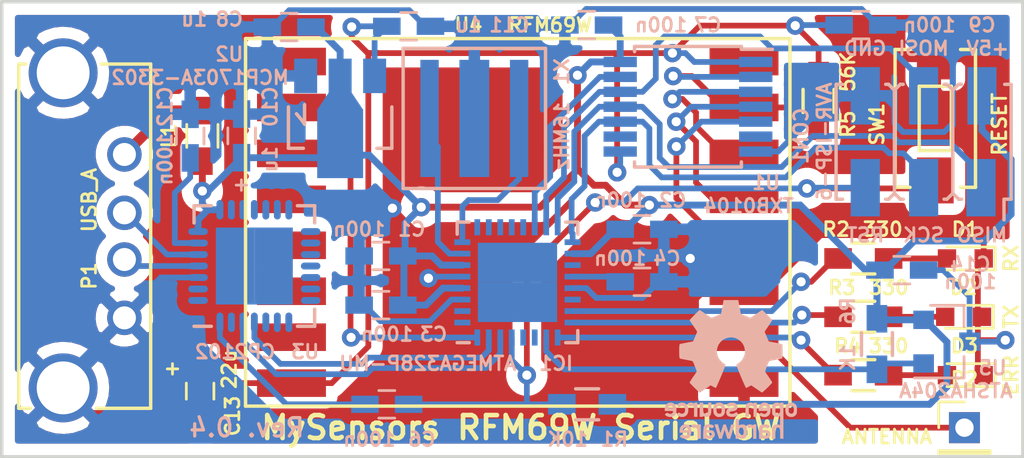
<source format=kicad_pcb>
(kicad_pcb (version 20170123) (host pcbnew no-vcs-found-996cba7~58~ubuntu16.04.1)

  (general
    (links 92)
    (no_connects 0)
    (area 70.790999 72.415476 115.566 93.727001)
    (thickness 1.6)
    (drawings 14)
    (tracks 391)
    (zones 0)
    (modules 35)
    (nets 32)
  )

  (page A4)
  (layers
    (0 F.Cu signal)
    (31 B.Cu signal)
    (32 B.Adhes user)
    (33 F.Adhes user)
    (34 B.Paste user)
    (35 F.Paste user)
    (36 B.SilkS user)
    (37 F.SilkS user)
    (38 B.Mask user)
    (39 F.Mask user)
    (40 Dwgs.User user)
    (41 Cmts.User user)
    (42 Eco1.User user)
    (43 Eco2.User user)
    (44 Edge.Cuts user)
    (45 Margin user)
    (46 B.CrtYd user)
    (47 F.CrtYd user)
    (48 B.Fab user hide)
    (49 F.Fab user hide)
  )

  (setup
    (last_trace_width 0.25)
    (trace_clearance 0.2)
    (zone_clearance 0.5)
    (zone_45_only no)
    (trace_min 0.2)
    (segment_width 0.2)
    (edge_width 0.15)
    (via_size 0.8)
    (via_drill 0.4)
    (via_min_size 0.4)
    (via_min_drill 0.3)
    (uvia_size 0.3)
    (uvia_drill 0.1)
    (uvias_allowed no)
    (uvia_min_size 0.2)
    (uvia_min_drill 0.1)
    (pcb_text_width 0.3)
    (pcb_text_size 1.5 1.5)
    (mod_edge_width 0.15)
    (mod_text_size 0.6 0.6)
    (mod_text_width 0.12)
    (pad_size 0.8 0.8)
    (pad_drill 0.4)
    (pad_to_mask_clearance 0.2)
    (aux_axis_origin 0 0)
    (visible_elements FFFFFF7F)
    (pcbplotparams
      (layerselection 0x010fc_ffffffff)
      (usegerberextensions true)
      (excludeedgelayer true)
      (linewidth 0.100000)
      (plotframeref false)
      (viasonmask false)
      (mode 1)
      (useauxorigin false)
      (hpglpennumber 1)
      (hpglpenspeed 20)
      (hpglpendiameter 15)
      (psnegative false)
      (psa4output false)
      (plotreference true)
      (plotvalue true)
      (plotinvisibletext false)
      (padsonsilk false)
      (subtractmaskfromsilk true)
      (outputformat 1)
      (mirror false)
      (drillshape 0)
      (scaleselection 1)
      (outputdirectory gerber/))
  )

  (net 0 "")
  (net 1 GND)
  (net 2 +5V)
  (net 3 "Net-(C4-Pad2)")
  (net 4 /RST)
  (net 5 /DTR)
  (net 6 +3V3)
  (net 7 "Net-(C12-Pad1)")
  (net 8 /MISO)
  (net 9 /SCK)
  (net 10 /MOSI)
  (net 11 "Net-(D1-Pad2)")
  (net 12 "Net-(D2-Pad2)")
  (net 13 "Net-(D3-Pad2)")
  (net 14 "Net-(P1-Pad2)")
  (net 15 "Net-(P1-Pad3)")
  (net 16 "Net-(P2-Pad1)")
  (net 17 /GW_RX_LED)
  (net 18 /GW_TX_LED)
  (net 19 /GW_ERR_LED)
  (net 20 "Net-(R5-Pad1)")
  (net 21 "Net-(U1-Pad5)")
  (net 22 "Net-(U1-Pad4)")
  (net 23 "Net-(U1-Pad3)")
  (net 24 /SER_TX)
  (net 25 /SER_RX)
  (net 26 "Net-(IC1-Pad8)")
  (net 27 "Net-(IC1-Pad7)")
  (net 28 /ATSHA204A)
  (net 29 /RFM69W_INT)
  (net 30 /RFM69W_SS)
  (net 31 "Net-(L1-Pad2)")

  (net_class Default "This is the default net class."
    (clearance 0.2)
    (trace_width 0.25)
    (via_dia 0.8)
    (via_drill 0.4)
    (uvia_dia 0.3)
    (uvia_drill 0.1)
    (add_net +3V3)
    (add_net +5V)
    (add_net /ATSHA204A)
    (add_net /DTR)
    (add_net /GW_ERR_LED)
    (add_net /GW_RX_LED)
    (add_net /GW_TX_LED)
    (add_net /MISO)
    (add_net /MOSI)
    (add_net /RFM69W_INT)
    (add_net /RFM69W_SS)
    (add_net /RST)
    (add_net /SCK)
    (add_net /SER_RX)
    (add_net /SER_TX)
    (add_net GND)
    (add_net "Net-(C12-Pad1)")
    (add_net "Net-(C4-Pad2)")
    (add_net "Net-(D1-Pad2)")
    (add_net "Net-(D2-Pad2)")
    (add_net "Net-(D3-Pad2)")
    (add_net "Net-(IC1-Pad7)")
    (add_net "Net-(IC1-Pad8)")
    (add_net "Net-(L1-Pad2)")
    (add_net "Net-(P1-Pad2)")
    (add_net "Net-(P1-Pad3)")
    (add_net "Net-(P2-Pad1)")
    (add_net "Net-(R5-Pad1)")
    (add_net "Net-(U1-Pad3)")
    (add_net "Net-(U1-Pad4)")
    (add_net "Net-(U1-Pad5)")
  )

  (module Pin_Headers:Pin_Header_Straight_1x01_Pitch2.00mm (layer F.Cu) (tedit 588B057F) (tstamp 587E186D)
    (at 112.776 92.202)
    (descr "Through hole straight pin header, 1x01, 2.00mm pitch, single row")
    (tags "Through hole pin header THT 1x01 2.00mm single row")
    (path /5880175E)
    (fp_text reference P2 (at 0 -2.12) (layer F.SilkS)
      (effects (font (size 0.6 0.6) (thickness 0.12)))
    )
    (fp_text value ANTENNA (at -3.376 0.398) (layer F.SilkS)
      (effects (font (size 0.6 0.6) (thickness 0.12)))
    )
    (fp_line (start -1 -1) (end -1 1) (layer F.Fab) (width 0.1))
    (fp_line (start -1 1) (end 1 1) (layer F.Fab) (width 0.1))
    (fp_line (start 1 1) (end 1 -1) (layer F.Fab) (width 0.1))
    (fp_line (start 1 -1) (end -1 -1) (layer F.Fab) (width 0.1))
    (fp_line (start -1.12 1) (end -1.12 1.12) (layer F.SilkS) (width 0.12))
    (fp_line (start -1.12 1.12) (end 1.12 1.12) (layer F.SilkS) (width 0.12))
    (fp_line (start 1.12 1.12) (end 1.12 1) (layer F.SilkS) (width 0.12))
    (fp_line (start 1.12 1) (end -1.12 1) (layer F.SilkS) (width 0.12))
    (fp_line (start -1.12 0) (end -1.12 -1.12) (layer F.SilkS) (width 0.12))
    (fp_line (start -1.12 -1.12) (end 0 -1.12) (layer F.SilkS) (width 0.12))
    (fp_line (start -1.3 -1.3) (end -1.3 1.3) (layer F.CrtYd) (width 0.05))
    (fp_line (start -1.3 1.3) (end 1.3 1.3) (layer F.CrtYd) (width 0.05))
    (fp_line (start 1.3 1.3) (end 1.3 -1.3) (layer F.CrtYd) (width 0.05))
    (fp_line (start 1.3 -1.3) (end -1.3 -1.3) (layer F.CrtYd) (width 0.05))
    (pad 1 thru_hole rect (at 0 0) (size 1.35 1.35) (drill 0.8) (layers *.Cu *.Mask)
      (net 16 "Net-(P2-Pad1)"))
    (model Pin_Headers.3dshapes/Pin_Header_Straight_1x01_Pitch2.00mm.stp
      (at (xyz 0 0 0))
      (scale (xyz 1 1 1))
      (rotate (xyz 0 0 0))
    )
  )

  (module myfootprints:ZTTCS-3 (layer B.Cu) (tedit 588076C0) (tstamp 587E1964)
    (at 91.44 78.74 180)
    (path /575E762B)
    (attr smd)
    (fp_text reference X1 (at -3.81 2.032 270) (layer B.SilkS)
      (effects (font (size 0.6 0.6) (thickness 0.12)) (justify mirror))
    )
    (fp_text value 16MHz (at -3.81 -0.762 270) (layer B.SilkS)
      (effects (font (size 0.6 0.6) (thickness 0.12)) (justify mirror))
    )
    (fp_line (start 3.1 3.05) (end -3.0988 3.048) (layer B.SilkS) (width 0.15))
    (fp_line (start 3.1 -3.05) (end 3.1 3.05) (layer B.SilkS) (width 0.15))
    (fp_line (start -3.1 -3.05) (end 3.1 -3.05) (layer B.SilkS) (width 0.15))
    (fp_line (start -3.0988 3.048) (end -3.1 -3.05) (layer B.SilkS) (width 0.15))
    (pad 3 smd rect (at 1.95 0 180) (size 0.8 5.1) (layers B.Cu B.Paste B.Mask)
      (net 27 "Net-(IC1-Pad7)"))
    (pad 2 smd rect (at 0 0 180) (size 1.3 5.1) (layers B.Cu B.Paste B.Mask)
      (net 1 GND))
    (pad 1 smd rect (at -1.95 0 180) (size 0.8 5.1) (layers B.Cu B.Paste B.Mask)
      (net 26 "Net-(IC1-Pad8)"))
    (model ${KISYS3DMOD}/Oscillators.3dshapes/ZTTCS_MX_ceramic_resonator.stp
      (at (xyz 0 0 0.0003937007874015749))
      (scale (xyz 1 1 1))
      (rotate (xyz 0 0 0))
    )
  )

  (module myfootprints:USB_A (layer F.Cu) (tedit 587F3F77) (tstamp 587E185A)
    (at 76.20488 80.30914 270)
    (descr "USB A connector")
    (tags "USB USB_A")
    (path /587E0CED)
    (fp_text reference P1 (at 5.28886 1.52888 270) (layer F.SilkS)
      (effects (font (size 0.6 0.6) (thickness 0.12)))
    )
    (fp_text value USB_A (at 1.98686 1.52888 270) (layer F.SilkS)
      (effects (font (size 0.6 0.6) (thickness 0.12)))
    )
    (fp_line (start 11.04986 4.6) (end 11.04986 4.097493) (layer F.SilkS) (width 0.15))
    (fp_line (start 11.04986 1.200529) (end 11.04986 -1.14512) (layer F.SilkS) (width 0.15))
    (fp_line (start -3.93614 1.00095) (end -3.93614 -1.14512) (layer F.SilkS) (width 0.15))
    (fp_line (start 11.04986 4.6) (end -3.93614 4.6) (layer F.SilkS) (width 0.15))
    (fp_line (start 11.04986 -1.14512) (end -3.93614 -1.14512) (layer F.SilkS) (width 0.15))
    (fp_line (start -3.93614 4.600354) (end -3.93614 4.297834) (layer F.SilkS) (width 0.15))
    (pad 5 thru_hole circle (at -3.55514 2.66488 180) (size 2.99974 2.99974) (drill 2.30124) (layers *.Cu *.Mask)
      (net 1 GND))
    (pad 5 thru_hole circle (at 10.16086 2.66488 180) (size 2.99974 2.99974) (drill 2.30124) (layers *.Cu *.Mask)
      (net 1 GND))
    (pad 1 thru_hole circle (at 0.00086 -0.00212 180) (size 1.50114 1.50114) (drill 1.00076) (layers *.Cu *.Mask)
      (net 31 "Net-(L1-Pad2)"))
    (pad 2 thru_hole circle (at 2.54086 -0.00212 180) (size 1.50114 1.50114) (drill 1.00076) (layers *.Cu *.Mask)
      (net 14 "Net-(P1-Pad2)"))
    (pad 3 thru_hole circle (at 4.57286 -0.00212 180) (size 1.50114 1.50114) (drill 1.00076) (layers *.Cu *.Mask)
      (net 15 "Net-(P1-Pad3)"))
    (pad 4 thru_hole circle (at 7.11286 -0.00212 180) (size 1.50114 1.50114) (drill 1.00076) (layers *.Cu *.Mask)
      (net 1 GND))
    (model ${KISYS3DMOD}/Connectors_Other.3dshapes/usb_A_male_tht.stp
      (at (xyz 0.2755905511811024 -0.01181102362204724 -0.01181102362204724))
      (scale (xyz 1 1 1))
      (rotate (xyz 180 0 90))
    )
  )

  (module Symbols:OSHW-Logo_5.7x6mm_SilkScreen locked (layer B.Cu) (tedit 0) (tstamp 587F2EA1)
    (at 102.616 89.662 180)
    (descr "Open Source Hardware Logo")
    (tags "Logo OSHW")
    (attr virtual)
    (fp_text reference REF*** (at 0 0 180) (layer B.SilkS) hide
      (effects (font (size 0.6 0.6) (thickness 0.12)) (justify mirror))
    )
    (fp_text value OSHW-Logo_5.7x6mm_SilkScreen (at 0.75 0 180) (layer B.Fab) hide
      (effects (font (size 0.6 0.6) (thickness 0.12)) (justify mirror))
    )
    (fp_poly (pts (xy -1.908759 -1.469184) (xy -1.882247 -1.482282) (xy -1.849553 -1.505106) (xy -1.825725 -1.529996)
      (xy -1.809406 -1.561249) (xy -1.79924 -1.603166) (xy -1.793872 -1.660044) (xy -1.791944 -1.736184)
      (xy -1.791831 -1.768917) (xy -1.792161 -1.840656) (xy -1.793527 -1.891927) (xy -1.7965 -1.927404)
      (xy -1.801649 -1.951763) (xy -1.809543 -1.96968) (xy -1.817757 -1.981902) (xy -1.870187 -2.033905)
      (xy -1.93193 -2.065184) (xy -1.998536 -2.074592) (xy -2.065558 -2.06098) (xy -2.086792 -2.051354)
      (xy -2.137624 -2.024859) (xy -2.137624 -2.440052) (xy -2.100525 -2.420868) (xy -2.051643 -2.406025)
      (xy -1.991561 -2.402222) (xy -1.931564 -2.409243) (xy -1.886256 -2.425013) (xy -1.848675 -2.455047)
      (xy -1.816564 -2.498024) (xy -1.81415 -2.502436) (xy -1.803967 -2.523221) (xy -1.79653 -2.54417)
      (xy -1.791411 -2.569548) (xy -1.788181 -2.603618) (xy -1.786413 -2.650641) (xy -1.785677 -2.714882)
      (xy -1.785544 -2.787176) (xy -1.785544 -3.017822) (xy -1.923861 -3.017822) (xy -1.923861 -2.592533)
      (xy -1.962549 -2.559979) (xy -2.002738 -2.53394) (xy -2.040797 -2.529205) (xy -2.079066 -2.541389)
      (xy -2.099462 -2.55332) (xy -2.114642 -2.570313) (xy -2.125438 -2.595995) (xy -2.132683 -2.633991)
      (xy -2.137208 -2.687926) (xy -2.139844 -2.761425) (xy -2.140772 -2.810347) (xy -2.143911 -3.011535)
      (xy -2.209926 -3.015336) (xy -2.27594 -3.019136) (xy -2.27594 -1.77065) (xy -2.137624 -1.77065)
      (xy -2.134097 -1.840254) (xy -2.122215 -1.888569) (xy -2.10002 -1.918631) (xy -2.065559 -1.933471)
      (xy -2.030742 -1.936436) (xy -1.991329 -1.933028) (xy -1.965171 -1.919617) (xy -1.948814 -1.901896)
      (xy -1.935937 -1.882835) (xy -1.928272 -1.861601) (xy -1.924861 -1.831849) (xy -1.924749 -1.787236)
      (xy -1.925897 -1.74988) (xy -1.928532 -1.693604) (xy -1.932456 -1.656658) (xy -1.939063 -1.633223)
      (xy -1.949749 -1.61748) (xy -1.959833 -1.60838) (xy -2.00197 -1.588537) (xy -2.05184 -1.585332)
      (xy -2.080476 -1.592168) (xy -2.108828 -1.616464) (xy -2.127609 -1.663728) (xy -2.136712 -1.733624)
      (xy -2.137624 -1.77065) (xy -2.27594 -1.77065) (xy -2.27594 -1.458614) (xy -2.206782 -1.458614)
      (xy -2.16526 -1.460256) (xy -2.143838 -1.466087) (xy -2.137626 -1.477461) (xy -2.137624 -1.477798)
      (xy -2.134742 -1.488938) (xy -2.12203 -1.487673) (xy -2.096757 -1.475433) (xy -2.037869 -1.456707)
      (xy -1.971615 -1.454739) (xy -1.908759 -1.469184)) (layer B.SilkS) (width 0.01))
    (fp_poly (pts (xy -1.38421 -2.406555) (xy -1.325055 -2.422339) (xy -1.280023 -2.450948) (xy -1.248246 -2.488419)
      (xy -1.238366 -2.504411) (xy -1.231073 -2.521163) (xy -1.225974 -2.542592) (xy -1.222679 -2.572616)
      (xy -1.220797 -2.615154) (xy -1.219937 -2.674122) (xy -1.219707 -2.75344) (xy -1.219703 -2.774484)
      (xy -1.219703 -3.017822) (xy -1.280059 -3.017822) (xy -1.318557 -3.015126) (xy -1.347023 -3.008295)
      (xy -1.354155 -3.004083) (xy -1.373652 -2.996813) (xy -1.393566 -3.004083) (xy -1.426353 -3.01316)
      (xy -1.473978 -3.016813) (xy -1.526764 -3.015228) (xy -1.575036 -3.008589) (xy -1.603218 -3.000072)
      (xy -1.657753 -2.965063) (xy -1.691835 -2.916479) (xy -1.707157 -2.851882) (xy -1.707299 -2.850223)
      (xy -1.705955 -2.821566) (xy -1.584356 -2.821566) (xy -1.573726 -2.854161) (xy -1.55641 -2.872505)
      (xy -1.521652 -2.886379) (xy -1.475773 -2.891917) (xy -1.428988 -2.889191) (xy -1.391514 -2.878274)
      (xy -1.381015 -2.871269) (xy -1.362668 -2.838904) (xy -1.35802 -2.802111) (xy -1.35802 -2.753763)
      (xy -1.427582 -2.753763) (xy -1.493667 -2.75885) (xy -1.543764 -2.773263) (xy -1.574929 -2.795729)
      (xy -1.584356 -2.821566) (xy -1.705955 -2.821566) (xy -1.703987 -2.779647) (xy -1.68071 -2.723845)
      (xy -1.636948 -2.681647) (xy -1.630899 -2.677808) (xy -1.604907 -2.665309) (xy -1.572735 -2.65774)
      (xy -1.52776 -2.654061) (xy -1.474331 -2.653216) (xy -1.35802 -2.653169) (xy -1.35802 -2.604411)
      (xy -1.362953 -2.566581) (xy -1.375543 -2.541236) (xy -1.377017 -2.539887) (xy -1.405034 -2.5288)
      (xy -1.447326 -2.524503) (xy -1.494064 -2.526615) (xy -1.535418 -2.534756) (xy -1.559957 -2.546965)
      (xy -1.573253 -2.556746) (xy -1.587294 -2.558613) (xy -1.606671 -2.5506) (xy -1.635976 -2.530739)
      (xy -1.679803 -2.497063) (xy -1.683825 -2.493909) (xy -1.681764 -2.482236) (xy -1.664568 -2.462822)
      (xy -1.638433 -2.441248) (xy -1.609552 -2.423096) (xy -1.600478 -2.418809) (xy -1.56738 -2.410256)
      (xy -1.51888 -2.404155) (xy -1.464695 -2.401708) (xy -1.462161 -2.401703) (xy -1.38421 -2.406555)) (layer B.SilkS) (width 0.01))
    (fp_poly (pts (xy -0.993356 -2.40302) (xy -0.974539 -2.40866) (xy -0.968473 -2.421053) (xy -0.968218 -2.426647)
      (xy -0.967129 -2.44223) (xy -0.959632 -2.444676) (xy -0.939381 -2.433993) (xy -0.927351 -2.426694)
      (xy -0.8894 -2.411063) (xy -0.844072 -2.403334) (xy -0.796544 -2.40274) (xy -0.751995 -2.408513)
      (xy -0.715602 -2.419884) (xy -0.692543 -2.436088) (xy -0.687996 -2.456355) (xy -0.690291 -2.461843)
      (xy -0.70702 -2.484626) (xy -0.732963 -2.512647) (xy -0.737655 -2.517177) (xy -0.762383 -2.538005)
      (xy -0.783718 -2.544735) (xy -0.813555 -2.540038) (xy -0.825508 -2.536917) (xy -0.862705 -2.529421)
      (xy -0.888859 -2.532792) (xy -0.910946 -2.544681) (xy -0.931178 -2.560635) (xy -0.946079 -2.5807)
      (xy -0.956434 -2.608702) (xy -0.963029 -2.648467) (xy -0.966649 -2.703823) (xy -0.968078 -2.778594)
      (xy -0.968218 -2.82374) (xy -0.968218 -3.017822) (xy -1.09396 -3.017822) (xy -1.09396 -2.401683)
      (xy -1.031089 -2.401683) (xy -0.993356 -2.40302)) (layer B.SilkS) (width 0.01))
    (fp_poly (pts (xy -0.201188 -3.017822) (xy -0.270346 -3.017822) (xy -0.310488 -3.016645) (xy -0.331394 -3.011772)
      (xy -0.338922 -3.001186) (xy -0.339505 -2.994029) (xy -0.340774 -2.979676) (xy -0.348779 -2.976923)
      (xy -0.369815 -2.985771) (xy -0.386173 -2.994029) (xy -0.448977 -3.013597) (xy -0.517248 -3.014729)
      (xy -0.572752 -3.000135) (xy -0.624438 -2.964877) (xy -0.663838 -2.912835) (xy -0.685413 -2.85145)
      (xy -0.685962 -2.848018) (xy -0.689167 -2.810571) (xy -0.690761 -2.756813) (xy -0.690633 -2.716155)
      (xy -0.553279 -2.716155) (xy -0.550097 -2.770194) (xy -0.542859 -2.814735) (xy -0.53306 -2.839888)
      (xy -0.495989 -2.87426) (xy -0.451974 -2.886582) (xy -0.406584 -2.876618) (xy -0.367797 -2.846895)
      (xy -0.353108 -2.826905) (xy -0.344519 -2.80305) (xy -0.340496 -2.76823) (xy -0.339505 -2.71593)
      (xy -0.341278 -2.664139) (xy -0.345963 -2.618634) (xy -0.352603 -2.588181) (xy -0.35371 -2.585452)
      (xy -0.380491 -2.553) (xy -0.419579 -2.535183) (xy -0.463315 -2.532306) (xy -0.504038 -2.544674)
      (xy -0.534087 -2.572593) (xy -0.537204 -2.578148) (xy -0.546961 -2.612022) (xy -0.552277 -2.660728)
      (xy -0.553279 -2.716155) (xy -0.690633 -2.716155) (xy -0.690568 -2.69554) (xy -0.689664 -2.662563)
      (xy -0.683514 -2.580981) (xy -0.670733 -2.51973) (xy -0.649471 -2.474449) (xy -0.617878 -2.440779)
      (xy -0.587207 -2.421014) (xy -0.544354 -2.40712) (xy -0.491056 -2.402354) (xy -0.43648 -2.406236)
      (xy -0.389792 -2.418282) (xy -0.365124 -2.432693) (xy -0.339505 -2.455878) (xy -0.339505 -2.162773)
      (xy -0.201188 -2.162773) (xy -0.201188 -3.017822)) (layer B.SilkS) (width 0.01))
    (fp_poly (pts (xy 0.281524 -2.404237) (xy 0.331255 -2.407971) (xy 0.461291 -2.797773) (xy 0.481678 -2.728614)
      (xy 0.493946 -2.685874) (xy 0.510085 -2.628115) (xy 0.527512 -2.564625) (xy 0.536726 -2.53057)
      (xy 0.571388 -2.401683) (xy 0.714391 -2.401683) (xy 0.671646 -2.536857) (xy 0.650596 -2.603342)
      (xy 0.625167 -2.683539) (xy 0.59861 -2.767193) (xy 0.574902 -2.841782) (xy 0.520902 -3.011535)
      (xy 0.462598 -3.015328) (xy 0.404295 -3.019122) (xy 0.372679 -2.914734) (xy 0.353182 -2.849889)
      (xy 0.331904 -2.7784) (xy 0.313308 -2.715263) (xy 0.312574 -2.71275) (xy 0.298684 -2.669969)
      (xy 0.286429 -2.640779) (xy 0.277846 -2.629741) (xy 0.276082 -2.631018) (xy 0.269891 -2.64813)
      (xy 0.258128 -2.684787) (xy 0.242225 -2.736378) (xy 0.223614 -2.798294) (xy 0.213543 -2.832352)
      (xy 0.159007 -3.017822) (xy 0.043264 -3.017822) (xy -0.049263 -2.725471) (xy -0.075256 -2.643462)
      (xy -0.098934 -2.568987) (xy -0.11918 -2.505544) (xy -0.134874 -2.456632) (xy -0.144898 -2.425749)
      (xy -0.147945 -2.416726) (xy -0.145533 -2.407487) (xy -0.126592 -2.403441) (xy -0.087177 -2.403846)
      (xy -0.081007 -2.404152) (xy -0.007914 -2.407971) (xy 0.039957 -2.58401) (xy 0.057553 -2.648211)
      (xy 0.073277 -2.704649) (xy 0.085746 -2.748422) (xy 0.093574 -2.77463) (xy 0.09502 -2.778903)
      (xy 0.101014 -2.77399) (xy 0.113101 -2.748532) (xy 0.129893 -2.705997) (xy 0.150003 -2.64985)
      (xy 0.167003 -2.59913) (xy 0.231794 -2.400504) (xy 0.281524 -2.404237)) (layer B.SilkS) (width 0.01))
    (fp_poly (pts (xy 1.038411 -2.405417) (xy 1.091411 -2.41829) (xy 1.106731 -2.42511) (xy 1.136428 -2.442974)
      (xy 1.15922 -2.463093) (xy 1.176083 -2.488962) (xy 1.187998 -2.524073) (xy 1.195942 -2.57192)
      (xy 1.200894 -2.635996) (xy 1.203831 -2.719794) (xy 1.204947 -2.775768) (xy 1.209052 -3.017822)
      (xy 1.138932 -3.017822) (xy 1.096393 -3.016038) (xy 1.074476 -3.009942) (xy 1.068812 -2.999706)
      (xy 1.065821 -2.988637) (xy 1.052451 -2.990754) (xy 1.034233 -2.999629) (xy 0.988624 -3.013233)
      (xy 0.930007 -3.016899) (xy 0.868354 -3.010903) (xy 0.813638 -2.995521) (xy 0.80873 -2.993386)
      (xy 0.758723 -2.958255) (xy 0.725756 -2.909419) (xy 0.710587 -2.852333) (xy 0.711746 -2.831824)
      (xy 0.835508 -2.831824) (xy 0.846413 -2.859425) (xy 0.878745 -2.879204) (xy 0.93091 -2.889819)
      (xy 0.958787 -2.891228) (xy 1.005247 -2.88762) (xy 1.036129 -2.873597) (xy 1.043664 -2.866931)
      (xy 1.064076 -2.830666) (xy 1.068812 -2.797773) (xy 1.068812 -2.753763) (xy 1.007513 -2.753763)
      (xy 0.936256 -2.757395) (xy 0.886276 -2.768818) (xy 0.854696 -2.788824) (xy 0.847626 -2.797743)
      (xy 0.835508 -2.831824) (xy 0.711746 -2.831824) (xy 0.713971 -2.792456) (xy 0.736663 -2.735244)
      (xy 0.767624 -2.69658) (xy 0.786376 -2.679864) (xy 0.804733 -2.668878) (xy 0.828619 -2.66218)
      (xy 0.863957 -2.658326) (xy 0.916669 -2.655873) (xy 0.937577 -2.655168) (xy 1.068812 -2.650879)
      (xy 1.06862 -2.611158) (xy 1.063537 -2.569405) (xy 1.045162 -2.544158) (xy 1.008039 -2.52803)
      (xy 1.007043 -2.527742) (xy 0.95441 -2.5214) (xy 0.902906 -2.529684) (xy 0.86463 -2.549827)
      (xy 0.849272 -2.559773) (xy 0.83273 -2.558397) (xy 0.807275 -2.543987) (xy 0.792328 -2.533817)
      (xy 0.763091 -2.512088) (xy 0.74498 -2.4958) (xy 0.742074 -2.491137) (xy 0.75404 -2.467005)
      (xy 0.789396 -2.438185) (xy 0.804753 -2.428461) (xy 0.848901 -2.411714) (xy 0.908398 -2.402227)
      (xy 0.974487 -2.400095) (xy 1.038411 -2.405417)) (layer B.SilkS) (width 0.01))
    (fp_poly (pts (xy 1.635255 -2.401486) (xy 1.683595 -2.411015) (xy 1.711114 -2.425125) (xy 1.740064 -2.448568)
      (xy 1.698876 -2.500571) (xy 1.673482 -2.532064) (xy 1.656238 -2.547428) (xy 1.639102 -2.549776)
      (xy 1.614027 -2.542217) (xy 1.602257 -2.537941) (xy 1.55427 -2.531631) (xy 1.510324 -2.545156)
      (xy 1.47806 -2.57571) (xy 1.472819 -2.585452) (xy 1.467112 -2.611258) (xy 1.462706 -2.658817)
      (xy 1.459811 -2.724758) (xy 1.458631 -2.80571) (xy 1.458614 -2.817226) (xy 1.458614 -3.017822)
      (xy 1.320297 -3.017822) (xy 1.320297 -2.401683) (xy 1.389456 -2.401683) (xy 1.429333 -2.402725)
      (xy 1.450107 -2.407358) (xy 1.457789 -2.417849) (xy 1.458614 -2.427745) (xy 1.458614 -2.453806)
      (xy 1.491745 -2.427745) (xy 1.529735 -2.409965) (xy 1.58077 -2.401174) (xy 1.635255 -2.401486)) (layer B.SilkS) (width 0.01))
    (fp_poly (pts (xy 2.032581 -2.40497) (xy 2.092685 -2.420597) (xy 2.143021 -2.452848) (xy 2.167393 -2.47694)
      (xy 2.207345 -2.533895) (xy 2.230242 -2.599965) (xy 2.238108 -2.681182) (xy 2.238148 -2.687748)
      (xy 2.238218 -2.753763) (xy 1.858264 -2.753763) (xy 1.866363 -2.788342) (xy 1.880987 -2.819659)
      (xy 1.906581 -2.852291) (xy 1.911935 -2.8575) (xy 1.957943 -2.885694) (xy 2.01041 -2.890475)
      (xy 2.070803 -2.871926) (xy 2.08104 -2.866931) (xy 2.112439 -2.851745) (xy 2.13347 -2.843094)
      (xy 2.137139 -2.842293) (xy 2.149948 -2.850063) (xy 2.174378 -2.869072) (xy 2.186779 -2.87946)
      (xy 2.212476 -2.903321) (xy 2.220915 -2.919077) (xy 2.215058 -2.933571) (xy 2.211928 -2.937534)
      (xy 2.190725 -2.954879) (xy 2.155738 -2.975959) (xy 2.131337 -2.988265) (xy 2.062072 -3.009946)
      (xy 1.985388 -3.016971) (xy 1.912765 -3.008647) (xy 1.892426 -3.002686) (xy 1.829476 -2.968952)
      (xy 1.782815 -2.917045) (xy 1.752173 -2.846459) (xy 1.737282 -2.756692) (xy 1.735647 -2.709753)
      (xy 1.740421 -2.641413) (xy 1.86099 -2.641413) (xy 1.872652 -2.646465) (xy 1.903998 -2.650429)
      (xy 1.949571 -2.652768) (xy 1.980446 -2.653169) (xy 2.035981 -2.652783) (xy 2.071033 -2.650975)
      (xy 2.090262 -2.646773) (xy 2.09833 -2.639203) (xy 2.099901 -2.628218) (xy 2.089121 -2.594381)
      (xy 2.06198 -2.56094) (xy 2.026277 -2.535272) (xy 1.99056 -2.524772) (xy 1.942048 -2.534086)
      (xy 1.900053 -2.561013) (xy 1.870936 -2.599827) (xy 1.86099 -2.641413) (xy 1.740421 -2.641413)
      (xy 1.742599 -2.610236) (xy 1.764055 -2.530949) (xy 1.80047 -2.471263) (xy 1.852297 -2.430549)
      (xy 1.91999 -2.408179) (xy 1.956662 -2.403871) (xy 2.032581 -2.40497)) (layer B.SilkS) (width 0.01))
    (fp_poly (pts (xy -2.538261 -1.465148) (xy -2.472479 -1.494231) (xy -2.42254 -1.542793) (xy -2.388374 -1.610908)
      (xy -2.369907 -1.698651) (xy -2.368583 -1.712351) (xy -2.367546 -1.808939) (xy -2.380993 -1.893602)
      (xy -2.408108 -1.962221) (xy -2.422627 -1.984294) (xy -2.473201 -2.031011) (xy -2.537609 -2.061268)
      (xy -2.609666 -2.073824) (xy -2.683185 -2.067439) (xy -2.739072 -2.047772) (xy -2.787132 -2.014629)
      (xy -2.826412 -1.971175) (xy -2.827092 -1.970158) (xy -2.843044 -1.943338) (xy -2.85341 -1.916368)
      (xy -2.859688 -1.882332) (xy -2.863373 -1.83431) (xy -2.864997 -1.794931) (xy -2.865672 -1.759219)
      (xy -2.739955 -1.759219) (xy -2.738726 -1.79477) (xy -2.734266 -1.842094) (xy -2.726397 -1.872465)
      (xy -2.712207 -1.894072) (xy -2.698917 -1.906694) (xy -2.651802 -1.933122) (xy -2.602505 -1.936653)
      (xy -2.556593 -1.917639) (xy -2.533638 -1.896331) (xy -2.517096 -1.874859) (xy -2.507421 -1.854313)
      (xy -2.503174 -1.827574) (xy -2.50292 -1.787523) (xy -2.504228 -1.750638) (xy -2.507043 -1.697947)
      (xy -2.511505 -1.663772) (xy -2.519548 -1.64148) (xy -2.533103 -1.624442) (xy -2.543845 -1.614703)
      (xy -2.588777 -1.589123) (xy -2.637249 -1.587847) (xy -2.677894 -1.602999) (xy -2.712567 -1.634642)
      (xy -2.733224 -1.68662) (xy -2.739955 -1.759219) (xy -2.865672 -1.759219) (xy -2.866479 -1.716621)
      (xy -2.863948 -1.658056) (xy -2.856362 -1.614007) (xy -2.842681 -1.579248) (xy -2.821865 -1.548551)
      (xy -2.814147 -1.539436) (xy -2.765889 -1.494021) (xy -2.714128 -1.467493) (xy -2.650828 -1.456379)
      (xy -2.619961 -1.455471) (xy -2.538261 -1.465148)) (layer B.SilkS) (width 0.01))
    (fp_poly (pts (xy -1.356699 -1.472614) (xy -1.344168 -1.478514) (xy -1.300799 -1.510283) (xy -1.25979 -1.556646)
      (xy -1.229168 -1.607696) (xy -1.220459 -1.631166) (xy -1.212512 -1.673091) (xy -1.207774 -1.723757)
      (xy -1.207199 -1.744679) (xy -1.207129 -1.810693) (xy -1.587083 -1.810693) (xy -1.578983 -1.845273)
      (xy -1.559104 -1.88617) (xy -1.524347 -1.921514) (xy -1.482998 -1.944282) (xy -1.456649 -1.94901)
      (xy -1.420916 -1.943273) (xy -1.378282 -1.928882) (xy -1.363799 -1.922262) (xy -1.31024 -1.895513)
      (xy -1.264533 -1.930376) (xy -1.238158 -1.953955) (xy -1.224124 -1.973417) (xy -1.223414 -1.979129)
      (xy -1.235951 -1.992973) (xy -1.263428 -2.014012) (xy -1.288366 -2.030425) (xy -1.355664 -2.05993)
      (xy -1.43111 -2.073284) (xy -1.505888 -2.069812) (xy -1.565495 -2.051663) (xy -1.626941 -2.012784)
      (xy -1.670608 -1.961595) (xy -1.697926 -1.895367) (xy -1.710322 -1.811371) (xy -1.711421 -1.772936)
      (xy -1.707022 -1.684861) (xy -1.706482 -1.682299) (xy -1.580582 -1.682299) (xy -1.577115 -1.690558)
      (xy -1.562863 -1.695113) (xy -1.53347 -1.697065) (xy -1.484575 -1.697517) (xy -1.465748 -1.697525)
      (xy -1.408467 -1.696843) (xy -1.372141 -1.694364) (xy -1.352604 -1.689443) (xy -1.34569 -1.681434)
      (xy -1.345445 -1.678862) (xy -1.353336 -1.658423) (xy -1.373085 -1.629789) (xy -1.381575 -1.619763)
      (xy -1.413094 -1.591408) (xy -1.445949 -1.580259) (xy -1.463651 -1.579327) (xy -1.511539 -1.590981)
      (xy -1.551699 -1.622285) (xy -1.577173 -1.667752) (xy -1.577625 -1.669233) (xy -1.580582 -1.682299)
      (xy -1.706482 -1.682299) (xy -1.692392 -1.61551) (xy -1.666038 -1.560025) (xy -1.633807 -1.520639)
      (xy -1.574217 -1.477931) (xy -1.504168 -1.455109) (xy -1.429661 -1.453046) (xy -1.356699 -1.472614)) (layer B.SilkS) (width 0.01))
    (fp_poly (pts (xy 0.014017 -1.456452) (xy 0.061634 -1.465482) (xy 0.111034 -1.48437) (xy 0.116312 -1.486777)
      (xy 0.153774 -1.506476) (xy 0.179717 -1.524781) (xy 0.188103 -1.536508) (xy 0.180117 -1.555632)
      (xy 0.16072 -1.58385) (xy 0.15211 -1.594384) (xy 0.116628 -1.635847) (xy 0.070885 -1.608858)
      (xy 0.02735 -1.590878) (xy -0.02295 -1.581267) (xy -0.071188 -1.58066) (xy -0.108533 -1.589691)
      (xy -0.117495 -1.595327) (xy -0.134563 -1.621171) (xy -0.136637 -1.650941) (xy -0.123866 -1.674197)
      (xy -0.116312 -1.678708) (xy -0.093675 -1.684309) (xy -0.053885 -1.690892) (xy -0.004834 -1.697183)
      (xy 0.004215 -1.69817) (xy 0.082996 -1.711798) (xy 0.140136 -1.734946) (xy 0.17803 -1.769752)
      (xy 0.199079 -1.818354) (xy 0.205635 -1.877718) (xy 0.196577 -1.945198) (xy 0.167164 -1.998188)
      (xy 0.117278 -2.036783) (xy 0.0468 -2.061081) (xy -0.031435 -2.070667) (xy -0.095234 -2.070552)
      (xy -0.146984 -2.061845) (xy -0.182327 -2.049825) (xy -0.226983 -2.02888) (xy -0.268253 -2.004574)
      (xy -0.282921 -1.993876) (xy -0.320643 -1.963084) (xy -0.275148 -1.917049) (xy -0.229653 -1.871013)
      (xy -0.177928 -1.905243) (xy -0.126048 -1.930952) (xy -0.070649 -1.944399) (xy -0.017395 -1.945818)
      (xy 0.028049 -1.935443) (xy 0.060016 -1.913507) (xy 0.070338 -1.894998) (xy 0.068789 -1.865314)
      (xy 0.04314 -1.842615) (xy -0.00654 -1.82694) (xy -0.060969 -1.819695) (xy -0.144736 -1.805873)
      (xy -0.206967 -1.779796) (xy -0.248493 -1.740699) (xy -0.270147 -1.68782) (xy -0.273147 -1.625126)
      (xy -0.258329 -1.559642) (xy -0.224546 -1.510144) (xy -0.171495 -1.476408) (xy -0.098874 -1.458207)
      (xy -0.045072 -1.454639) (xy 0.014017 -1.456452)) (layer B.SilkS) (width 0.01))
    (fp_poly (pts (xy 0.610762 -1.466055) (xy 0.674363 -1.500692) (xy 0.724123 -1.555372) (xy 0.747568 -1.599842)
      (xy 0.757634 -1.639121) (xy 0.764156 -1.695116) (xy 0.766951 -1.759621) (xy 0.765836 -1.824429)
      (xy 0.760626 -1.881334) (xy 0.754541 -1.911727) (xy 0.734014 -1.953306) (xy 0.698463 -1.997468)
      (xy 0.655619 -2.036087) (xy 0.613211 -2.061034) (xy 0.612177 -2.06143) (xy 0.559553 -2.072331)
      (xy 0.497188 -2.072601) (xy 0.437924 -2.062676) (xy 0.41504 -2.054722) (xy 0.356102 -2.0213)
      (xy 0.31389 -1.977511) (xy 0.286156 -1.919538) (xy 0.270651 -1.843565) (xy 0.267143 -1.803771)
      (xy 0.26759 -1.753766) (xy 0.402376 -1.753766) (xy 0.406917 -1.826732) (xy 0.419986 -1.882334)
      (xy 0.440756 -1.917861) (xy 0.455552 -1.92802) (xy 0.493464 -1.935104) (xy 0.538527 -1.933007)
      (xy 0.577487 -1.922812) (xy 0.587704 -1.917204) (xy 0.614659 -1.884538) (xy 0.632451 -1.834545)
      (xy 0.640024 -1.773705) (xy 0.636325 -1.708497) (xy 0.628057 -1.669253) (xy 0.60432 -1.623805)
      (xy 0.566849 -1.595396) (xy 0.52172 -1.585573) (xy 0.475011 -1.595887) (xy 0.439132 -1.621112)
      (xy 0.420277 -1.641925) (xy 0.409272 -1.662439) (xy 0.404026 -1.690203) (xy 0.402449 -1.732762)
      (xy 0.402376 -1.753766) (xy 0.26759 -1.753766) (xy 0.268094 -1.69758) (xy 0.285388 -1.610501)
      (xy 0.319029 -1.54253) (xy 0.369018 -1.493664) (xy 0.435356 -1.463899) (xy 0.449601 -1.460448)
      (xy 0.53521 -1.452345) (xy 0.610762 -1.466055)) (layer B.SilkS) (width 0.01))
    (fp_poly (pts (xy 0.993367 -1.654342) (xy 0.994555 -1.746563) (xy 0.998897 -1.81661) (xy 1.007558 -1.867381)
      (xy 1.021704 -1.901772) (xy 1.0425 -1.922679) (xy 1.07111 -1.933) (xy 1.106535 -1.935636)
      (xy 1.143636 -1.932682) (xy 1.171818 -1.921889) (xy 1.192243 -1.90036) (xy 1.206079 -1.865199)
      (xy 1.214491 -1.81351) (xy 1.218643 -1.742394) (xy 1.219703 -1.654342) (xy 1.219703 -1.458614)
      (xy 1.35802 -1.458614) (xy 1.35802 -2.062179) (xy 1.288862 -2.062179) (xy 1.24717 -2.060489)
      (xy 1.225701 -2.054556) (xy 1.219703 -2.043293) (xy 1.216091 -2.033261) (xy 1.201714 -2.035383)
      (xy 1.172736 -2.04958) (xy 1.106319 -2.07148) (xy 1.035875 -2.069928) (xy 0.968377 -2.046147)
      (xy 0.936233 -2.027362) (xy 0.911715 -2.007022) (xy 0.893804 -1.981573) (xy 0.881479 -1.947458)
      (xy 0.873723 -1.901121) (xy 0.869516 -1.839007) (xy 0.86784 -1.757561) (xy 0.867624 -1.694578)
      (xy 0.867624 -1.458614) (xy 0.993367 -1.458614) (xy 0.993367 -1.654342)) (layer B.SilkS) (width 0.01))
    (fp_poly (pts (xy 2.217226 -1.46388) (xy 2.29008 -1.49483) (xy 2.313027 -1.509895) (xy 2.342354 -1.533048)
      (xy 2.360764 -1.551253) (xy 2.363961 -1.557183) (xy 2.354935 -1.57034) (xy 2.331837 -1.592667)
      (xy 2.313344 -1.60825) (xy 2.262728 -1.648926) (xy 2.22276 -1.615295) (xy 2.191874 -1.593584)
      (xy 2.161759 -1.58609) (xy 2.127292 -1.58792) (xy 2.072561 -1.601528) (xy 2.034886 -1.629772)
      (xy 2.011991 -1.675433) (xy 2.001597 -1.741289) (xy 2.001595 -1.741331) (xy 2.002494 -1.814939)
      (xy 2.016463 -1.868946) (xy 2.044328 -1.905716) (xy 2.063325 -1.918168) (xy 2.113776 -1.933673)
      (xy 2.167663 -1.933683) (xy 2.214546 -1.918638) (xy 2.225644 -1.911287) (xy 2.253476 -1.892511)
      (xy 2.275236 -1.889434) (xy 2.298704 -1.903409) (xy 2.324649 -1.92851) (xy 2.365716 -1.97088)
      (xy 2.320121 -2.008464) (xy 2.249674 -2.050882) (xy 2.170233 -2.071785) (xy 2.087215 -2.070272)
      (xy 2.032694 -2.056411) (xy 1.96897 -2.022135) (xy 1.918005 -1.968212) (xy 1.894851 -1.930149)
      (xy 1.876099 -1.875536) (xy 1.866715 -1.806369) (xy 1.866643 -1.731407) (xy 1.875824 -1.659409)
      (xy 1.894199 -1.599137) (xy 1.897093 -1.592958) (xy 1.939952 -1.532351) (xy 1.997979 -1.488224)
      (xy 2.066591 -1.461493) (xy 2.141201 -1.453073) (xy 2.217226 -1.46388)) (layer B.SilkS) (width 0.01))
    (fp_poly (pts (xy 2.677898 -1.456457) (xy 2.710096 -1.464279) (xy 2.771825 -1.492921) (xy 2.82461 -1.536667)
      (xy 2.861141 -1.589117) (xy 2.86616 -1.600893) (xy 2.873045 -1.63174) (xy 2.877864 -1.677371)
      (xy 2.879505 -1.723492) (xy 2.879505 -1.810693) (xy 2.697178 -1.810693) (xy 2.621979 -1.810978)
      (xy 2.569003 -1.812704) (xy 2.535325 -1.817181) (xy 2.51802 -1.82572) (xy 2.514163 -1.83963)
      (xy 2.520829 -1.860222) (xy 2.53277 -1.884315) (xy 2.56608 -1.924525) (xy 2.612368 -1.944558)
      (xy 2.668944 -1.943905) (xy 2.733031 -1.922101) (xy 2.788417 -1.895193) (xy 2.834375 -1.931532)
      (xy 2.880333 -1.967872) (xy 2.837096 -2.007819) (xy 2.779374 -2.045563) (xy 2.708386 -2.06832)
      (xy 2.632029 -2.074688) (xy 2.558199 -2.063268) (xy 2.546287 -2.059393) (xy 2.481399 -2.025506)
      (xy 2.43313 -1.974986) (xy 2.400465 -1.906325) (xy 2.382385 -1.818014) (xy 2.382175 -1.816121)
      (xy 2.380556 -1.719878) (xy 2.3871 -1.685542) (xy 2.514852 -1.685542) (xy 2.526584 -1.690822)
      (xy 2.558438 -1.694867) (xy 2.605397 -1.697176) (xy 2.635154 -1.697525) (xy 2.690648 -1.697306)
      (xy 2.725346 -1.695916) (xy 2.743601 -1.692251) (xy 2.749766 -1.68521) (xy 2.748195 -1.67369)
      (xy 2.746878 -1.669233) (xy 2.724382 -1.627355) (xy 2.689003 -1.593604) (xy 2.65778 -1.578773)
      (xy 2.616301 -1.579668) (xy 2.574269 -1.598164) (xy 2.539012 -1.628786) (xy 2.517854 -1.666062)
      (xy 2.514852 -1.685542) (xy 2.3871 -1.685542) (xy 2.39669 -1.635229) (xy 2.428698 -1.564191)
      (xy 2.474701 -1.508779) (xy 2.532821 -1.471009) (xy 2.60118 -1.452896) (xy 2.677898 -1.456457)) (layer B.SilkS) (width 0.01))
    (fp_poly (pts (xy -0.754012 -1.469002) (xy -0.722717 -1.48395) (xy -0.692409 -1.505541) (xy -0.669318 -1.530391)
      (xy -0.6525 -1.562087) (xy -0.641006 -1.604214) (xy -0.633891 -1.660358) (xy -0.630207 -1.734106)
      (xy -0.629008 -1.829044) (xy -0.628989 -1.838985) (xy -0.628713 -2.062179) (xy -0.76703 -2.062179)
      (xy -0.76703 -1.856418) (xy -0.767128 -1.780189) (xy -0.767809 -1.724939) (xy -0.769651 -1.686501)
      (xy -0.773233 -1.660706) (xy -0.779132 -1.643384) (xy -0.787927 -1.630368) (xy -0.80018 -1.617507)
      (xy -0.843047 -1.589873) (xy -0.889843 -1.584745) (xy -0.934424 -1.602217) (xy -0.949928 -1.615221)
      (xy -0.96131 -1.627447) (xy -0.969481 -1.64054) (xy -0.974974 -1.658615) (xy -0.97832 -1.685787)
      (xy -0.980051 -1.72617) (xy -0.980697 -1.783879) (xy -0.980792 -1.854132) (xy -0.980792 -2.062179)
      (xy -1.119109 -2.062179) (xy -1.119109 -1.458614) (xy -1.04995 -1.458614) (xy -1.008428 -1.460256)
      (xy -0.987006 -1.466087) (xy -0.980795 -1.477461) (xy -0.980792 -1.477798) (xy -0.97791 -1.488938)
      (xy -0.965199 -1.487674) (xy -0.939926 -1.475434) (xy -0.882605 -1.457424) (xy -0.817037 -1.455421)
      (xy -0.754012 -1.469002)) (layer B.SilkS) (width 0.01))
    (fp_poly (pts (xy 1.79946 -1.45803) (xy 1.842711 -1.471245) (xy 1.870558 -1.487941) (xy 1.879629 -1.501145)
      (xy 1.877132 -1.516797) (xy 1.860931 -1.541385) (xy 1.847232 -1.5588) (xy 1.818992 -1.590283)
      (xy 1.797775 -1.603529) (xy 1.779688 -1.602664) (xy 1.726035 -1.58901) (xy 1.68663 -1.58963)
      (xy 1.654632 -1.605104) (xy 1.64389 -1.614161) (xy 1.609505 -1.646027) (xy 1.609505 -2.062179)
      (xy 1.471188 -2.062179) (xy 1.471188 -1.458614) (xy 1.540347 -1.458614) (xy 1.581869 -1.460256)
      (xy 1.603291 -1.466087) (xy 1.609502 -1.477461) (xy 1.609505 -1.477798) (xy 1.612439 -1.489713)
      (xy 1.625704 -1.488159) (xy 1.644084 -1.479563) (xy 1.682046 -1.463568) (xy 1.712872 -1.453945)
      (xy 1.752536 -1.451478) (xy 1.79946 -1.45803)) (layer B.SilkS) (width 0.01))
    (fp_poly (pts (xy 0.376964 2.709982) (xy 0.433812 2.40843) (xy 0.853338 2.235488) (xy 1.104984 2.406605)
      (xy 1.175458 2.45425) (xy 1.239163 2.49679) (xy 1.293126 2.532285) (xy 1.334373 2.55879)
      (xy 1.359934 2.574364) (xy 1.366895 2.577722) (xy 1.379435 2.569086) (xy 1.406231 2.545208)
      (xy 1.44428 2.509141) (xy 1.490579 2.463933) (xy 1.542123 2.412636) (xy 1.595909 2.358299)
      (xy 1.648935 2.303972) (xy 1.698195 2.252705) (xy 1.740687 2.207549) (xy 1.773407 2.171554)
      (xy 1.793351 2.14777) (xy 1.798119 2.13981) (xy 1.791257 2.125135) (xy 1.77202 2.092986)
      (xy 1.74243 2.046508) (xy 1.70451 1.988844) (xy 1.660282 1.92314) (xy 1.634654 1.885664)
      (xy 1.587941 1.817232) (xy 1.546432 1.75548) (xy 1.51214 1.703481) (xy 1.48708 1.664308)
      (xy 1.473264 1.641035) (xy 1.471188 1.636145) (xy 1.475895 1.622245) (xy 1.488723 1.58985)
      (xy 1.507738 1.543515) (xy 1.531003 1.487794) (xy 1.556584 1.427242) (xy 1.582545 1.366414)
      (xy 1.60695 1.309864) (xy 1.627863 1.262148) (xy 1.643349 1.227819) (xy 1.651472 1.211432)
      (xy 1.651952 1.210788) (xy 1.664707 1.207659) (xy 1.698677 1.200679) (xy 1.75034 1.190533)
      (xy 1.816176 1.177908) (xy 1.892664 1.163491) (xy 1.93729 1.155177) (xy 2.019021 1.139616)
      (xy 2.092843 1.124808) (xy 2.155021 1.111564) (xy 2.201822 1.100695) (xy 2.229509 1.093011)
      (xy 2.235074 1.090573) (xy 2.240526 1.07407) (xy 2.244924 1.0368) (xy 2.248272 0.98312)
      (xy 2.250574 0.917388) (xy 2.251832 0.843963) (xy 2.252048 0.767204) (xy 2.251227 0.691468)
      (xy 2.249371 0.621114) (xy 2.246482 0.5605) (xy 2.242565 0.513984) (xy 2.237622 0.485925)
      (xy 2.234657 0.480084) (xy 2.216934 0.473083) (xy 2.179381 0.463073) (xy 2.126964 0.451231)
      (xy 2.064652 0.438733) (xy 2.0429 0.43469) (xy 1.938024 0.41548) (xy 1.85518 0.400009)
      (xy 1.79163 0.387663) (xy 1.744637 0.377827) (xy 1.711463 0.369886) (xy 1.689371 0.363224)
      (xy 1.675624 0.357227) (xy 1.667484 0.351281) (xy 1.666345 0.350106) (xy 1.654977 0.331174)
      (xy 1.637635 0.294331) (xy 1.61605 0.244087) (xy 1.591954 0.184954) (xy 1.567079 0.121444)
      (xy 1.543157 0.058068) (xy 1.521919 -0.000662) (xy 1.505097 -0.050235) (xy 1.494422 -0.086139)
      (xy 1.491627 -0.103862) (xy 1.49186 -0.104483) (xy 1.501331 -0.11897) (xy 1.522818 -0.150844)
      (xy 1.554063 -0.196789) (xy 1.592807 -0.253485) (xy 1.636793 -0.317617) (xy 1.649319 -0.335842)
      (xy 1.693984 -0.401914) (xy 1.733288 -0.4622) (xy 1.765088 -0.513235) (xy 1.787245 -0.55156)
      (xy 1.797617 -0.573711) (xy 1.798119 -0.576432) (xy 1.789405 -0.590736) (xy 1.765325 -0.619072)
      (xy 1.728976 -0.658396) (xy 1.683453 -0.705661) (xy 1.631852 -0.757823) (xy 1.577267 -0.811835)
      (xy 1.522794 -0.864653) (xy 1.471529 -0.913231) (xy 1.426567 -0.954523) (xy 1.391004 -0.985485)
      (xy 1.367935 -1.00307) (xy 1.361554 -1.005941) (xy 1.346699 -0.999178) (xy 1.316286 -0.980939)
      (xy 1.275268 -0.954297) (xy 1.243709 -0.932852) (xy 1.186525 -0.893503) (xy 1.118806 -0.847171)
      (xy 1.05088 -0.800913) (xy 1.014361 -0.776155) (xy 0.890752 -0.692547) (xy 0.786991 -0.74865)
      (xy 0.73972 -0.773228) (xy 0.699523 -0.792331) (xy 0.672326 -0.803227) (xy 0.665402 -0.804743)
      (xy 0.657077 -0.793549) (xy 0.640654 -0.761917) (xy 0.617357 -0.712765) (xy 0.588414 -0.64901)
      (xy 0.55505 -0.573571) (xy 0.518491 -0.489364) (xy 0.479964 -0.399308) (xy 0.440694 -0.306321)
      (xy 0.401908 -0.21332) (xy 0.36483 -0.123223) (xy 0.330689 -0.038948) (xy 0.300708 0.036587)
      (xy 0.276116 0.100466) (xy 0.258136 0.149769) (xy 0.247997 0.181579) (xy 0.246366 0.192504)
      (xy 0.259291 0.206439) (xy 0.287589 0.22906) (xy 0.325346 0.255667) (xy 0.328515 0.257772)
      (xy 0.4261 0.335886) (xy 0.504786 0.427018) (xy 0.563891 0.528255) (xy 0.602732 0.636682)
      (xy 0.620628 0.749386) (xy 0.616897 0.863452) (xy 0.590857 0.975966) (xy 0.541825 1.084015)
      (xy 0.5274 1.107655) (xy 0.452369 1.203113) (xy 0.36373 1.279768) (xy 0.264549 1.33722)
      (xy 0.157895 1.375071) (xy 0.046836 1.392922) (xy -0.065561 1.390375) (xy -0.176227 1.36703)
      (xy -0.282094 1.32249) (xy -0.380095 1.256355) (xy -0.41041 1.229513) (xy -0.487562 1.145488)
      (xy -0.543782 1.057034) (xy -0.582347 0.957885) (xy -0.603826 0.859697) (xy -0.609128 0.749303)
      (xy -0.591448 0.63836) (xy -0.552581 0.530619) (xy -0.494323 0.429831) (xy -0.418469 0.339744)
      (xy -0.326817 0.264108) (xy -0.314772 0.256136) (xy -0.276611 0.230026) (xy -0.247601 0.207405)
      (xy -0.233732 0.192961) (xy -0.233531 0.192504) (xy -0.236508 0.176879) (xy -0.248311 0.141418)
      (xy -0.267714 0.089038) (xy -0.293488 0.022655) (xy -0.324409 -0.054814) (xy -0.359249 -0.14045)
      (xy -0.396783 -0.231337) (xy -0.435783 -0.324559) (xy -0.475023 -0.417197) (xy -0.513276 -0.506335)
      (xy -0.549317 -0.589055) (xy -0.581917 -0.662441) (xy -0.609852 -0.723575) (xy -0.631895 -0.769541)
      (xy -0.646818 -0.797421) (xy -0.652828 -0.804743) (xy -0.671191 -0.799041) (xy -0.705552 -0.783749)
      (xy -0.749984 -0.761599) (xy -0.774417 -0.74865) (xy -0.878178 -0.692547) (xy -1.001787 -0.776155)
      (xy -1.064886 -0.818987) (xy -1.13397 -0.866122) (xy -1.198707 -0.910503) (xy -1.231134 -0.932852)
      (xy -1.276741 -0.963477) (xy -1.31536 -0.987747) (xy -1.341952 -1.002587) (xy -1.35059 -1.005724)
      (xy -1.363161 -0.997261) (xy -1.390984 -0.973636) (xy -1.431361 -0.937302) (xy -1.481595 -0.890711)
      (xy -1.538988 -0.836317) (xy -1.575286 -0.801392) (xy -1.63879 -0.738996) (xy -1.693673 -0.683188)
      (xy -1.737714 -0.636354) (xy -1.768695 -0.600882) (xy -1.784398 -0.579161) (xy -1.785905 -0.574752)
      (xy -1.778914 -0.557985) (xy -1.759594 -0.524082) (xy -1.730091 -0.476476) (xy -1.692545 -0.418599)
      (xy -1.6491 -0.353884) (xy -1.636745 -0.335842) (xy -1.591727 -0.270267) (xy -1.55134 -0.211228)
      (xy -1.51784 -0.162042) (xy -1.493486 -0.126028) (xy -1.480536 -0.106502) (xy -1.479285 -0.104483)
      (xy -1.481156 -0.088922) (xy -1.491087 -0.054709) (xy -1.507347 -0.006355) (xy -1.528205 0.051629)
      (xy -1.551927 0.11473) (xy -1.576784 0.178437) (xy -1.601042 0.238239) (xy -1.622971 0.289624)
      (xy -1.640838 0.328081) (xy -1.652913 0.349098) (xy -1.653771 0.350106) (xy -1.661154 0.356112)
      (xy -1.673625 0.362052) (xy -1.69392 0.36854) (xy -1.724778 0.376191) (xy -1.768934 0.38562)
      (xy -1.829126 0.397441) (xy -1.908093 0.412271) (xy -2.00857 0.430723) (xy -2.030325 0.43469)
      (xy -2.094802 0.447147) (xy -2.151011 0.459334) (xy -2.193987 0.470074) (xy -2.21876 0.478191)
      (xy -2.222082 0.480084) (xy -2.227556 0.496862) (xy -2.232006 0.534355) (xy -2.235428 0.588206)
      (xy -2.237819 0.654056) (xy -2.239177 0.727547) (xy -2.239499 0.80432) (xy -2.238781 0.880017)
      (xy -2.237021 0.95028) (xy -2.234216 1.01075) (xy -2.230362 1.05707) (xy -2.225457 1.084881)
      (xy -2.2225 1.090573) (xy -2.206037 1.096314) (xy -2.168551 1.105655) (xy -2.113775 1.117785)
      (xy -2.045445 1.131893) (xy -1.967294 1.14717) (xy -1.924716 1.155177) (xy -1.843929 1.170279)
      (xy -1.771887 1.18396) (xy -1.712111 1.195533) (xy -1.668121 1.204313) (xy -1.643439 1.209613)
      (xy -1.639377 1.210788) (xy -1.632511 1.224035) (xy -1.617998 1.255943) (xy -1.597771 1.301953)
      (xy -1.573766 1.357508) (xy -1.547918 1.418047) (xy -1.52216 1.479014) (xy -1.498427 1.535849)
      (xy -1.478654 1.583994) (xy -1.464776 1.61889) (xy -1.458726 1.635979) (xy -1.458614 1.636726)
      (xy -1.465472 1.650207) (xy -1.484698 1.68123) (xy -1.514272 1.726711) (xy -1.552173 1.783568)
      (xy -1.59638 1.848717) (xy -1.622079 1.886138) (xy -1.668907 1.954753) (xy -1.710499 2.017048)
      (xy -1.744825 2.069871) (xy -1.769857 2.110073) (xy -1.783565 2.1345) (xy -1.785544 2.139976)
      (xy -1.777034 2.152722) (xy -1.753507 2.179937) (xy -1.717968 2.218572) (xy -1.673423 2.265577)
      (xy -1.622877 2.317905) (xy -1.569336 2.372505) (xy -1.515805 2.42633) (xy -1.465289 2.47633)
      (xy -1.420794 2.519457) (xy -1.385325 2.552661) (xy -1.361887 2.572894) (xy -1.354046 2.577722)
      (xy -1.34128 2.570933) (xy -1.310744 2.551858) (xy -1.26541 2.522439) (xy -1.208244 2.484619)
      (xy -1.142216 2.440339) (xy -1.09241 2.406605) (xy -0.840764 2.235488) (xy -0.631001 2.321959)
      (xy -0.421237 2.40843) (xy -0.364389 2.709982) (xy -0.30754 3.011534) (xy 0.320115 3.011534)
      (xy 0.376964 2.709982)) (layer B.SilkS) (width 0.01))
  )

  (module Capacitors_SMD:C_0603_HandSoldering (layer F.Cu) (tedit 587E292F) (tstamp 587E17AA)
    (at 79.502 90.612 270)
    (descr "Capacitor SMD 0603, hand soldering")
    (tags "capacitor 0603")
    (path /587DF8CC)
    (attr smd)
    (fp_text reference C13 (at 1.082 -1.414 270) (layer F.SilkS)
      (effects (font (size 0.6 0.6) (thickness 0.12)))
    )
    (fp_text value 22u (at -0.95 -1.27 270) (layer F.SilkS)
      (effects (font (size 0.6 0.6) (thickness 0.12)))
    )
    (fp_line (start -0.8 0.4) (end -0.8 -0.4) (layer F.Fab) (width 0.1))
    (fp_line (start 0.8 0.4) (end -0.8 0.4) (layer F.Fab) (width 0.1))
    (fp_line (start 0.8 -0.4) (end 0.8 0.4) (layer F.Fab) (width 0.1))
    (fp_line (start -0.8 -0.4) (end 0.8 -0.4) (layer F.Fab) (width 0.1))
    (fp_line (start -1.85 -0.75) (end 1.85 -0.75) (layer F.CrtYd) (width 0.05))
    (fp_line (start -1.85 0.75) (end 1.85 0.75) (layer F.CrtYd) (width 0.05))
    (fp_line (start -1.85 -0.75) (end -1.85 0.75) (layer F.CrtYd) (width 0.05))
    (fp_line (start 1.85 -0.75) (end 1.85 0.75) (layer F.CrtYd) (width 0.05))
    (fp_line (start -0.35 -0.6) (end 0.35 -0.6) (layer F.SilkS) (width 0.12))
    (fp_line (start 0.35 0.6) (end -0.35 0.6) (layer F.SilkS) (width 0.12))
    (pad 1 smd rect (at -0.95 0 270) (size 1.2 0.75) (layers F.Cu F.Paste F.Mask)
      (net 6 +3V3))
    (pad 2 smd rect (at 0.95 0 270) (size 1.2 0.75) (layers F.Cu F.Paste F.Mask)
      (net 1 GND))
    (model Capacitors_SMD.3dshapes/C_0603_HandSoldering.stp
      (at (xyz 0 0 0))
      (scale (xyz 1 1 1))
      (rotate (xyz 0 0 0))
    )
  )

  (module Capacitors_SMD:C_0603_HandSoldering (layer B.Cu) (tedit 587E27E6) (tstamp 587E174A)
    (at 96.332 74.676 180)
    (descr "Capacitor SMD 0603, hand soldering")
    (tags "capacitor 0603")
    (path /587DD686)
    (attr smd)
    (fp_text reference C7 (at -5.268 0 180) (layer B.SilkS)
      (effects (font (size 0.6 0.6) (thickness 0.12)) (justify mirror))
    )
    (fp_text value 100n (at -3.236 0 180) (layer B.SilkS)
      (effects (font (size 0.6 0.6) (thickness 0.12)) (justify mirror))
    )
    (fp_line (start -0.8 -0.4) (end -0.8 0.4) (layer B.Fab) (width 0.1))
    (fp_line (start 0.8 -0.4) (end -0.8 -0.4) (layer B.Fab) (width 0.1))
    (fp_line (start 0.8 0.4) (end 0.8 -0.4) (layer B.Fab) (width 0.1))
    (fp_line (start -0.8 0.4) (end 0.8 0.4) (layer B.Fab) (width 0.1))
    (fp_line (start -1.85 0.75) (end 1.85 0.75) (layer B.CrtYd) (width 0.05))
    (fp_line (start -1.85 -0.75) (end 1.85 -0.75) (layer B.CrtYd) (width 0.05))
    (fp_line (start -1.85 0.75) (end -1.85 -0.75) (layer B.CrtYd) (width 0.05))
    (fp_line (start 1.85 0.75) (end 1.85 -0.75) (layer B.CrtYd) (width 0.05))
    (fp_line (start -0.35 0.6) (end 0.35 0.6) (layer B.SilkS) (width 0.12))
    (fp_line (start 0.35 -0.6) (end -0.35 -0.6) (layer B.SilkS) (width 0.12))
    (pad 1 smd rect (at -0.95 0 180) (size 1.2 0.75) (layers B.Cu B.Paste B.Mask)
      (net 2 +5V))
    (pad 2 smd rect (at 0.95 0 180) (size 1.2 0.75) (layers B.Cu B.Paste B.Mask)
      (net 1 GND))
    (model Capacitors_SMD.3dshapes/C_0603_HandSoldering.stp
      (at (xyz 0 0 0))
      (scale (xyz 1 1 1))
      (rotate (xyz 0 0 0))
    )
  )

  (module Buttons_Switches_SMD:SW_SPST_EVQPE1 (layer F.Cu) (tedit 587F2880) (tstamp 587E18D3)
    (at 111.506 78.74 90)
    (descr "Light Touch Switch")
    (path /57FF786F)
    (attr smd)
    (fp_text reference SW1 (at -0.254 -2.54 90) (layer F.SilkS)
      (effects (font (size 0.6 0.6) (thickness 0.12)))
    )
    (fp_text value RESET (at -0.254 2.794 90) (layer F.SilkS)
      (effects (font (size 0.6 0.6) (thickness 0.12)))
    )
    (fp_line (start -1.4 -0.7) (end 1.4 -0.7) (layer F.SilkS) (width 0.15))
    (fp_line (start 1.4 -0.7) (end 1.4 0.7) (layer F.SilkS) (width 0.15))
    (fp_line (start 1.4 0.7) (end -1.4 0.7) (layer F.SilkS) (width 0.15))
    (fp_line (start -1.4 0.7) (end -1.4 -0.7) (layer F.SilkS) (width 0.15))
    (fp_line (start -3.95 -2) (end 3.95 -2) (layer F.CrtYd) (width 0.05))
    (fp_line (start 3.95 -2) (end 3.95 2) (layer F.CrtYd) (width 0.05))
    (fp_line (start 3.95 2) (end -3.95 2) (layer F.CrtYd) (width 0.05))
    (fp_line (start -3.95 2) (end -3.95 -2) (layer F.CrtYd) (width 0.05))
    (fp_line (start 3 -1.75) (end 3 -1.1) (layer F.SilkS) (width 0.15))
    (fp_line (start 3 1.75) (end 3 1.1) (layer F.SilkS) (width 0.15))
    (fp_line (start -3 1.1) (end -3 1.75) (layer F.SilkS) (width 0.15))
    (fp_line (start -3 -1.75) (end -3 -1.1) (layer F.SilkS) (width 0.15))
    (fp_line (start 3 -1.75) (end -3 -1.75) (layer F.SilkS) (width 0.15))
    (fp_line (start -3 1.75) (end 3 1.75) (layer F.SilkS) (width 0.15))
    (pad 2 smd rect (at 2.7 0 90) (size 2 1.6) (layers F.Cu F.Paste F.Mask)
      (net 1 GND))
    (pad 1 smd rect (at -2.7 0 90) (size 2 1.6) (layers F.Cu F.Paste F.Mask)
      (net 4 /RST))
    (model ${KISYS3DMOD}/Button_Switches_SMD.3dshapes/SW_SPST_EVQPE1.stp
      (at (xyz 0 0 0))
      (scale (xyz 1 1 1))
      (rotate (xyz 0 0 0))
    )
  )

  (module Capacitors_SMD:C_0603_HandSoldering (layer B.Cu) (tedit 587E266A) (tstamp 587E16FA)
    (at 98.74 83.566 180)
    (descr "Capacitor SMD 0603, hand soldering")
    (tags "capacitor 0603")
    (path /575E8F25)
    (attr smd)
    (fp_text reference C2 (at -1.336 1.27 180) (layer B.SilkS)
      (effects (font (size 0.6 0.6) (thickness 0.12)) (justify mirror))
    )
    (fp_text value 100n (at 0.95 1.27 180) (layer B.SilkS)
      (effects (font (size 0.6 0.6) (thickness 0.12)) (justify mirror))
    )
    (fp_line (start -0.8 -0.4) (end -0.8 0.4) (layer B.Fab) (width 0.1))
    (fp_line (start 0.8 -0.4) (end -0.8 -0.4) (layer B.Fab) (width 0.1))
    (fp_line (start 0.8 0.4) (end 0.8 -0.4) (layer B.Fab) (width 0.1))
    (fp_line (start -0.8 0.4) (end 0.8 0.4) (layer B.Fab) (width 0.1))
    (fp_line (start -1.85 0.75) (end 1.85 0.75) (layer B.CrtYd) (width 0.05))
    (fp_line (start -1.85 -0.75) (end 1.85 -0.75) (layer B.CrtYd) (width 0.05))
    (fp_line (start -1.85 0.75) (end -1.85 -0.75) (layer B.CrtYd) (width 0.05))
    (fp_line (start 1.85 0.75) (end 1.85 -0.75) (layer B.CrtYd) (width 0.05))
    (fp_line (start -0.35 0.6) (end 0.35 0.6) (layer B.SilkS) (width 0.12))
    (fp_line (start 0.35 -0.6) (end -0.35 -0.6) (layer B.SilkS) (width 0.12))
    (pad 1 smd rect (at -0.95 0 180) (size 1.2 0.75) (layers B.Cu B.Paste B.Mask)
      (net 1 GND))
    (pad 2 smd rect (at 0.95 0 180) (size 1.2 0.75) (layers B.Cu B.Paste B.Mask)
      (net 2 +5V))
    (model Capacitors_SMD.3dshapes/C_0603_HandSoldering.stp
      (at (xyz 0 0 0))
      (scale (xyz 1 1 1))
      (rotate (xyz 0 0 0))
    )
  )

  (module Capacitors_SMD:C_0603_HandSoldering (layer B.Cu) (tedit 587E25EF) (tstamp 587E16EA)
    (at 87.376 84.728 180)
    (descr "Capacitor SMD 0603, hand soldering")
    (tags "capacitor 0603")
    (path /575E8F9B)
    (attr smd)
    (fp_text reference C1 (at -1.336 1.162 180) (layer B.SilkS)
      (effects (font (size 0.6 0.6) (thickness 0.12)) (justify mirror))
    )
    (fp_text value 100n (at 0.95 1.162 180) (layer B.SilkS)
      (effects (font (size 0.6 0.6) (thickness 0.12)) (justify mirror))
    )
    (fp_line (start -0.8 -0.4) (end -0.8 0.4) (layer B.Fab) (width 0.1))
    (fp_line (start 0.8 -0.4) (end -0.8 -0.4) (layer B.Fab) (width 0.1))
    (fp_line (start 0.8 0.4) (end 0.8 -0.4) (layer B.Fab) (width 0.1))
    (fp_line (start -0.8 0.4) (end 0.8 0.4) (layer B.Fab) (width 0.1))
    (fp_line (start -1.85 0.75) (end 1.85 0.75) (layer B.CrtYd) (width 0.05))
    (fp_line (start -1.85 -0.75) (end 1.85 -0.75) (layer B.CrtYd) (width 0.05))
    (fp_line (start -1.85 0.75) (end -1.85 -0.75) (layer B.CrtYd) (width 0.05))
    (fp_line (start 1.85 0.75) (end 1.85 -0.75) (layer B.CrtYd) (width 0.05))
    (fp_line (start -0.35 0.6) (end 0.35 0.6) (layer B.SilkS) (width 0.12))
    (fp_line (start 0.35 -0.6) (end -0.35 -0.6) (layer B.SilkS) (width 0.12))
    (pad 1 smd rect (at -0.95 0 180) (size 1.2 0.75) (layers B.Cu B.Paste B.Mask)
      (net 2 +5V))
    (pad 2 smd rect (at 0.95 0 180) (size 1.2 0.75) (layers B.Cu B.Paste B.Mask)
      (net 1 GND))
    (model Capacitors_SMD.3dshapes/C_0603_HandSoldering.stp
      (at (xyz 0 0 0))
      (scale (xyz 1 1 1))
      (rotate (xyz 0 0 0))
    )
  )

  (module Capacitors_SMD:C_0603_HandSoldering (layer B.Cu) (tedit 587E25CA) (tstamp 587E170A)
    (at 87.376 86.868)
    (descr "Capacitor SMD 0603, hand soldering")
    (tags "capacitor 0603")
    (path /575E8FDA)
    (attr smd)
    (fp_text reference C3 (at 2.286 1.27) (layer B.SilkS)
      (effects (font (size 0.6 0.6) (thickness 0.12)) (justify mirror))
    )
    (fp_text value 100n (at 0.254 1.27) (layer B.SilkS)
      (effects (font (size 0.6 0.6) (thickness 0.12)) (justify mirror))
    )
    (fp_line (start -0.8 -0.4) (end -0.8 0.4) (layer B.Fab) (width 0.1))
    (fp_line (start 0.8 -0.4) (end -0.8 -0.4) (layer B.Fab) (width 0.1))
    (fp_line (start 0.8 0.4) (end 0.8 -0.4) (layer B.Fab) (width 0.1))
    (fp_line (start -0.8 0.4) (end 0.8 0.4) (layer B.Fab) (width 0.1))
    (fp_line (start -1.85 0.75) (end 1.85 0.75) (layer B.CrtYd) (width 0.05))
    (fp_line (start -1.85 -0.75) (end 1.85 -0.75) (layer B.CrtYd) (width 0.05))
    (fp_line (start -1.85 0.75) (end -1.85 -0.75) (layer B.CrtYd) (width 0.05))
    (fp_line (start 1.85 0.75) (end 1.85 -0.75) (layer B.CrtYd) (width 0.05))
    (fp_line (start -0.35 0.6) (end 0.35 0.6) (layer B.SilkS) (width 0.12))
    (fp_line (start 0.35 -0.6) (end -0.35 -0.6) (layer B.SilkS) (width 0.12))
    (pad 1 smd rect (at -0.95 0) (size 1.2 0.75) (layers B.Cu B.Paste B.Mask)
      (net 1 GND))
    (pad 2 smd rect (at 0.95 0) (size 1.2 0.75) (layers B.Cu B.Paste B.Mask)
      (net 2 +5V))
    (model Capacitors_SMD.3dshapes/C_0603_HandSoldering.stp
      (at (xyz 0 0 0))
      (scale (xyz 1 1 1))
      (rotate (xyz 0 0 0))
    )
  )

  (module Capacitors_SMD:C_0603_HandSoldering (layer B.Cu) (tedit 587E2648) (tstamp 587E171A)
    (at 98.74 85.852 180)
    (descr "Capacitor SMD 0603, hand soldering")
    (tags "capacitor 0603")
    (path /575E8444)
    (attr smd)
    (fp_text reference C4 (at -1.082 1.016 180) (layer B.SilkS)
      (effects (font (size 0.6 0.6) (thickness 0.12)) (justify mirror))
    )
    (fp_text value 100n (at 0.95 1.016 180) (layer B.SilkS)
      (effects (font (size 0.6 0.6) (thickness 0.12)) (justify mirror))
    )
    (fp_line (start 0.35 -0.6) (end -0.35 -0.6) (layer B.SilkS) (width 0.12))
    (fp_line (start -0.35 0.6) (end 0.35 0.6) (layer B.SilkS) (width 0.12))
    (fp_line (start 1.85 0.75) (end 1.85 -0.75) (layer B.CrtYd) (width 0.05))
    (fp_line (start -1.85 0.75) (end -1.85 -0.75) (layer B.CrtYd) (width 0.05))
    (fp_line (start -1.85 -0.75) (end 1.85 -0.75) (layer B.CrtYd) (width 0.05))
    (fp_line (start -1.85 0.75) (end 1.85 0.75) (layer B.CrtYd) (width 0.05))
    (fp_line (start -0.8 0.4) (end 0.8 0.4) (layer B.Fab) (width 0.1))
    (fp_line (start 0.8 0.4) (end 0.8 -0.4) (layer B.Fab) (width 0.1))
    (fp_line (start 0.8 -0.4) (end -0.8 -0.4) (layer B.Fab) (width 0.1))
    (fp_line (start -0.8 -0.4) (end -0.8 0.4) (layer B.Fab) (width 0.1))
    (pad 2 smd rect (at 0.95 0 180) (size 1.2 0.75) (layers B.Cu B.Paste B.Mask)
      (net 3 "Net-(C4-Pad2)"))
    (pad 1 smd rect (at -0.95 0 180) (size 1.2 0.75) (layers B.Cu B.Paste B.Mask)
      (net 1 GND))
    (model Capacitors_SMD.3dshapes/C_0603_HandSoldering.stp
      (at (xyz 0 0 0))
      (scale (xyz 1 1 1))
      (rotate (xyz 0 0 0))
    )
  )

  (module Capacitors_SMD:C_0603_HandSoldering (layer B.Cu) (tedit 587E25DB) (tstamp 587E173A)
    (at 87.63 91.186 180)
    (descr "Capacitor SMD 0603, hand soldering")
    (tags "capacitor 0603")
    (path /575FBD16)
    (attr smd)
    (fp_text reference C6 (at -1.524 -1.524 180) (layer B.SilkS)
      (effects (font (size 0.6 0.6) (thickness 0.12)) (justify mirror))
    )
    (fp_text value 100n (at 0.762 -1.524 180) (layer B.SilkS)
      (effects (font (size 0.6 0.6) (thickness 0.12)) (justify mirror))
    )
    (fp_line (start 0.35 -0.6) (end -0.35 -0.6) (layer B.SilkS) (width 0.12))
    (fp_line (start -0.35 0.6) (end 0.35 0.6) (layer B.SilkS) (width 0.12))
    (fp_line (start 1.85 0.75) (end 1.85 -0.75) (layer B.CrtYd) (width 0.05))
    (fp_line (start -1.85 0.75) (end -1.85 -0.75) (layer B.CrtYd) (width 0.05))
    (fp_line (start -1.85 -0.75) (end 1.85 -0.75) (layer B.CrtYd) (width 0.05))
    (fp_line (start -1.85 0.75) (end 1.85 0.75) (layer B.CrtYd) (width 0.05))
    (fp_line (start -0.8 0.4) (end 0.8 0.4) (layer B.Fab) (width 0.1))
    (fp_line (start 0.8 0.4) (end 0.8 -0.4) (layer B.Fab) (width 0.1))
    (fp_line (start 0.8 -0.4) (end -0.8 -0.4) (layer B.Fab) (width 0.1))
    (fp_line (start -0.8 -0.4) (end -0.8 0.4) (layer B.Fab) (width 0.1))
    (pad 2 smd rect (at 0.95 0 180) (size 1.2 0.75) (layers B.Cu B.Paste B.Mask)
      (net 5 /DTR))
    (pad 1 smd rect (at -0.95 0 180) (size 1.2 0.75) (layers B.Cu B.Paste B.Mask)
      (net 4 /RST))
    (model Capacitors_SMD.3dshapes/C_0603_HandSoldering.stp
      (at (xyz 0 0 0))
      (scale (xyz 1 1 1))
      (rotate (xyz 0 0 0))
    )
  )

  (module Capacitors_SMD:C_0603_HandSoldering (layer B.Cu) (tedit 587E2819) (tstamp 587E175A)
    (at 83.378 74.76 180)
    (descr "Capacitor SMD 0603, hand soldering")
    (tags "capacitor 0603")
    (path /58806FE5)
    (attr smd)
    (fp_text reference C8 (at 2.606 0.338 180) (layer B.SilkS)
      (effects (font (size 0.6 0.6) (thickness 0.12)) (justify mirror))
    )
    (fp_text value 1u (at 4.13 0.338 180) (layer B.SilkS)
      (effects (font (size 0.6 0.6) (thickness 0.12)) (justify mirror))
    )
    (fp_line (start -0.8 -0.4) (end -0.8 0.4) (layer B.Fab) (width 0.1))
    (fp_line (start 0.8 -0.4) (end -0.8 -0.4) (layer B.Fab) (width 0.1))
    (fp_line (start 0.8 0.4) (end 0.8 -0.4) (layer B.Fab) (width 0.1))
    (fp_line (start -0.8 0.4) (end 0.8 0.4) (layer B.Fab) (width 0.1))
    (fp_line (start -1.85 0.75) (end 1.85 0.75) (layer B.CrtYd) (width 0.05))
    (fp_line (start -1.85 -0.75) (end 1.85 -0.75) (layer B.CrtYd) (width 0.05))
    (fp_line (start -1.85 0.75) (end -1.85 -0.75) (layer B.CrtYd) (width 0.05))
    (fp_line (start 1.85 0.75) (end 1.85 -0.75) (layer B.CrtYd) (width 0.05))
    (fp_line (start -0.35 0.6) (end 0.35 0.6) (layer B.SilkS) (width 0.12))
    (fp_line (start 0.35 -0.6) (end -0.35 -0.6) (layer B.SilkS) (width 0.12))
    (pad 1 smd rect (at -0.95 0 180) (size 1.2 0.75) (layers B.Cu B.Paste B.Mask)
      (net 2 +5V))
    (pad 2 smd rect (at 0.95 0 180) (size 1.2 0.75) (layers B.Cu B.Paste B.Mask)
      (net 1 GND))
    (model Capacitors_SMD.3dshapes/C_0603_HandSoldering.stp
      (at (xyz 0 0 0))
      (scale (xyz 1 1 1))
      (rotate (xyz 0 0 0))
    )
  )

  (module Capacitors_SMD:C_0603_HandSoldering (layer B.Cu) (tedit 587E2831) (tstamp 587E176A)
    (at 108.27 74.676 180)
    (descr "Capacitor SMD 0603, hand soldering")
    (tags "capacitor 0603")
    (path /587DDAE5)
    (attr smd)
    (fp_text reference C9 (at -5.268 0 180) (layer B.SilkS)
      (effects (font (size 0.6 0.6) (thickness 0.12)) (justify mirror))
    )
    (fp_text value 100n (at -2.982 0 180) (layer B.SilkS)
      (effects (font (size 0.6 0.6) (thickness 0.12)) (justify mirror))
    )
    (fp_line (start 0.35 -0.6) (end -0.35 -0.6) (layer B.SilkS) (width 0.12))
    (fp_line (start -0.35 0.6) (end 0.35 0.6) (layer B.SilkS) (width 0.12))
    (fp_line (start 1.85 0.75) (end 1.85 -0.75) (layer B.CrtYd) (width 0.05))
    (fp_line (start -1.85 0.75) (end -1.85 -0.75) (layer B.CrtYd) (width 0.05))
    (fp_line (start -1.85 -0.75) (end 1.85 -0.75) (layer B.CrtYd) (width 0.05))
    (fp_line (start -1.85 0.75) (end 1.85 0.75) (layer B.CrtYd) (width 0.05))
    (fp_line (start -0.8 0.4) (end 0.8 0.4) (layer B.Fab) (width 0.1))
    (fp_line (start 0.8 0.4) (end 0.8 -0.4) (layer B.Fab) (width 0.1))
    (fp_line (start 0.8 -0.4) (end -0.8 -0.4) (layer B.Fab) (width 0.1))
    (fp_line (start -0.8 -0.4) (end -0.8 0.4) (layer B.Fab) (width 0.1))
    (pad 2 smd rect (at 0.95 0 180) (size 1.2 0.75) (layers B.Cu B.Paste B.Mask)
      (net 6 +3V3))
    (pad 1 smd rect (at -0.95 0 180) (size 1.2 0.75) (layers B.Cu B.Paste B.Mask)
      (net 1 GND))
    (model Capacitors_SMD.3dshapes/C_0603_HandSoldering.stp
      (at (xyz 0 0 0))
      (scale (xyz 1 1 1))
      (rotate (xyz 0 0 0))
    )
  )

  (module Capacitors_SMD:C_0603_HandSoldering (layer B.Cu) (tedit 587E253C) (tstamp 587E177A)
    (at 81.31 79.5 270)
    (descr "Capacitor SMD 0603, hand soldering")
    (tags "capacitor 0603")
    (path /587E6135)
    (attr smd)
    (fp_text reference C10 (at -1.268 -1.24 270) (layer B.SilkS)
      (effects (font (size 0.6 0.6) (thickness 0.12)) (justify mirror))
    )
    (fp_text value 1u (at 1.018 -1.24 270) (layer B.SilkS)
      (effects (font (size 0.6 0.6) (thickness 0.12)) (justify mirror))
    )
    (fp_line (start -0.8 -0.4) (end -0.8 0.4) (layer B.Fab) (width 0.1))
    (fp_line (start 0.8 -0.4) (end -0.8 -0.4) (layer B.Fab) (width 0.1))
    (fp_line (start 0.8 0.4) (end 0.8 -0.4) (layer B.Fab) (width 0.1))
    (fp_line (start -0.8 0.4) (end 0.8 0.4) (layer B.Fab) (width 0.1))
    (fp_line (start -1.85 0.75) (end 1.85 0.75) (layer B.CrtYd) (width 0.05))
    (fp_line (start -1.85 -0.75) (end 1.85 -0.75) (layer B.CrtYd) (width 0.05))
    (fp_line (start -1.85 0.75) (end -1.85 -0.75) (layer B.CrtYd) (width 0.05))
    (fp_line (start 1.85 0.75) (end 1.85 -0.75) (layer B.CrtYd) (width 0.05))
    (fp_line (start -0.35 0.6) (end 0.35 0.6) (layer B.SilkS) (width 0.12))
    (fp_line (start 0.35 -0.6) (end -0.35 -0.6) (layer B.SilkS) (width 0.12))
    (pad 1 smd rect (at -0.95 0 270) (size 1.2 0.75) (layers B.Cu B.Paste B.Mask)
      (net 1 GND))
    (pad 2 smd rect (at 0.95 0 270) (size 1.2 0.75) (layers B.Cu B.Paste B.Mask)
      (net 2 +5V))
    (model Capacitors_SMD.3dshapes/C_0603_HandSoldering.stp
      (at (xyz 0 0 0))
      (scale (xyz 1 1 1))
      (rotate (xyz 0 0 0))
    )
  )

  (module Capacitors_SMD:C_0603_HandSoldering (layer B.Cu) (tedit 587E2806) (tstamp 587E178A)
    (at 88.58 74.73)
    (descr "Capacitor SMD 0603, hand soldering")
    (tags "capacitor 0603")
    (path /58806914)
    (attr smd)
    (fp_text reference C11 (at 4.384 -0.054) (layer B.SilkS)
      (effects (font (size 0.6 0.6) (thickness 0.12)) (justify mirror))
    )
    (fp_text value 1u (at 2.606 -0.054) (layer B.SilkS)
      (effects (font (size 0.6 0.6) (thickness 0.12)) (justify mirror))
    )
    (fp_line (start 0.35 -0.6) (end -0.35 -0.6) (layer B.SilkS) (width 0.12))
    (fp_line (start -0.35 0.6) (end 0.35 0.6) (layer B.SilkS) (width 0.12))
    (fp_line (start 1.85 0.75) (end 1.85 -0.75) (layer B.CrtYd) (width 0.05))
    (fp_line (start -1.85 0.75) (end -1.85 -0.75) (layer B.CrtYd) (width 0.05))
    (fp_line (start -1.85 -0.75) (end 1.85 -0.75) (layer B.CrtYd) (width 0.05))
    (fp_line (start -1.85 0.75) (end 1.85 0.75) (layer B.CrtYd) (width 0.05))
    (fp_line (start -0.8 0.4) (end 0.8 0.4) (layer B.Fab) (width 0.1))
    (fp_line (start 0.8 0.4) (end 0.8 -0.4) (layer B.Fab) (width 0.1))
    (fp_line (start 0.8 -0.4) (end -0.8 -0.4) (layer B.Fab) (width 0.1))
    (fp_line (start -0.8 -0.4) (end -0.8 0.4) (layer B.Fab) (width 0.1))
    (pad 2 smd rect (at 0.95 0) (size 1.2 0.75) (layers B.Cu B.Paste B.Mask)
      (net 1 GND))
    (pad 1 smd rect (at -0.95 0) (size 1.2 0.75) (layers B.Cu B.Paste B.Mask)
      (net 6 +3V3))
    (model Capacitors_SMD.3dshapes/C_0603_HandSoldering.stp
      (at (xyz 0 0 0))
      (scale (xyz 1 1 1))
      (rotate (xyz 0 0 0))
    )
  )

  (module Capacitors_SMD:C_0603_HandSoldering (layer B.Cu) (tedit 587E2524) (tstamp 587E179A)
    (at 79.07 79.51 90)
    (descr "Capacitor SMD 0603, hand soldering")
    (tags "capacitor 0603")
    (path /587E317B)
    (attr smd)
    (fp_text reference C12 (at 1.278 -1.092 90) (layer B.SilkS)
      (effects (font (size 0.6 0.6) (thickness 0.12)) (justify mirror))
    )
    (fp_text value 100n (at -1.008 -1.092 90) (layer B.SilkS)
      (effects (font (size 0.6 0.6) (thickness 0.12)) (justify mirror))
    )
    (fp_line (start 0.35 -0.6) (end -0.35 -0.6) (layer B.SilkS) (width 0.12))
    (fp_line (start -0.35 0.6) (end 0.35 0.6) (layer B.SilkS) (width 0.12))
    (fp_line (start 1.85 0.75) (end 1.85 -0.75) (layer B.CrtYd) (width 0.05))
    (fp_line (start -1.85 0.75) (end -1.85 -0.75) (layer B.CrtYd) (width 0.05))
    (fp_line (start -1.85 -0.75) (end 1.85 -0.75) (layer B.CrtYd) (width 0.05))
    (fp_line (start -1.85 0.75) (end 1.85 0.75) (layer B.CrtYd) (width 0.05))
    (fp_line (start -0.8 0.4) (end 0.8 0.4) (layer B.Fab) (width 0.1))
    (fp_line (start 0.8 0.4) (end 0.8 -0.4) (layer B.Fab) (width 0.1))
    (fp_line (start 0.8 -0.4) (end -0.8 -0.4) (layer B.Fab) (width 0.1))
    (fp_line (start -0.8 -0.4) (end -0.8 0.4) (layer B.Fab) (width 0.1))
    (pad 2 smd rect (at 0.95 0 90) (size 1.2 0.75) (layers B.Cu B.Paste B.Mask)
      (net 1 GND))
    (pad 1 smd rect (at -0.95 0 90) (size 1.2 0.75) (layers B.Cu B.Paste B.Mask)
      (net 7 "Net-(C12-Pad1)"))
    (model Capacitors_SMD.3dshapes/C_0603_HandSoldering.stp
      (at (xyz 0 0 0))
      (scale (xyz 1 1 1))
      (rotate (xyz 0 0 0))
    )
  )

  (module myfootprints:AVR_ISP_SMT_Small_02x03 (layer B.Cu) (tedit 58734B48) (tstamp 587E17D1)
    (at 110.998 79.756 180)
    (descr "SMT pin header")
    (tags "SMT pin header")
    (path /587EC8D0)
    (attr smd)
    (fp_text reference CON1 (at 5.334 0.254 270) (layer B.SilkS)
      (effects (font (size 0.6 0.6) (thickness 0.12)) (justify mirror))
    )
    (fp_text value AVR-ISP-6 (at 4.318 0 270) (layer B.SilkS)
      (effects (font (size 0.6 0.6) (thickness 0.12)) (justify mirror))
    )
    (fp_line (start -3.5 -2.5) (end -3.5 -3.4) (layer B.SilkS) (width 0.15))
    (fp_line (start -4.05 -3.6) (end 4.05 -3.6) (layer B.CrtYd) (width 0.05))
    (fp_line (start 4.05 -3.600162) (end 4.05 3.600173) (layer B.CrtYd) (width 0.05))
    (fp_line (start 4.05 3.6) (end -4.05 3.6) (layer B.CrtYd) (width 0.05))
    (fp_line (start -4.05 3.600173) (end -4.05 -3.600162) (layer B.CrtYd) (width 0.05))
    (fp_line (start -1.27 -2.25) (end -1.27 2.25) (layer B.SilkS) (width 0.15))
    (fp_line (start 3.81 2.5) (end 3.53 2.5) (layer B.SilkS) (width 0.15))
    (fp_line (start 3.81 2.5) (end 3.81 -2.5) (layer B.SilkS) (width 0.15))
    (fp_line (start 3.81 -2.5) (end 3.53 -2.5) (layer B.SilkS) (width 0.15))
    (fp_line (start -3.81 -2.5) (end -3.53 -2.5) (layer B.SilkS) (width 0.15))
    (fp_line (start -3.81 2.5) (end -3.81 -2.5) (layer B.SilkS) (width 0.15))
    (fp_line (start -1.651 2.5) (end -1.524 2.5) (layer B.SilkS) (width 0.15))
    (fp_line (start -1.524 2.5) (end -1.27 2.246) (layer B.SilkS) (width 0.15))
    (fp_line (start -1.27 2.246) (end -1.016 2.5) (layer B.SilkS) (width 0.15))
    (fp_line (start -1.016 2.5) (end -0.889 2.5) (layer B.SilkS) (width 0.15))
    (fp_line (start -3.81 2.5) (end -3.53 2.5) (layer B.SilkS) (width 0.15))
    (fp_line (start 0.889 2.5) (end 1.016 2.5) (layer B.SilkS) (width 0.15))
    (fp_line (start -0.889 -2.5) (end -1.016 -2.5) (layer B.SilkS) (width 0.15))
    (fp_line (start 1.27 2.246) (end 1.524 2.5) (layer B.SilkS) (width 0.15))
    (fp_line (start -1.27 -2.246) (end -1.524 -2.5) (layer B.SilkS) (width 0.15))
    (fp_line (start 1.524 2.5) (end 1.651 2.5) (layer B.SilkS) (width 0.15))
    (fp_line (start -1.524 -2.5) (end -1.651 -2.5) (layer B.SilkS) (width 0.15))
    (fp_line (start 1.016 2.5) (end 1.27 2.246) (layer B.SilkS) (width 0.15))
    (fp_line (start -1.016 -2.5) (end -1.27 -2.246) (layer B.SilkS) (width 0.15))
    (fp_line (start 1.651 -2.5) (end 1.524 -2.5) (layer B.SilkS) (width 0.15))
    (fp_line (start 1.016 -2.5) (end 0.889 -2.5) (layer B.SilkS) (width 0.15))
    (fp_line (start 1.27 -2.246) (end 1.016 -2.5) (layer B.SilkS) (width 0.15))
    (fp_line (start 1.524 -2.5) (end 1.27 -2.246) (layer B.SilkS) (width 0.15))
    (fp_line (start 1.27 -2.25) (end 1.27 2.25) (layer B.SilkS) (width 0.15))
    (pad 1 smd rect (at -2.5 -2 180) (size 1.27 2.5) (layers B.Cu B.Paste B.Mask)
      (net 8 /MISO))
    (pad 3 smd rect (at 0 -2 180) (size 1.27 2.5) (layers B.Cu B.Paste B.Mask)
      (net 9 /SCK))
    (pad 5 smd rect (at 2.54 -2 180) (size 1.27 2.5) (layers B.Cu B.Paste B.Mask)
      (net 4 /RST))
    (pad 6 smd rect (at 2.54 2 180) (size 1.27 2.5) (layers B.Cu B.Paste B.Mask)
      (net 1 GND))
    (pad 4 smd rect (at 0 2 180) (size 1.27 2.5) (layers B.Cu B.Paste B.Mask)
      (net 10 /MOSI))
    (pad 2 smd rect (at -2.54 2 180) (size 1.27 2.5) (layers B.Cu B.Paste B.Mask)
      (net 2 +5V))
  )

  (module LEDs:LED_0603 (layer F.Cu) (tedit 587E26E4) (tstamp 587E17E6)
    (at 112.814 84.836 180)
    (descr "LED 0603 smd package")
    (tags "LED led 0603 SMD smd SMT smt smdled SMDLED smtled SMTLED")
    (path /575EBC44)
    (attr smd)
    (fp_text reference D1 (at 0 1.27 180) (layer F.SilkS)
      (effects (font (size 0.6 0.6) (thickness 0.12)))
    )
    (fp_text value RX (at -1.994 0 270) (layer F.SilkS)
      (effects (font (size 0.6 0.6) (thickness 0.12)))
    )
    (fp_line (start -1.45 -0.65) (end 1.45 -0.65) (layer F.CrtYd) (width 0.05))
    (fp_line (start -1.45 0.65) (end -1.45 -0.65) (layer F.CrtYd) (width 0.05))
    (fp_line (start 1.45 0.65) (end -1.45 0.65) (layer F.CrtYd) (width 0.05))
    (fp_line (start 1.45 -0.65) (end 1.45 0.65) (layer F.CrtYd) (width 0.05))
    (fp_line (start -1.3 -0.5) (end 0.8 -0.5) (layer F.SilkS) (width 0.12))
    (fp_line (start -1.3 0.5) (end 0.8 0.5) (layer F.SilkS) (width 0.12))
    (fp_line (start -0.8 0.4) (end -0.8 -0.4) (layer F.Fab) (width 0.1))
    (fp_line (start -0.8 -0.4) (end 0.8 -0.4) (layer F.Fab) (width 0.1))
    (fp_line (start 0.8 -0.4) (end 0.8 0.4) (layer F.Fab) (width 0.1))
    (fp_line (start 0.8 0.4) (end -0.8 0.4) (layer F.Fab) (width 0.1))
    (fp_line (start 0.15 -0.2) (end 0.15 0.2) (layer F.Fab) (width 0.1))
    (fp_line (start 0.15 0.2) (end -0.15 0) (layer F.Fab) (width 0.1))
    (fp_line (start -0.15 0) (end 0.15 -0.2) (layer F.Fab) (width 0.1))
    (fp_line (start -0.2 -0.2) (end -0.2 0.2) (layer F.Fab) (width 0.1))
    (fp_line (start -1.3 -0.5) (end -1.3 0.5) (layer F.SilkS) (width 0.12))
    (pad 1 smd rect (at -0.8 0) (size 0.8 0.8) (layers F.Cu F.Paste F.Mask)
      (net 1 GND))
    (pad 2 smd rect (at 0.8 0) (size 0.8 0.8) (layers F.Cu F.Paste F.Mask)
      (net 11 "Net-(D1-Pad2)"))
    (model ${KISYS3DMOD}/LED_Packages_SMD.3dshapes/led_chip_0603_green.stp
      (at (xyz 0 0 0.0003937007874015749))
      (scale (xyz 1 1 1))
      (rotate (xyz 0 0 0))
    )
  )

  (module LEDs:LED_0603 (layer F.Cu) (tedit 587E26DB) (tstamp 587E17FB)
    (at 112.738 87.376 180)
    (descr "LED 0603 smd package")
    (tags "LED led 0603 SMD smd SMT smt smdled SMDLED smtled SMTLED")
    (path /575EC632)
    (attr smd)
    (fp_text reference D2 (at 0 1.27 180) (layer F.SilkS)
      (effects (font (size 0.6 0.6) (thickness 0.12)))
    )
    (fp_text value TX (at -2.07 0 270) (layer F.SilkS)
      (effects (font (size 0.6 0.6) (thickness 0.12)))
    )
    (fp_line (start -1.3 -0.5) (end -1.3 0.5) (layer F.SilkS) (width 0.12))
    (fp_line (start -0.2 -0.2) (end -0.2 0.2) (layer F.Fab) (width 0.1))
    (fp_line (start -0.15 0) (end 0.15 -0.2) (layer F.Fab) (width 0.1))
    (fp_line (start 0.15 0.2) (end -0.15 0) (layer F.Fab) (width 0.1))
    (fp_line (start 0.15 -0.2) (end 0.15 0.2) (layer F.Fab) (width 0.1))
    (fp_line (start 0.8 0.4) (end -0.8 0.4) (layer F.Fab) (width 0.1))
    (fp_line (start 0.8 -0.4) (end 0.8 0.4) (layer F.Fab) (width 0.1))
    (fp_line (start -0.8 -0.4) (end 0.8 -0.4) (layer F.Fab) (width 0.1))
    (fp_line (start -0.8 0.4) (end -0.8 -0.4) (layer F.Fab) (width 0.1))
    (fp_line (start -1.3 0.5) (end 0.8 0.5) (layer F.SilkS) (width 0.12))
    (fp_line (start -1.3 -0.5) (end 0.8 -0.5) (layer F.SilkS) (width 0.12))
    (fp_line (start 1.45 -0.65) (end 1.45 0.65) (layer F.CrtYd) (width 0.05))
    (fp_line (start 1.45 0.65) (end -1.45 0.65) (layer F.CrtYd) (width 0.05))
    (fp_line (start -1.45 0.65) (end -1.45 -0.65) (layer F.CrtYd) (width 0.05))
    (fp_line (start -1.45 -0.65) (end 1.45 -0.65) (layer F.CrtYd) (width 0.05))
    (pad 2 smd rect (at 0.8 0) (size 0.8 0.8) (layers F.Cu F.Paste F.Mask)
      (net 12 "Net-(D2-Pad2)"))
    (pad 1 smd rect (at -0.8 0) (size 0.8 0.8) (layers F.Cu F.Paste F.Mask)
      (net 1 GND))
    (model ${KISYS3DMOD}/LED_Packages_SMD.3dshapes/led_chip_0603_blue.stp
      (at (xyz 0 0 0.0003937007874015749))
      (scale (xyz 1 1 1))
      (rotate (xyz 0 0 180))
    )
  )

  (module LEDs:LED_0603 (layer F.Cu) (tedit 587E26D4) (tstamp 587E1810)
    (at 112.814 89.916 180)
    (descr "LED 0603 smd package")
    (tags "LED led 0603 SMD smd SMT smt smdled SMDLED smtled SMTLED")
    (path /575ED743)
    (attr smd)
    (fp_text reference D3 (at 0.038 1.27 180) (layer F.SilkS)
      (effects (font (size 0.6 0.6) (thickness 0.12)))
    )
    (fp_text value ERR (at -1.994 0 270) (layer F.SilkS)
      (effects (font (size 0.6 0.6) (thickness 0.12)))
    )
    (fp_line (start -1.45 -0.65) (end 1.45 -0.65) (layer F.CrtYd) (width 0.05))
    (fp_line (start -1.45 0.65) (end -1.45 -0.65) (layer F.CrtYd) (width 0.05))
    (fp_line (start 1.45 0.65) (end -1.45 0.65) (layer F.CrtYd) (width 0.05))
    (fp_line (start 1.45 -0.65) (end 1.45 0.65) (layer F.CrtYd) (width 0.05))
    (fp_line (start -1.3 -0.5) (end 0.8 -0.5) (layer F.SilkS) (width 0.12))
    (fp_line (start -1.3 0.5) (end 0.8 0.5) (layer F.SilkS) (width 0.12))
    (fp_line (start -0.8 0.4) (end -0.8 -0.4) (layer F.Fab) (width 0.1))
    (fp_line (start -0.8 -0.4) (end 0.8 -0.4) (layer F.Fab) (width 0.1))
    (fp_line (start 0.8 -0.4) (end 0.8 0.4) (layer F.Fab) (width 0.1))
    (fp_line (start 0.8 0.4) (end -0.8 0.4) (layer F.Fab) (width 0.1))
    (fp_line (start 0.15 -0.2) (end 0.15 0.2) (layer F.Fab) (width 0.1))
    (fp_line (start 0.15 0.2) (end -0.15 0) (layer F.Fab) (width 0.1))
    (fp_line (start -0.15 0) (end 0.15 -0.2) (layer F.Fab) (width 0.1))
    (fp_line (start -0.2 -0.2) (end -0.2 0.2) (layer F.Fab) (width 0.1))
    (fp_line (start -1.3 -0.5) (end -1.3 0.5) (layer F.SilkS) (width 0.12))
    (pad 1 smd rect (at -0.8 0) (size 0.8 0.8) (layers F.Cu F.Paste F.Mask)
      (net 1 GND))
    (pad 2 smd rect (at 0.8 0) (size 0.8 0.8) (layers F.Cu F.Paste F.Mask)
      (net 13 "Net-(D3-Pad2)"))
    (model ${KISYS3DMOD}/LED_Packages_SMD.3dshapes/led_chip_0603_red.stp
      (at (xyz 0 0 0.0003937007874015749))
      (scale (xyz 1 1 1))
      (rotate (xyz 0 0 180))
    )
  )

  (module Housings_DFN_QFN:QFN-32-1EP_5x5mm_Pitch0.5mm (layer B.Cu) (tedit 587E261F) (tstamp 587E1848)
    (at 93.3185 85.878)
    (descr "UH Package; 32-Lead Plastic QFN (5mm x 5mm); (see Linear Technology QFN_32_05-08-1693.pdf)")
    (tags "QFN 0.5")
    (path /587E03C9)
    (attr smd)
    (fp_text reference IC1 (at 1.6775 3.53) (layer B.SilkS)
      (effects (font (size 0.6 0.6) (thickness 0.12)) (justify mirror))
    )
    (fp_text value ATMEGA328P-MU (at -3.9105 3.53) (layer B.SilkS)
      (effects (font (size 0.6 0.6) (thickness 0.12)) (justify mirror))
    )
    (fp_line (start 2.625 2.625) (end 2.1 2.625) (layer B.SilkS) (width 0.15))
    (fp_line (start 2.625 -2.625) (end 2.1 -2.625) (layer B.SilkS) (width 0.15))
    (fp_line (start -2.625 -2.625) (end -2.1 -2.625) (layer B.SilkS) (width 0.15))
    (fp_line (start -2.625 2.625) (end -2.1 2.625) (layer B.SilkS) (width 0.15))
    (fp_line (start 2.625 -2.625) (end 2.625 -2.1) (layer B.SilkS) (width 0.15))
    (fp_line (start -2.625 -2.625) (end -2.625 -2.1) (layer B.SilkS) (width 0.15))
    (fp_line (start 2.625 2.625) (end 2.625 2.1) (layer B.SilkS) (width 0.15))
    (fp_line (start -3 -3) (end 3 -3) (layer B.CrtYd) (width 0.05))
    (fp_line (start -3 3) (end 3 3) (layer B.CrtYd) (width 0.05))
    (fp_line (start 3 3) (end 3 -3) (layer B.CrtYd) (width 0.05))
    (fp_line (start -3 3) (end -3 -3) (layer B.CrtYd) (width 0.05))
    (fp_line (start -2.5 1.5) (end -1.5 2.5) (layer B.Fab) (width 0.15))
    (fp_line (start -2.5 -2.5) (end -2.5 1.5) (layer B.Fab) (width 0.15))
    (fp_line (start 2.5 -2.5) (end -2.5 -2.5) (layer B.Fab) (width 0.15))
    (fp_line (start 2.5 2.5) (end 2.5 -2.5) (layer B.Fab) (width 0.15))
    (fp_line (start -1.5 2.5) (end 2.5 2.5) (layer B.Fab) (width 0.15))
    (pad 33 smd rect (at -0.8625 0.8625) (size 1.725 1.725) (layers B.Cu B.Paste B.Mask)
      (solder_paste_margin_ratio -0.2))
    (pad 33 smd rect (at -0.8625 -0.8625) (size 1.725 1.725) (layers B.Cu B.Paste B.Mask)
      (solder_paste_margin_ratio -0.2))
    (pad 33 smd rect (at 0.8625 0.8625) (size 1.725 1.725) (layers B.Cu B.Paste B.Mask)
      (solder_paste_margin_ratio -0.2))
    (pad 33 smd rect (at 0.8625 -0.8625) (size 1.725 1.725) (layers B.Cu B.Paste B.Mask)
      (solder_paste_margin_ratio -0.2))
    (pad 32 smd rect (at -1.75 2.4 270) (size 0.7 0.25) (layers B.Cu B.Paste B.Mask)
      (net 29 /RFM69W_INT))
    (pad 31 smd rect (at -1.25 2.4 270) (size 0.7 0.25) (layers B.Cu B.Paste B.Mask)
      (net 25 /SER_RX))
    (pad 30 smd rect (at -0.75 2.4 270) (size 0.7 0.25) (layers B.Cu B.Paste B.Mask)
      (net 24 /SER_TX))
    (pad 29 smd rect (at -0.25 2.4 270) (size 0.7 0.25) (layers B.Cu B.Paste B.Mask)
      (net 4 /RST))
    (pad 28 smd rect (at 0.25 2.4 270) (size 0.7 0.25) (layers B.Cu B.Paste B.Mask))
    (pad 27 smd rect (at 0.75 2.4 270) (size 0.7 0.25) (layers B.Cu B.Paste B.Mask))
    (pad 26 smd rect (at 1.25 2.4 270) (size 0.7 0.25) (layers B.Cu B.Paste B.Mask)
      (net 28 /ATSHA204A))
    (pad 25 smd rect (at 1.75 2.4 270) (size 0.7 0.25) (layers B.Cu B.Paste B.Mask)
      (net 19 /GW_ERR_LED))
    (pad 24 smd rect (at 2.4 1.75) (size 0.7 0.25) (layers B.Cu B.Paste B.Mask)
      (net 18 /GW_TX_LED))
    (pad 23 smd rect (at 2.4 1.25) (size 0.7 0.25) (layers B.Cu B.Paste B.Mask)
      (net 17 /GW_RX_LED))
    (pad 22 smd rect (at 2.4 0.75) (size 0.7 0.25) (layers B.Cu B.Paste B.Mask))
    (pad 21 smd rect (at 2.4 0.25) (size 0.7 0.25) (layers B.Cu B.Paste B.Mask)
      (net 1 GND))
    (pad 20 smd rect (at 2.4 -0.25) (size 0.7 0.25) (layers B.Cu B.Paste B.Mask)
      (net 3 "Net-(C4-Pad2)"))
    (pad 19 smd rect (at 2.4 -0.75) (size 0.7 0.25) (layers B.Cu B.Paste B.Mask))
    (pad 18 smd rect (at 2.4 -1.25) (size 0.7 0.25) (layers B.Cu B.Paste B.Mask)
      (net 2 +5V))
    (pad 17 smd rect (at 2.4 -1.75) (size 0.7 0.25) (layers B.Cu B.Paste B.Mask)
      (net 9 /SCK))
    (pad 16 smd rect (at 1.75 -2.4 270) (size 0.7 0.25) (layers B.Cu B.Paste B.Mask)
      (net 8 /MISO))
    (pad 15 smd rect (at 1.25 -2.4 270) (size 0.7 0.25) (layers B.Cu B.Paste B.Mask)
      (net 10 /MOSI))
    (pad 14 smd rect (at 0.75 -2.4 270) (size 0.7 0.25) (layers B.Cu B.Paste B.Mask)
      (net 30 /RFM69W_SS))
    (pad 13 smd rect (at 0.25 -2.4 270) (size 0.7 0.25) (layers B.Cu B.Paste B.Mask))
    (pad 12 smd rect (at -0.25 -2.4 270) (size 0.7 0.25) (layers B.Cu B.Paste B.Mask))
    (pad 11 smd rect (at -0.75 -2.4 270) (size 0.7 0.25) (layers B.Cu B.Paste B.Mask))
    (pad 10 smd rect (at -1.25 -2.4 270) (size 0.7 0.25) (layers B.Cu B.Paste B.Mask))
    (pad 9 smd rect (at -1.75 -2.4 270) (size 0.7 0.25) (layers B.Cu B.Paste B.Mask))
    (pad 8 smd rect (at -2.4 -1.75) (size 0.7 0.25) (layers B.Cu B.Paste B.Mask)
      (net 26 "Net-(IC1-Pad8)"))
    (pad 7 smd rect (at -2.4 -1.25) (size 0.7 0.25) (layers B.Cu B.Paste B.Mask)
      (net 27 "Net-(IC1-Pad7)"))
    (pad 6 smd rect (at -2.4 -0.75) (size 0.7 0.25) (layers B.Cu B.Paste B.Mask)
      (net 2 +5V))
    (pad 5 smd rect (at -2.4 -0.25) (size 0.7 0.25) (layers B.Cu B.Paste B.Mask)
      (net 1 GND))
    (pad 4 smd rect (at -2.4 0.25) (size 0.7 0.25) (layers B.Cu B.Paste B.Mask)
      (net 2 +5V))
    (pad 3 smd rect (at -2.4 0.75) (size 0.7 0.25) (layers B.Cu B.Paste B.Mask)
      (net 1 GND))
    (pad 2 smd rect (at -2.4 1.25) (size 0.7 0.25) (layers B.Cu B.Paste B.Mask))
    (pad 1 smd rect (at -2.4 1.75) (size 0.7 0.25) (layers B.Cu B.Paste B.Mask))
    (model ${KISYS3DMOD}/Housings_DFN_QFN.3dshapes/qfn32_5x5_p05.stp
      (at (xyz 0 0 0))
      (scale (xyz 1 1 1))
      (rotate (xyz 0 0 0))
    )
  )

  (module Resistors_SMD:R_0603_HandSoldering (layer B.Cu) (tedit 587E2609) (tstamp 587E187D)
    (at 96.35 91.186 180)
    (descr "Resistor SMD 0603, hand soldering")
    (tags "resistor 0603")
    (path /575E9FD3)
    (attr smd)
    (fp_text reference R1 (at -1.186 -1.524 180) (layer B.SilkS)
      (effects (font (size 0.6 0.6) (thickness 0.12)) (justify mirror))
    )
    (fp_text value 10K (at 0.846 -1.524 180) (layer B.SilkS)
      (effects (font (size 0.6 0.6) (thickness 0.12)) (justify mirror))
    )
    (fp_line (start -0.5 0.675) (end 0.5 0.675) (layer B.SilkS) (width 0.15))
    (fp_line (start 0.5 -0.675) (end -0.5 -0.675) (layer B.SilkS) (width 0.15))
    (fp_line (start 2 0.8) (end 2 -0.8) (layer B.CrtYd) (width 0.05))
    (fp_line (start -2 0.8) (end -2 -0.8) (layer B.CrtYd) (width 0.05))
    (fp_line (start -2 -0.8) (end 2 -0.8) (layer B.CrtYd) (width 0.05))
    (fp_line (start -2 0.8) (end 2 0.8) (layer B.CrtYd) (width 0.05))
    (fp_line (start -0.8 0.4) (end 0.8 0.4) (layer B.Fab) (width 0.1))
    (fp_line (start 0.8 0.4) (end 0.8 -0.4) (layer B.Fab) (width 0.1))
    (fp_line (start 0.8 -0.4) (end -0.8 -0.4) (layer B.Fab) (width 0.1))
    (fp_line (start -0.8 -0.4) (end -0.8 0.4) (layer B.Fab) (width 0.1))
    (pad 2 smd rect (at 1.1 0 180) (size 1.2 0.9) (layers B.Cu B.Paste B.Mask)
      (net 4 /RST))
    (pad 1 smd rect (at -1.1 0 180) (size 1.2 0.9) (layers B.Cu B.Paste B.Mask)
      (net 2 +5V))
    (model Resistors_SMD.3dshapes/R_0603_HandSoldering.stp
      (at (xyz 0 0 0))
      (scale (xyz 1 1 1))
      (rotate (xyz 0 0 0))
    )
  )

  (module Resistors_SMD:R_0603_HandSoldering (layer F.Cu) (tedit 587E269D) (tstamp 587E188D)
    (at 108.374 84.836 180)
    (descr "Resistor SMD 0603, hand soldering")
    (tags "resistor 0603")
    (path /575EC9AF)
    (attr smd)
    (fp_text reference R2 (at 1.186 1.27 180) (layer F.SilkS)
      (effects (font (size 0.6 0.6) (thickness 0.12)))
    )
    (fp_text value 330 (at -0.846 1.27 180) (layer F.SilkS)
      (effects (font (size 0.6 0.6) (thickness 0.12)))
    )
    (fp_line (start -0.8 0.4) (end -0.8 -0.4) (layer F.Fab) (width 0.1))
    (fp_line (start 0.8 0.4) (end -0.8 0.4) (layer F.Fab) (width 0.1))
    (fp_line (start 0.8 -0.4) (end 0.8 0.4) (layer F.Fab) (width 0.1))
    (fp_line (start -0.8 -0.4) (end 0.8 -0.4) (layer F.Fab) (width 0.1))
    (fp_line (start -2 -0.8) (end 2 -0.8) (layer F.CrtYd) (width 0.05))
    (fp_line (start -2 0.8) (end 2 0.8) (layer F.CrtYd) (width 0.05))
    (fp_line (start -2 -0.8) (end -2 0.8) (layer F.CrtYd) (width 0.05))
    (fp_line (start 2 -0.8) (end 2 0.8) (layer F.CrtYd) (width 0.05))
    (fp_line (start 0.5 0.675) (end -0.5 0.675) (layer F.SilkS) (width 0.15))
    (fp_line (start -0.5 -0.675) (end 0.5 -0.675) (layer F.SilkS) (width 0.15))
    (pad 1 smd rect (at -1.1 0 180) (size 1.2 0.9) (layers F.Cu F.Paste F.Mask)
      (net 11 "Net-(D1-Pad2)"))
    (pad 2 smd rect (at 1.1 0 180) (size 1.2 0.9) (layers F.Cu F.Paste F.Mask)
      (net 17 /GW_RX_LED))
    (model Resistors_SMD.3dshapes/R_0603_HandSoldering.stp
      (at (xyz 0 0 0.0003937007874015749))
      (scale (xyz 1 1 1))
      (rotate (xyz 0 0 0))
    )
  )

  (module Resistors_SMD:R_0603_HandSoldering (layer F.Cu) (tedit 587E2692) (tstamp 587E189D)
    (at 108.374 87.376 180)
    (descr "Resistor SMD 0603, hand soldering")
    (tags "resistor 0603")
    (path /575ECFF3)
    (attr smd)
    (fp_text reference R3 (at 0.932 1.27 180) (layer F.SilkS)
      (effects (font (size 0.6 0.6) (thickness 0.12)))
    )
    (fp_text value 330 (at -1.1 1.27 180) (layer F.SilkS)
      (effects (font (size 0.6 0.6) (thickness 0.12)))
    )
    (fp_line (start -0.5 -0.675) (end 0.5 -0.675) (layer F.SilkS) (width 0.15))
    (fp_line (start 0.5 0.675) (end -0.5 0.675) (layer F.SilkS) (width 0.15))
    (fp_line (start 2 -0.8) (end 2 0.8) (layer F.CrtYd) (width 0.05))
    (fp_line (start -2 -0.8) (end -2 0.8) (layer F.CrtYd) (width 0.05))
    (fp_line (start -2 0.8) (end 2 0.8) (layer F.CrtYd) (width 0.05))
    (fp_line (start -2 -0.8) (end 2 -0.8) (layer F.CrtYd) (width 0.05))
    (fp_line (start -0.8 -0.4) (end 0.8 -0.4) (layer F.Fab) (width 0.1))
    (fp_line (start 0.8 -0.4) (end 0.8 0.4) (layer F.Fab) (width 0.1))
    (fp_line (start 0.8 0.4) (end -0.8 0.4) (layer F.Fab) (width 0.1))
    (fp_line (start -0.8 0.4) (end -0.8 -0.4) (layer F.Fab) (width 0.1))
    (pad 2 smd rect (at 1.1 0 180) (size 1.2 0.9) (layers F.Cu F.Paste F.Mask)
      (net 18 /GW_TX_LED))
    (pad 1 smd rect (at -1.1 0 180) (size 1.2 0.9) (layers F.Cu F.Paste F.Mask)
      (net 12 "Net-(D2-Pad2)"))
    (model Resistors_SMD.3dshapes/R_0603_HandSoldering.stp
      (at (xyz 0 0 0.0003937007874015749))
      (scale (xyz 1 1 1))
      (rotate (xyz 0 0 0))
    )
  )

  (module Resistors_SMD:R_0603_HandSoldering (layer F.Cu) (tedit 587E26AE) (tstamp 587E18AD)
    (at 108.374 89.916 180)
    (descr "Resistor SMD 0603, hand soldering")
    (tags "resistor 0603")
    (path /575ED749)
    (attr smd)
    (fp_text reference R4 (at 0.678 1.27 180) (layer F.SilkS)
      (effects (font (size 0.6 0.6) (thickness 0.12)))
    )
    (fp_text value 330 (at -1.1 1.27 180) (layer F.SilkS)
      (effects (font (size 0.6 0.6) (thickness 0.12)))
    )
    (fp_line (start -0.8 0.4) (end -0.8 -0.4) (layer F.Fab) (width 0.1))
    (fp_line (start 0.8 0.4) (end -0.8 0.4) (layer F.Fab) (width 0.1))
    (fp_line (start 0.8 -0.4) (end 0.8 0.4) (layer F.Fab) (width 0.1))
    (fp_line (start -0.8 -0.4) (end 0.8 -0.4) (layer F.Fab) (width 0.1))
    (fp_line (start -2 -0.8) (end 2 -0.8) (layer F.CrtYd) (width 0.05))
    (fp_line (start -2 0.8) (end 2 0.8) (layer F.CrtYd) (width 0.05))
    (fp_line (start -2 -0.8) (end -2 0.8) (layer F.CrtYd) (width 0.05))
    (fp_line (start 2 -0.8) (end 2 0.8) (layer F.CrtYd) (width 0.05))
    (fp_line (start 0.5 0.675) (end -0.5 0.675) (layer F.SilkS) (width 0.15))
    (fp_line (start -0.5 -0.675) (end 0.5 -0.675) (layer F.SilkS) (width 0.15))
    (pad 1 smd rect (at -1.1 0 180) (size 1.2 0.9) (layers F.Cu F.Paste F.Mask)
      (net 13 "Net-(D3-Pad2)"))
    (pad 2 smd rect (at 1.1 0 180) (size 1.2 0.9) (layers F.Cu F.Paste F.Mask)
      (net 19 /GW_ERR_LED))
    (model Resistors_SMD.3dshapes/R_0603_HandSoldering.stp
      (at (xyz 0 0 0.0003937007874015749))
      (scale (xyz 1 1 1))
      (rotate (xyz 0 0 0))
    )
  )

  (module Resistors_SMD:R_0603_HandSoldering (layer F.Cu) (tedit 587E2961) (tstamp 587E18BD)
    (at 106.426 77.978 90)
    (descr "Resistor SMD 0603, hand soldering")
    (tags "resistor 0603")
    (path /575ECDD9)
    (attr smd)
    (fp_text reference R5 (at -1.016 1.27 90) (layer F.SilkS)
      (effects (font (size 0.6 0.6) (thickness 0.12)))
    )
    (fp_text value 56K (at 1.27 1.27 90) (layer F.SilkS)
      (effects (font (size 0.6 0.6) (thickness 0.12)))
    )
    (fp_line (start -0.5 -0.675) (end 0.5 -0.675) (layer F.SilkS) (width 0.15))
    (fp_line (start 0.5 0.675) (end -0.5 0.675) (layer F.SilkS) (width 0.15))
    (fp_line (start 2 -0.8) (end 2 0.8) (layer F.CrtYd) (width 0.05))
    (fp_line (start -2 -0.8) (end -2 0.8) (layer F.CrtYd) (width 0.05))
    (fp_line (start -2 0.8) (end 2 0.8) (layer F.CrtYd) (width 0.05))
    (fp_line (start -2 -0.8) (end 2 -0.8) (layer F.CrtYd) (width 0.05))
    (fp_line (start -0.8 -0.4) (end 0.8 -0.4) (layer F.Fab) (width 0.1))
    (fp_line (start 0.8 -0.4) (end 0.8 0.4) (layer F.Fab) (width 0.1))
    (fp_line (start 0.8 0.4) (end -0.8 0.4) (layer F.Fab) (width 0.1))
    (fp_line (start -0.8 0.4) (end -0.8 -0.4) (layer F.Fab) (width 0.1))
    (pad 2 smd rect (at 1.1 0 90) (size 1.2 0.9) (layers F.Cu F.Paste F.Mask)
      (net 6 +3V3))
    (pad 1 smd rect (at -1.1 0 90) (size 1.2 0.9) (layers F.Cu F.Paste F.Mask)
      (net 20 "Net-(R5-Pad1)"))
    (model Resistors_SMD.3dshapes/R_0603_HandSoldering.stp
      (at (xyz 0 0 0.0003937007874015749))
      (scale (xyz 1 1 1))
      (rotate (xyz 0 0 0))
    )
  )

  (module Housings_SSOP:TSSOP-14_4.4x5mm_Pitch0.65mm (layer B.Cu) (tedit 587E28B6) (tstamp 587E18F5)
    (at 100.74 78.232 180)
    (descr "14-Lead Plastic Thin Shrink Small Outline (ST)-4.4 mm Body [TSSOP] (see Microchip Packaging Specification 00000049BS.pdf)")
    (tags "SSOP 0.65")
    (path /587D0D11)
    (attr smd)
    (fp_text reference U1 (at -3.4 -3.302 180) (layer B.SilkS)
      (effects (font (size 0.6 0.6) (thickness 0.12)) (justify mirror))
    )
    (fp_text value TXB0104 (at -2.638 -4.318 180) (layer B.SilkS)
      (effects (font (size 0.6 0.6) (thickness 0.12)) (justify mirror))
    )
    (fp_line (start -2.325 2.5) (end -3.675 2.5) (layer B.SilkS) (width 0.15))
    (fp_line (start -2.325 -2.625) (end 2.325 -2.625) (layer B.SilkS) (width 0.15))
    (fp_line (start -2.325 2.625) (end 2.325 2.625) (layer B.SilkS) (width 0.15))
    (fp_line (start -2.325 -2.625) (end -2.325 -2.4) (layer B.SilkS) (width 0.15))
    (fp_line (start 2.325 -2.625) (end 2.325 -2.4) (layer B.SilkS) (width 0.15))
    (fp_line (start 2.325 2.625) (end 2.325 2.4) (layer B.SilkS) (width 0.15))
    (fp_line (start -2.325 2.625) (end -2.325 2.5) (layer B.SilkS) (width 0.15))
    (fp_line (start -3.95 -2.8) (end 3.95 -2.8) (layer B.CrtYd) (width 0.05))
    (fp_line (start -3.95 2.8) (end 3.95 2.8) (layer B.CrtYd) (width 0.05))
    (fp_line (start 3.95 2.8) (end 3.95 -2.8) (layer B.CrtYd) (width 0.05))
    (fp_line (start -3.95 2.8) (end -3.95 -2.8) (layer B.CrtYd) (width 0.05))
    (fp_line (start -2.2 1.5) (end -1.2 2.5) (layer B.Fab) (width 0.15))
    (fp_line (start -2.2 -2.5) (end -2.2 1.5) (layer B.Fab) (width 0.15))
    (fp_line (start 2.2 -2.5) (end -2.2 -2.5) (layer B.Fab) (width 0.15))
    (fp_line (start 2.2 2.5) (end 2.2 -2.5) (layer B.Fab) (width 0.15))
    (fp_line (start -1.2 2.5) (end 2.2 2.5) (layer B.Fab) (width 0.15))
    (pad 14 smd rect (at 2.95 1.95 180) (size 1.45 0.45) (layers B.Cu B.Paste B.Mask)
      (net 2 +5V))
    (pad 13 smd rect (at 2.95 1.3 180) (size 1.45 0.45) (layers B.Cu B.Paste B.Mask)
      (net 30 /RFM69W_SS))
    (pad 12 smd rect (at 2.95 0.65 180) (size 1.45 0.45) (layers B.Cu B.Paste B.Mask)
      (net 10 /MOSI))
    (pad 11 smd rect (at 2.95 0 180) (size 1.45 0.45) (layers B.Cu B.Paste B.Mask)
      (net 8 /MISO))
    (pad 10 smd rect (at 2.95 -0.65 180) (size 1.45 0.45) (layers B.Cu B.Paste B.Mask)
      (net 9 /SCK))
    (pad 9 smd rect (at 2.95 -1.3 180) (size 1.45 0.45) (layers B.Cu B.Paste B.Mask))
    (pad 8 smd rect (at 2.95 -1.95 180) (size 1.45 0.45) (layers B.Cu B.Paste B.Mask)
      (net 6 +3V3))
    (pad 7 smd rect (at -2.95 -1.95 180) (size 1.45 0.45) (layers B.Cu B.Paste B.Mask)
      (net 1 GND))
    (pad 6 smd rect (at -2.95 -1.3 180) (size 1.45 0.45) (layers B.Cu B.Paste B.Mask))
    (pad 5 smd rect (at -2.95 -0.65 180) (size 1.45 0.45) (layers B.Cu B.Paste B.Mask)
      (net 21 "Net-(U1-Pad5)"))
    (pad 4 smd rect (at -2.95 0 180) (size 1.45 0.45) (layers B.Cu B.Paste B.Mask)
      (net 22 "Net-(U1-Pad4)"))
    (pad 3 smd rect (at -2.95 0.65 180) (size 1.45 0.45) (layers B.Cu B.Paste B.Mask)
      (net 23 "Net-(U1-Pad3)"))
    (pad 2 smd rect (at -2.95 1.3 180) (size 1.45 0.45) (layers B.Cu B.Paste B.Mask)
      (net 20 "Net-(R5-Pad1)"))
    (pad 1 smd rect (at -2.95 1.95 180) (size 1.45 0.45) (layers B.Cu B.Paste B.Mask)
      (net 6 +3V3))
    (model ${KISYS3DMOD}/Housings_SSOP.3dshapes/tssop_14_50x44_p065.stp
      (at (xyz 0 0 0))
      (scale (xyz 1 1 1))
      (rotate (xyz 0 0 90))
    )
  )

  (module TO_SOT_Packages_SMD:SOT89-3_Housing (layer B.Cu) (tedit 587E2578) (tstamp 587E1905)
    (at 85.598 78.74)
    (descr "SOT89-3, Housing,")
    (tags "SOT89-3, Housing,")
    (path /588061E3)
    (attr smd)
    (fp_text reference U2 (at -4.826 -2.794) (layer B.SilkS)
      (effects (font (size 0.6 0.6) (thickness 0.12)) (justify mirror))
    )
    (fp_text value MCP1703A-3302 (at -6.096 -1.778) (layer B.SilkS)
      (effects (font (size 0.6 0.6) (thickness 0.12)) (justify mirror))
    )
    (fp_line (start 2.25044 1.30048) (end 1.6002 1.30048) (layer B.SilkS) (width 0.15))
    (fp_line (start 2.25044 1.30048) (end 2.25044 -0.50038) (layer B.SilkS) (width 0.15))
    (fp_line (start -2.25044 1.30048) (end -1.6002 1.30048) (layer B.SilkS) (width 0.15))
    (fp_line (start -2.25044 1.30048) (end -2.25044 -0.50038) (layer B.SilkS) (width 0.15))
    (fp_line (start -1.5494 0.24892) (end -1.5494 -0.59944) (layer B.SilkS) (width 0.15))
    (fp_line (start -1.651 0.09906) (end -1.5494 0.24892) (layer B.SilkS) (width 0.15))
    (fp_line (start -1.89992 -0.20066) (end -1.651 0.09906) (layer B.SilkS) (width 0.15))
    (pad 2 smd trapezoid (at 0 -0.7493 180) (size 1.50114 0.7493) (rect_delta 0 -0.50038 ) (layers B.Cu B.Paste B.Mask)
      (net 2 +5V))
    (pad 2 smd rect (at 0 1.09982) (size 1.99898 2.99974) (layers B.Cu B.Paste B.Mask)
      (net 2 +5V))
    (pad 3 smd rect (at 1.50114 -1.85166) (size 1.00076 1.50114) (layers B.Cu B.Paste B.Mask)
      (net 6 +3V3))
    (pad 2 smd rect (at 0 -1.85166) (size 1.00076 1.50114) (layers B.Cu B.Paste B.Mask)
      (net 2 +5V))
    (pad 1 smd rect (at -1.50114 -1.85166) (size 1.00076 1.50114) (layers B.Cu B.Paste B.Mask)
      (net 1 GND))
    (model ${KISYS3DMOD}/SOT_Packages_SMD.3dshapes/SOT89-3.stp
      (at (xyz 0 0 0))
      (scale (xyz 1 1 1))
      (rotate (xyz 0 0 -90))
    )
  )

  (module Housings_DFN_QFN:QFN-28-1EP_5x5mm_Pitch0.5mm (layer B.Cu) (tedit 587E2851) (tstamp 587E1939)
    (at 81.8635 85.1655)
    (descr "28-Lead Plastic Quad Flat, No Lead Package (MQ) - 5x5x0.9 mm Body [QFN or VQFN]; (see Microchip Packaging Specification 00000049BS.pdf)")
    (tags "QFN 0.5")
    (path /587CEBD4)
    (attr smd)
    (fp_text reference U3 (at 2.2105 3.7345) (layer B.SilkS)
      (effects (font (size 0.6 0.6) (thickness 0.12)) (justify mirror))
    )
    (fp_text value CP2102 (at -0.8375 3.7345) (layer B.SilkS)
      (effects (font (size 0.6 0.6) (thickness 0.12)) (justify mirror))
    )
    (fp_line (start 2.625 2.625) (end 1.875 2.625) (layer B.SilkS) (width 0.15))
    (fp_line (start 2.625 -2.625) (end 1.875 -2.625) (layer B.SilkS) (width 0.15))
    (fp_line (start -2.625 -2.625) (end -1.875 -2.625) (layer B.SilkS) (width 0.15))
    (fp_line (start -2.625 2.625) (end -1.875 2.625) (layer B.SilkS) (width 0.15))
    (fp_line (start 2.625 -2.625) (end 2.625 -1.875) (layer B.SilkS) (width 0.15))
    (fp_line (start -2.625 -2.625) (end -2.625 -1.875) (layer B.SilkS) (width 0.15))
    (fp_line (start 2.625 2.625) (end 2.625 1.875) (layer B.SilkS) (width 0.15))
    (fp_line (start -3.15 -3.15) (end 3.15 -3.15) (layer B.CrtYd) (width 0.05))
    (fp_line (start -3.15 3.15) (end 3.15 3.15) (layer B.CrtYd) (width 0.05))
    (fp_line (start 3.15 3.15) (end 3.15 -3.15) (layer B.CrtYd) (width 0.05))
    (fp_line (start -3.15 3.15) (end -3.15 -3.15) (layer B.CrtYd) (width 0.05))
    (fp_line (start -2.5 1.5) (end -1.5 2.5) (layer B.Fab) (width 0.15))
    (fp_line (start -2.5 -2.5) (end -2.5 1.5) (layer B.Fab) (width 0.15))
    (fp_line (start 2.5 -2.5) (end -2.5 -2.5) (layer B.Fab) (width 0.15))
    (fp_line (start 2.5 2.5) (end 2.5 -2.5) (layer B.Fab) (width 0.15))
    (fp_line (start -1.5 2.5) (end 2.5 2.5) (layer B.Fab) (width 0.15))
    (pad 29 smd rect (at -0.8375 0.8375) (size 1.675 1.675) (layers B.Cu B.Paste B.Mask)
      (solder_paste_margin_ratio -0.2))
    (pad 29 smd rect (at -0.8375 -0.8375) (size 1.675 1.675) (layers B.Cu B.Paste B.Mask)
      (solder_paste_margin_ratio -0.2))
    (pad 29 smd rect (at 0.8375 0.8375) (size 1.675 1.675) (layers B.Cu B.Paste B.Mask)
      (solder_paste_margin_ratio -0.2))
    (pad 29 smd rect (at 0.8375 -0.8375) (size 1.675 1.675) (layers B.Cu B.Paste B.Mask)
      (solder_paste_margin_ratio -0.2))
    (pad 28 smd oval (at -1.5 2.45 270) (size 0.85 0.3) (layers B.Cu B.Paste B.Mask)
      (net 5 /DTR))
    (pad 27 smd oval (at -1 2.45 270) (size 0.85 0.3) (layers B.Cu B.Paste B.Mask))
    (pad 26 smd oval (at -0.5 2.45 270) (size 0.85 0.3) (layers B.Cu B.Paste B.Mask)
      (net 24 /SER_TX))
    (pad 25 smd oval (at 0 2.45 270) (size 0.85 0.3) (layers B.Cu B.Paste B.Mask)
      (net 25 /SER_RX))
    (pad 24 smd oval (at 0.5 2.45 270) (size 0.85 0.3) (layers B.Cu B.Paste B.Mask))
    (pad 23 smd oval (at 1 2.45 270) (size 0.85 0.3) (layers B.Cu B.Paste B.Mask))
    (pad 22 smd oval (at 1.5 2.45 270) (size 0.85 0.3) (layers B.Cu B.Paste B.Mask))
    (pad 21 smd oval (at 2.45 1.5) (size 0.85 0.3) (layers B.Cu B.Paste B.Mask))
    (pad 20 smd oval (at 2.45 1) (size 0.85 0.3) (layers B.Cu B.Paste B.Mask))
    (pad 19 smd oval (at 2.45 0.5) (size 0.85 0.3) (layers B.Cu B.Paste B.Mask))
    (pad 18 smd oval (at 2.45 0) (size 0.85 0.3) (layers B.Cu B.Paste B.Mask))
    (pad 17 smd oval (at 2.45 -0.5) (size 0.85 0.3) (layers B.Cu B.Paste B.Mask))
    (pad 16 smd oval (at 2.45 -1) (size 0.85 0.3) (layers B.Cu B.Paste B.Mask))
    (pad 15 smd oval (at 2.45 -1.5) (size 0.85 0.3) (layers B.Cu B.Paste B.Mask))
    (pad 14 smd oval (at 1.5 -2.45 270) (size 0.85 0.3) (layers B.Cu B.Paste B.Mask))
    (pad 13 smd oval (at 1 -2.45 270) (size 0.85 0.3) (layers B.Cu B.Paste B.Mask))
    (pad 12 smd oval (at 0.5 -2.45 270) (size 0.85 0.3) (layers B.Cu B.Paste B.Mask))
    (pad 11 smd oval (at 0 -2.45 270) (size 0.85 0.3) (layers B.Cu B.Paste B.Mask))
    (pad 10 smd oval (at -0.5 -2.45 270) (size 0.85 0.3) (layers B.Cu B.Paste B.Mask))
    (pad 9 smd oval (at -1 -2.45 270) (size 0.85 0.3) (layers B.Cu B.Paste B.Mask))
    (pad 8 smd oval (at -1.5 -2.45 270) (size 0.85 0.3) (layers B.Cu B.Paste B.Mask)
      (net 2 +5V))
    (pad 7 smd oval (at -2.45 -1.5) (size 0.85 0.3) (layers B.Cu B.Paste B.Mask)
      (net 2 +5V))
    (pad 6 smd oval (at -2.45 -1) (size 0.85 0.3) (layers B.Cu B.Paste B.Mask)
      (net 7 "Net-(C12-Pad1)"))
    (pad 5 smd oval (at -2.45 -0.5) (size 0.85 0.3) (layers B.Cu B.Paste B.Mask)
      (net 14 "Net-(P1-Pad2)"))
    (pad 4 smd oval (at -2.45 0) (size 0.85 0.3) (layers B.Cu B.Paste B.Mask)
      (net 15 "Net-(P1-Pad3)"))
    (pad 3 smd oval (at -2.45 0.5) (size 0.85 0.3) (layers B.Cu B.Paste B.Mask)
      (net 1 GND))
    (pad 2 smd oval (at -2.45 1) (size 0.85 0.3) (layers B.Cu B.Paste B.Mask))
    (pad 1 smd oval (at -2.45 1.5) (size 0.85 0.3) (layers B.Cu B.Paste B.Mask))
    (model ${KISYS3DMOD}/Housings_DFN_QFN.3dshapes/qfn28_5x5_0.5.stp
      (at (xyz 0 0 0))
      (scale (xyz 1 1 1))
      (rotate (xyz 0 0 0))
    )
  )

  (module mysensors_radios:RFM69HW_SMD_Handsoldering (layer F.Cu) (tedit 587E3757) (tstamp 587E1959)
    (at 84.88 76.264)
    (descr RFM69HW)
    (tags "RFM69HW, RF69")
    (path /587E1FFA)
    (fp_text reference U4 (at 6.306 -1.588) (layer F.SilkS)
      (effects (font (size 0.6 0.6) (thickness 0.12)))
    )
    (fp_text value RFM69W (at 9.862 -1.588) (layer F.SilkS)
      (effects (font (size 0.6 0.6) (thickness 0.12)))
    )
    (fp_line (start -3.4 -1) (end 20.3 -1) (layer B.CrtYd) (width 0.15))
    (fp_line (start -3.4 15) (end 20.3 15) (layer B.CrtYd) (width 0.15))
    (fp_line (start -3.4 -1) (end -3.4 15) (layer B.CrtYd) (width 0.15))
    (fp_line (start 20.3 -1) (end 20.3 15) (layer B.CrtYd) (width 0.15))
    (fp_line (start -3.4 -1) (end 20.3 -1) (layer F.CrtYd) (width 0.15))
    (fp_line (start -3.4 -1) (end -3.4 15) (layer F.CrtYd) (width 0.15))
    (fp_line (start 20.3 -1) (end 20.3 15) (layer F.CrtYd) (width 0.15))
    (fp_line (start -3.4 15) (end 20.3 15) (layer F.CrtYd) (width 0.15))
    (fp_line (start -3.4 -1) (end 20.3 -1) (layer F.SilkS) (width 0.15))
    (fp_line (start 20.3 -1) (end 20.3 15) (layer F.SilkS) (width 0.15))
    (fp_line (start 20.3 15) (end -3.4 15) (layer F.SilkS) (width 0.15))
    (fp_line (start -3.4 15) (end -3.4 -1) (layer F.SilkS) (width 0.15))
    (pad 16 smd rect (at 18.3 0) (size 3 1.2) (layers F.Cu F.Paste F.Mask))
    (pad 15 smd rect (at 18.3 2) (size 3 1.2) (layers F.Cu F.Paste F.Mask)
      (net 20 "Net-(R5-Pad1)"))
    (pad 14 smd rect (at 18.3 4) (size 3 1.2) (layers F.Cu F.Paste F.Mask)
      (net 23 "Net-(U1-Pad3)"))
    (pad 13 smd rect (at 18.3 6) (size 3 1.2) (layers F.Cu F.Paste F.Mask)
      (net 22 "Net-(U1-Pad4)"))
    (pad 12 smd rect (at 18.3 8) (size 3 1.2) (layers F.Cu F.Paste F.Mask)
      (net 21 "Net-(U1-Pad5)"))
    (pad 11 smd rect (at 18.3 10) (size 3 1.2) (layers F.Cu F.Paste F.Mask)
      (net 1 GND))
    (pad 10 smd rect (at 18.3 12) (size 3 1.2) (layers F.Cu F.Paste F.Mask)
      (net 16 "Net-(P2-Pad1)"))
    (pad 9 smd rect (at 18.3 14) (size 3 1.2) (layers F.Cu F.Paste F.Mask)
      (net 1 GND))
    (pad 8 smd rect (at -1.4 14) (size 3 1.2) (layers F.Cu F.Paste F.Mask)
      (net 6 +3V3))
    (pad 7 smd rect (at -1.4 12) (size 3 1.2) (layers F.Cu F.Paste F.Mask))
    (pad 6 smd rect (at -1.4 10) (size 3 1.2) (layers F.Cu F.Paste F.Mask))
    (pad 5 smd rect (at -1.4 8) (size 3 1.2) (layers F.Cu F.Paste F.Mask))
    (pad 4 smd rect (at -1.4 6) (size 3 1.2) (layers F.Cu F.Paste F.Mask))
    (pad 3 smd rect (at -1.4 4) (size 3 1.2) (layers F.Cu F.Paste F.Mask))
    (pad 2 smd rect (at -1.4 2) (size 3 1.2) (layers F.Cu F.Paste F.Mask)
      (net 29 /RFM69W_INT))
    (pad 1 smd rect (at -1.4 0) (size 3 1.2) (layers F.Cu F.Paste F.Mask))
    (model ${KISYS3DMOD}/Radio_Modules.3dshapes/RFM69W.stp
      (at (xyz 0.6692913385826772 -0.5511811023622047 0))
      (scale (xyz 1 1 1))
      (rotate (xyz 0 0 0))
    )
  )

  (module Capacitors_SMD:C_0603_HandSoldering (layer B.Cu) (tedit 587E2722) (tstamp 587E22EA)
    (at 110.048 85.344)
    (descr "Capacitor SMD 0603, hand soldering")
    (tags "capacitor 0603")
    (path /587E254A)
    (attr smd)
    (fp_text reference C14 (at 2.982 -0.254) (layer B.SilkS)
      (effects (font (size 0.6 0.6) (thickness 0.12)) (justify mirror))
    )
    (fp_text value 100n (at 2.982 0.508) (layer B.SilkS)
      (effects (font (size 0.6 0.6) (thickness 0.12)) (justify mirror))
    )
    (fp_line (start 0.35 -0.6) (end -0.35 -0.6) (layer B.SilkS) (width 0.12))
    (fp_line (start -0.35 0.6) (end 0.35 0.6) (layer B.SilkS) (width 0.12))
    (fp_line (start 1.85 0.75) (end 1.85 -0.75) (layer B.CrtYd) (width 0.05))
    (fp_line (start -1.85 0.75) (end -1.85 -0.75) (layer B.CrtYd) (width 0.05))
    (fp_line (start -1.85 -0.75) (end 1.85 -0.75) (layer B.CrtYd) (width 0.05))
    (fp_line (start -1.85 0.75) (end 1.85 0.75) (layer B.CrtYd) (width 0.05))
    (fp_line (start -0.8 0.4) (end 0.8 0.4) (layer B.Fab) (width 0.1))
    (fp_line (start 0.8 0.4) (end 0.8 -0.4) (layer B.Fab) (width 0.1))
    (fp_line (start 0.8 -0.4) (end -0.8 -0.4) (layer B.Fab) (width 0.1))
    (fp_line (start -0.8 -0.4) (end -0.8 0.4) (layer B.Fab) (width 0.1))
    (pad 2 smd rect (at 0.95 0) (size 1.2 0.75) (layers B.Cu B.Paste B.Mask)
      (net 1 GND))
    (pad 1 smd rect (at -0.95 0) (size 1.2 0.75) (layers B.Cu B.Paste B.Mask)
      (net 2 +5V))
    (model Capacitors_SMD.3dshapes/C_0603_HandSoldering.stp
      (at (xyz 0 0 0))
      (scale (xyz 1 1 1))
      (rotate (xyz 0 0 0))
    )
  )

  (module Resistors_SMD:R_0603_HandSoldering (layer B.Cu) (tedit 587E27BD) (tstamp 587E22FA)
    (at 108.966 88.562 90)
    (descr "Resistor SMD 0603, hand soldering")
    (tags "resistor 0603")
    (path /587E3BF3)
    (attr smd)
    (fp_text reference R6 (at 1.44 -1.27 90) (layer B.SilkS)
      (effects (font (size 0.6 0.6) (thickness 0.12)) (justify mirror))
    )
    (fp_text value 1K (at -0.592 -1.27 90) (layer B.SilkS)
      (effects (font (size 0.6 0.6) (thickness 0.12)) (justify mirror))
    )
    (fp_line (start -0.5 0.675) (end 0.5 0.675) (layer B.SilkS) (width 0.15))
    (fp_line (start 0.5 -0.675) (end -0.5 -0.675) (layer B.SilkS) (width 0.15))
    (fp_line (start 2 0.8) (end 2 -0.8) (layer B.CrtYd) (width 0.05))
    (fp_line (start -2 0.8) (end -2 -0.8) (layer B.CrtYd) (width 0.05))
    (fp_line (start -2 -0.8) (end 2 -0.8) (layer B.CrtYd) (width 0.05))
    (fp_line (start -2 0.8) (end 2 0.8) (layer B.CrtYd) (width 0.05))
    (fp_line (start -0.8 0.4) (end 0.8 0.4) (layer B.Fab) (width 0.1))
    (fp_line (start 0.8 0.4) (end 0.8 -0.4) (layer B.Fab) (width 0.1))
    (fp_line (start 0.8 -0.4) (end -0.8 -0.4) (layer B.Fab) (width 0.1))
    (fp_line (start -0.8 -0.4) (end -0.8 0.4) (layer B.Fab) (width 0.1))
    (pad 2 smd rect (at 1.1 0 90) (size 1.2 0.9) (layers B.Cu B.Paste B.Mask)
      (net 2 +5V))
    (pad 1 smd rect (at -1.1 0 90) (size 1.2 0.9) (layers B.Cu B.Paste B.Mask)
      (net 28 /ATSHA204A))
    (model Resistors_SMD.3dshapes/R_0603_HandSoldering.stp
      (at (xyz 0 0 0))
      (scale (xyz 1 1 1))
      (rotate (xyz 0 0 0))
    )
  )

  (module TO_SOT_Packages_SMD:SOT-23 (layer B.Cu) (tedit 587E26F2) (tstamp 587E230D)
    (at 111.998 88.458)
    (descr "SOT-23, Standard")
    (tags SOT-23)
    (path /587E20A4)
    (attr smd)
    (fp_text reference U5 (at 2.002 1.142) (layer B.SilkS)
      (effects (font (size 0.6 0.6) (thickness 0.12)) (justify mirror))
    )
    (fp_text value ATSHA204A (at 0.402 2.142) (layer B.SilkS)
      (effects (font (size 0.6 0.6) (thickness 0.12)) (justify mirror))
    )
    (fp_line (start 0.76 -1.58) (end -0.7 -1.58) (layer B.SilkS) (width 0.12))
    (fp_line (start -0.7 1.52) (end -0.7 -1.52) (layer B.Fab) (width 0.15))
    (fp_line (start -0.7 1.52) (end 0.7 1.52) (layer B.Fab) (width 0.15))
    (fp_line (start 0.76 1.58) (end -1.4 1.58) (layer B.SilkS) (width 0.12))
    (fp_line (start -1.7 -1.75) (end -1.7 1.75) (layer B.CrtYd) (width 0.05))
    (fp_line (start 1.7 -1.75) (end -1.7 -1.75) (layer B.CrtYd) (width 0.05))
    (fp_line (start 1.7 1.75) (end 1.7 -1.75) (layer B.CrtYd) (width 0.05))
    (fp_line (start -1.7 1.75) (end 1.7 1.75) (layer B.CrtYd) (width 0.05))
    (fp_line (start -0.7 -1.52) (end 0.7 -1.52) (layer B.Fab) (width 0.15))
    (fp_line (start 0.7 1.52) (end 0.7 -1.52) (layer B.Fab) (width 0.15))
    (fp_line (start 0.76 1.58) (end 0.76 0.65) (layer B.SilkS) (width 0.12))
    (fp_line (start 0.76 -1.58) (end 0.76 -0.65) (layer B.SilkS) (width 0.12))
    (pad 3 smd rect (at 1 0) (size 0.9 0.8) (layers B.Cu B.Paste B.Mask)
      (net 1 GND))
    (pad 2 smd rect (at -1 -0.95) (size 0.9 0.8) (layers B.Cu B.Paste B.Mask)
      (net 2 +5V))
    (pad 1 smd rect (at -1 0.95) (size 0.9 0.8) (layers B.Cu B.Paste B.Mask)
      (net 28 /ATSHA204A))
    (model ${KISYS3DMOD}/SOT_Packages_SMD.3dshapes/SOT23-3.stp
      (at (xyz 0 0 0))
      (scale (xyz 1 1 1))
      (rotate (xyz 0 0 0))
    )
  )

  (module Resistors_SMD:R_0603_HandSoldering (layer F.Cu) (tedit 58CBF77E) (tstamp 58CBFCCE)
    (at 79.6 79.5 90)
    (descr "Resistor SMD 0603, hand soldering")
    (tags "resistor 0603")
    (path /58CC3327)
    (attr smd)
    (fp_text reference L1 (at 0 -1.45 90) (layer F.SilkS)
      (effects (font (size 0.6 0.6) (thickness 0.12)))
    )
    (fp_text value BLM18HE152SN1D (at 0 1.55 90) (layer F.Fab)
      (effects (font (size 1 1) (thickness 0.15)))
    )
    (fp_line (start 1.95 0.7) (end -1.96 0.7) (layer F.CrtYd) (width 0.05))
    (fp_line (start 1.95 0.7) (end 1.95 -0.7) (layer F.CrtYd) (width 0.05))
    (fp_line (start -1.96 -0.7) (end -1.96 0.7) (layer F.CrtYd) (width 0.05))
    (fp_line (start -1.96 -0.7) (end 1.95 -0.7) (layer F.CrtYd) (width 0.05))
    (fp_line (start -0.5 -0.68) (end 0.5 -0.68) (layer F.SilkS) (width 0.12))
    (fp_line (start 0.5 0.68) (end -0.5 0.68) (layer F.SilkS) (width 0.12))
    (fp_line (start -0.8 -0.4) (end 0.8 -0.4) (layer F.Fab) (width 0.1))
    (fp_line (start 0.8 -0.4) (end 0.8 0.4) (layer F.Fab) (width 0.1))
    (fp_line (start 0.8 0.4) (end -0.8 0.4) (layer F.Fab) (width 0.1))
    (fp_line (start -0.8 0.4) (end -0.8 -0.4) (layer F.Fab) (width 0.1))
    (fp_text user %R (at 0 -1.45 90) (layer F.Fab)
      (effects (font (size 1 1) (thickness 0.15)))
    )
    (pad 2 smd rect (at 1.1 0 90) (size 1.2 0.9) (layers F.Cu F.Paste F.Mask)
      (net 31 "Net-(L1-Pad2)"))
    (pad 1 smd rect (at -1.1 0 90) (size 1.2 0.9) (layers F.Cu F.Paste F.Mask)
      (net 2 +5V))
    (model Resistors_SMD.3dshapes/R_0603.wrl
      (at (xyz 0 0 0))
      (scale (xyz 1 1 1))
      (rotate (xyz 0 0 0))
    )
  )

  (gr_text + (at 81.3 81.6) (layer B.SilkS) (tstamp 58CBFE7D)
    (effects (font (size 0.6 0.6) (thickness 0.12)))
  )
  (gr_text + (at 78.3 89.6) (layer F.SilkS)
    (effects (font (size 0.6 0.6) (thickness 0.12)))
  )
  (gr_text "MySensors RFM69W Serial GW" (at 93.472 92.202) (layer F.SilkS)
    (effects (font (size 1 1) (thickness 0.2)))
  )
  (gr_text "Rev. 0.4" (at 81.534 92.202) (layer B.SilkS) (tstamp 587F2D9E)
    (effects (font (size 0.8 0.8) (thickness 0.14)) (justify mirror))
  )
  (gr_text GND (at 108.458 75.692) (layer B.SilkS) (tstamp 587F2A14)
    (effects (font (size 0.6 0.6) (thickness 0.12)) (justify mirror))
  )
  (gr_text MOSI (at 110.998 75.692) (layer B.SilkS) (tstamp 587F2A11)
    (effects (font (size 0.6 0.6) (thickness 0.12)) (justify mirror))
  )
  (gr_text +5V (at 113.792 75.692) (layer B.SilkS) (tstamp 587F2A0C)
    (effects (font (size 0.6 0.6) (thickness 0.12)) (justify mirror))
  )
  (gr_text MISO (at 113.538 83.82) (layer B.SilkS) (tstamp 587F2A09)
    (effects (font (size 0.6 0.6) (thickness 0.12)) (justify mirror))
  )
  (gr_text SCK (at 110.998 83.82) (layer B.SilkS) (tstamp 587F2A06)
    (effects (font (size 0.6 0.6) (thickness 0.12)) (justify mirror))
  )
  (gr_text RST (at 108.458 83.82) (layer B.SilkS)
    (effects (font (size 0.6 0.6) (thickness 0.12)) (justify mirror))
  )
  (gr_line (start 70.866 93.472) (end 70.866 73.66) (layer Edge.Cuts) (width 0.15))
  (gr_line (start 115.316 93.472) (end 70.866 93.472) (layer Edge.Cuts) (width 0.15))
  (gr_line (start 115.316 73.66) (end 115.316 93.472) (layer Edge.Cuts) (width 0.15))
  (gr_line (start 70.866 73.66) (end 115.316 73.66) (layer Edge.Cuts) (width 0.15))

  (segment (start 89.442189 84.217189) (end 89.442189 85.697136) (width 0.25) (layer F.Cu) (net 1))
  (segment (start 89.503765 87.568001) (end 87.351001 87.568001) (width 0.25) (layer B.Cu) (net 1))
  (segment (start 87.875 82.65) (end 89.442189 84.217189) (width 0.25) (layer F.Cu) (net 1))
  (segment (start 89.511325 85.628) (end 89.442189 85.697136) (width 0.25) (layer B.Cu) (net 1))
  (segment (start 90.9185 85.628) (end 89.511325 85.628) (width 0.25) (layer B.Cu) (net 1) (status 10))
  (via (at 89.442189 85.697136) (size 0.8) (drill 0.4) (layers F.Cu B.Cu) (net 1))
  (segment (start 86.651 86.868) (end 86.426 86.868) (width 0.25) (layer B.Cu) (net 1) (status 30))
  (segment (start 87.351001 87.568001) (end 86.651 86.868) (width 0.25) (layer B.Cu) (net 1) (status 20))
  (segment (start 90.443766 86.628) (end 89.503765 87.568001) (width 0.25) (layer B.Cu) (net 1))
  (segment (start 90.9185 86.628) (end 90.443766 86.628) (width 0.25) (layer B.Cu) (net 1) (status 10))
  (segment (start 100.838 84.836) (end 101.075 85.073) (width 0.25) (layer F.Cu) (net 1))
  (segment (start 101.075 85.073) (end 101.075 85.925) (width 0.25) (layer F.Cu) (net 1))
  (segment (start 101.075 85.925) (end 101.414 86.264) (width 0.25) (layer F.Cu) (net 1))
  (segment (start 101.414 86.264) (end 103.18 86.264) (width 0.25) (layer F.Cu) (net 1) (status 20))
  (segment (start 86.426 84.099) (end 87.875 82.65) (width 0.25) (layer B.Cu) (net 1))
  (segment (start 86.426 84.728) (end 86.426 84.099) (width 0.25) (layer B.Cu) (net 1) (status 10))
  (via (at 87.875 82.65) (size 0.8) (drill 0.4) (layers F.Cu B.Cu) (net 1))
  (segment (start 73.54 90.47) (end 73.54 90.036) (width 0.25) (layer B.Cu) (net 1) (status 30))
  (segment (start 73.54 90.036) (end 76.154 87.422) (width 0.25) (layer B.Cu) (net 1) (status 30))
  (segment (start 76.154 87.422) (end 76.207 87.422) (width 0.25) (layer B.Cu) (net 1) (status 30))
  (segment (start 79.4135 85.6655) (end 77.7915 85.6655) (width 0.25) (layer B.Cu) (net 1) (status 10))
  (segment (start 77.7915 85.6655) (end 76.207 87.25) (width 0.25) (layer B.Cu) (net 1) (status 20))
  (segment (start 76.207 87.25) (end 76.207 87.369) (width 0.25) (layer B.Cu) (net 1) (status 30))
  (segment (start 76.207 87.369) (end 76.207 87.422) (width 0.25) (layer B.Cu) (net 1) (status 30))
  (segment (start 95.382 74.676) (end 91.44 74.676) (width 0.25) (layer B.Cu) (net 1) (status 10))
  (segment (start 91.44 74.676) (end 89.584 74.676) (width 0.25) (layer B.Cu) (net 1) (status 20))
  (segment (start 91.44 78.74) (end 91.44 74.676) (width 0.25) (layer B.Cu) (net 1) (status 10))
  (segment (start 108.458 77.756) (end 109.252 77.756) (width 0.25) (layer B.Cu) (net 1) (status 10))
  (segment (start 109.252 77.756) (end 109.728 78.232) (width 0.25) (layer B.Cu) (net 1))
  (segment (start 109.728 78.232) (end 109.728 78.956002) (width 0.25) (layer B.Cu) (net 1))
  (segment (start 112.268 76.2) (end 110.744 74.676) (width 0.25) (layer B.Cu) (net 1))
  (segment (start 109.728 78.956002) (end 110.102999 79.331001) (width 0.25) (layer B.Cu) (net 1))
  (segment (start 110.102999 79.331001) (end 111.893001 79.331001) (width 0.25) (layer B.Cu) (net 1))
  (segment (start 112.268 78.956002) (end 112.268 76.2) (width 0.25) (layer B.Cu) (net 1))
  (segment (start 111.893001 79.331001) (end 112.268 78.956002) (width 0.25) (layer B.Cu) (net 1))
  (segment (start 110.744 74.676) (end 109.22 74.676) (width 0.25) (layer B.Cu) (net 1) (status 20))
  (segment (start 82.74666 76.88834) (end 81.60766 76.88834) (width 0.25) (layer B.Cu) (net 1))
  (segment (start 81.60766 76.88834) (end 81.31 77.186) (width 0.25) (layer B.Cu) (net 1))
  (segment (start 81.31 77.186) (end 81.31 78.55) (width 0.25) (layer B.Cu) (net 1) (status 20))
  (segment (start 113.614 84.186) (end 113.248 83.82) (width 0.25) (layer F.Cu) (net 1))
  (segment (start 113.248 83.82) (end 106.524 83.82) (width 0.25) (layer F.Cu) (net 1))
  (segment (start 106.524 83.82) (end 104.08 86.264) (width 0.25) (layer F.Cu) (net 1) (status 20))
  (segment (start 104.08 86.264) (end 103.18 86.264) (width 0.25) (layer F.Cu) (net 1) (status 30))
  (segment (start 89.49 74.77) (end 89.53 74.73) (width 0.25) (layer B.Cu) (net 1) (status 30))
  (segment (start 103.18 86.264) (end 101.43 86.264) (width 0.25) (layer F.Cu) (net 1) (status 10))
  (segment (start 101.43 86.264) (end 101.092 86.602) (width 0.25) (layer F.Cu) (net 1))
  (segment (start 101.092 86.602) (end 101.092 90.17) (width 0.25) (layer F.Cu) (net 1))
  (segment (start 101.092 90.17) (end 101.186 90.264) (width 0.25) (layer F.Cu) (net 1))
  (segment (start 111.506 76.04) (end 112.556 76.04) (width 0.25) (layer F.Cu) (net 1) (status 10))
  (segment (start 112.556 76.04) (end 113.614 77.098) (width 0.25) (layer F.Cu) (net 1))
  (segment (start 113.614 77.098) (end 113.614 84.186) (width 0.25) (layer F.Cu) (net 1))
  (segment (start 113.614 84.186) (end 113.614 84.836) (width 0.25) (layer F.Cu) (net 1) (status 20))
  (segment (start 113.36 89.916) (end 113.36 88.392) (width 0.25) (layer F.Cu) (net 1) (status 10))
  (segment (start 113.36 88.392) (end 113.36 87.452) (width 0.25) (layer F.Cu) (net 1) (status 20))
  (segment (start 114.554 88.392) (end 113.36 88.392) (width 0.25) (layer F.Cu) (net 1))
  (segment (start 112.998 88.458) (end 114.488 88.458) (width 0.25) (layer B.Cu) (net 1) (status 10))
  (via (at 114.554 88.392) (size 0.8) (drill 0.4) (layers F.Cu B.Cu) (net 1))
  (segment (start 114.488 88.458) (end 114.554 88.392) (width 0.25) (layer B.Cu) (net 1))
  (segment (start 109.22 74.676) (end 108.995 74.676) (width 0.25) (layer B.Cu) (net 1) (status 30))
  (segment (start 108.995 74.676) (end 108.294999 73.975999) (width 0.25) (layer B.Cu) (net 1) (status 10))
  (segment (start 108.294999 73.975999) (end 96.307001 73.975999) (width 0.25) (layer B.Cu) (net 1))
  (segment (start 96.307001 73.975999) (end 95.607 74.676) (width 0.25) (layer B.Cu) (net 1) (status 20))
  (segment (start 95.607 74.676) (end 95.382 74.676) (width 0.25) (layer B.Cu) (net 1) (status 30))
  (segment (start 99.69 84.836) (end 99.69 85.852) (width 0.25) (layer B.Cu) (net 1) (status 20))
  (segment (start 99.69 83.566) (end 99.69 84.836) (width 0.25) (layer B.Cu) (net 1) (status 10))
  (segment (start 99.69 84.836) (end 100.838 84.836) (width 0.25) (layer B.Cu) (net 1))
  (via (at 100.838 84.836) (size 0.8) (drill 0.4) (layers F.Cu B.Cu) (net 1))
  (segment (start 89.305 74.73) (end 88.604999 74.029999) (width 0.25) (layer B.Cu) (net 1) (status 10))
  (segment (start 83.383001 74.029999) (end 82.653 74.76) (width 0.25) (layer B.Cu) (net 1) (status 20))
  (segment (start 89.53 74.73) (end 89.305 74.73) (width 0.25) (layer B.Cu) (net 1) (status 30))
  (segment (start 88.604999 74.029999) (end 83.383001 74.029999) (width 0.25) (layer B.Cu) (net 1))
  (segment (start 82.653 74.76) (end 82.428 74.76) (width 0.25) (layer B.Cu) (net 1) (status 30))
  (segment (start 95.7185 86.128) (end 96.3185 86.128) (width 0.25) (layer B.Cu) (net 1) (status 10))
  (segment (start 96.3185 86.128) (end 96.742501 86.552001) (width 0.25) (layer B.Cu) (net 1))
  (segment (start 96.742501 86.552001) (end 98.764999 86.552001) (width 0.25) (layer B.Cu) (net 1))
  (segment (start 98.764999 86.552001) (end 99.465 85.852) (width 0.25) (layer B.Cu) (net 1) (status 20))
  (segment (start 99.465 85.852) (end 99.69 85.852) (width 0.25) (layer B.Cu) (net 1) (status 30))
  (segment (start 101.186 90.264) (end 99.888 91.562) (width 0.25) (layer F.Cu) (net 1))
  (segment (start 99.888 91.562) (end 79.502 91.562) (width 0.25) (layer F.Cu) (net 1) (status 20))
  (segment (start 101.186 90.264) (end 103.18 90.264) (width 0.25) (layer F.Cu) (net 1) (status 20))
  (segment (start 89.584 74.676) (end 89.53 74.73) (width 0.25) (layer B.Cu) (net 1) (status 30))
  (segment (start 79.502 91.562) (end 74.632 91.562) (width 0.25) (layer F.Cu) (net 1) (status 10))
  (segment (start 74.632 91.562) (end 73.54 90.47) (width 0.25) (layer F.Cu) (net 1) (status 20))
  (segment (start 79.07 78.56) (end 75.346 78.56) (width 0.25) (layer B.Cu) (net 1) (status 10))
  (segment (start 75.346 78.56) (end 73.54 76.754) (width 0.25) (layer B.Cu) (net 1) (status 20))
  (segment (start 82.428 74.76) (end 82.428 75.385) (width 0.25) (layer B.Cu) (net 1) (status 10))
  (segment (start 82.428 75.385) (end 82.74666 75.70366) (width 0.25) (layer B.Cu) (net 1))
  (segment (start 82.74666 75.70366) (end 82.74666 76.88834) (width 0.25) (layer B.Cu) (net 1))
  (segment (start 81.31 78.55) (end 79.08 78.55) (width 0.25) (layer B.Cu) (net 1) (status 30))
  (segment (start 79.08 78.55) (end 79.07 78.56) (width 0.25) (layer B.Cu) (net 1) (status 30))
  (segment (start 84.09686 76.88834) (end 82.74666 76.88834) (width 0.25) (layer B.Cu) (net 1) (status 10))
  (segment (start 103.69 80.182) (end 104.665 80.182) (width 0.25) (layer B.Cu) (net 1) (status 10))
  (segment (start 104.665 80.182) (end 107.091 77.756) (width 0.25) (layer B.Cu) (net 1))
  (segment (start 107.091 77.756) (end 108.458 77.756) (width 0.25) (layer B.Cu) (net 1) (status 20))
  (segment (start 86.426 84.728) (end 86.426 86.868) (width 0.25) (layer B.Cu) (net 1) (status 30))
  (segment (start 110.998 85.344) (end 111.848 85.344) (width 0.25) (layer B.Cu) (net 1) (status 10))
  (segment (start 111.848 85.344) (end 112.998 86.494) (width 0.25) (layer B.Cu) (net 1))
  (segment (start 112.998 86.494) (end 112.998 88.458) (width 0.25) (layer B.Cu) (net 1) (status 20))
  (segment (start 113.36 87.452) (end 113.284 87.376) (width 0.25) (layer F.Cu) (net 1) (status 30))
  (segment (start 113.36 84.836) (end 113.36 87.3) (width 0.25) (layer F.Cu) (net 1) (status 30))
  (segment (start 113.36 87.3) (end 113.284 87.376) (width 0.25) (layer F.Cu) (net 1) (status 30))
  (segment (start 79.6 81.9) (end 79.86 81.9) (width 0.3) (layer B.Cu) (net 2))
  (segment (start 79.86 81.9) (end 81.31 80.45) (width 0.3) (layer B.Cu) (net 2) (status 20))
  (segment (start 97.160002 81.649998) (end 98.023014 82.51301) (width 0.3) (layer F.Cu) (net 2))
  (segment (start 96.644688 81.649998) (end 97.160002 81.649998) (width 0.3) (layer F.Cu) (net 2))
  (segment (start 95.947575 80.952885) (end 96.644688 81.649998) (width 0.3) (layer F.Cu) (net 2))
  (segment (start 98.023014 82.51301) (end 99.06 82.51301) (width 0.3) (layer F.Cu) (net 2))
  (segment (start 89.998556 85.128) (end 89.598556 84.728) (width 0.3) (layer B.Cu) (net 2))
  (segment (start 89.598556 84.728) (end 88.326 84.728) (width 0.3) (layer B.Cu) (net 2) (status 20))
  (segment (start 90.072 86.128) (end 89.332 86.868) (width 0.3) (layer B.Cu) (net 2))
  (segment (start 90.9185 86.128) (end 90.072 86.128) (width 0.3) (layer B.Cu) (net 2) (status 10))
  (segment (start 90.9185 85.128) (end 89.998556 85.128) (width 0.3) (layer B.Cu) (net 2) (status 10))
  (segment (start 89.332 86.868) (end 88.326 86.868) (width 0.3) (layer B.Cu) (net 2) (status 20))
  (segment (start 79.6 81.9) (end 79.6 82.465685) (width 0.3) (layer B.Cu) (net 2))
  (segment (start 79.6 82.465685) (end 79.8445 82.710185) (width 0.3) (layer B.Cu) (net 2))
  (segment (start 79.8445 82.710185) (end 79.8445 82.7155) (width 0.3) (layer B.Cu) (net 2))
  (segment (start 79.6 80.6) (end 79.6 81.9) (width 0.3) (layer F.Cu) (net 2) (status 10))
  (via (at 79.6 81.9) (size 0.8) (drill 0.4) (layers F.Cu B.Cu) (net 2))
  (segment (start 88.326 86.868) (end 88.375 86.819) (width 0.3) (layer B.Cu) (net 2) (status 30))
  (segment (start 88.375 86.819) (end 88.375 84.777) (width 0.3) (layer B.Cu) (net 2) (status 30))
  (segment (start 88.375 84.777) (end 88.326 84.728) (width 0.3) (layer B.Cu) (net 2) (status 30))
  (segment (start 88.326 84.728) (end 88.551 84.728) (width 0.3) (layer B.Cu) (net 2) (status 30))
  (segment (start 88.551 84.728) (end 88.425 84.602) (width 0.3) (layer B.Cu) (net 2) (status 30))
  (segment (start 88.425 84.602) (end 88.425 83.306125) (width 0.3) (layer B.Cu) (net 2) (status 10))
  (segment (start 88.425 83.306125) (end 89.127626 82.603499) (width 0.3) (layer B.Cu) (net 2))
  (segment (start 94.296961 82.603499) (end 89.127626 82.603499) (width 0.3) (layer F.Cu) (net 2))
  (segment (start 86.864327 80.3402) (end 89.127626 82.603499) (width 0.3) (layer B.Cu) (net 2))
  (segment (start 95.947575 80.952885) (end 94.296961 82.603499) (width 0.3) (layer F.Cu) (net 2))
  (via (at 89.127626 82.603499) (size 0.8) (drill 0.4) (layers F.Cu B.Cu) (net 2))
  (segment (start 85.598 80.3402) (end 86.864327 80.3402) (width 0.3) (layer B.Cu) (net 2) (status 10))
  (segment (start 109.098 85.344) (end 108.458 85.344) (width 0.3) (layer B.Cu) (net 2) (status 10))
  (segment (start 108.458 85.344) (end 105.62701 82.51301) (width 0.3) (layer B.Cu) (net 2))
  (segment (start 105.62701 82.51301) (end 99.06 82.51301) (width 0.3) (layer B.Cu) (net 2))
  (segment (start 99.06 82.521) (end 99.06 82.51301) (width 0.3) (layer B.Cu) (net 2))
  (segment (start 97.79 83.566) (end 98.015 83.566) (width 0.3) (layer B.Cu) (net 2) (status 30))
  (segment (start 98.015 83.566) (end 99.06 82.521) (width 0.3) (layer B.Cu) (net 2) (status 10))
  (via (at 99.06 82.51301) (size 0.8) (drill 0.4) (layers F.Cu B.Cu) (net 2))
  (segment (start 97.79 76.282) (end 96.509152 76.282) (width 0.3) (layer B.Cu) (net 2) (status 10))
  (segment (start 95.930001 80.935311) (end 95.930001 76.861151) (width 0.3) (layer F.Cu) (net 2))
  (segment (start 95.947575 80.952885) (end 95.930001 80.935311) (width 0.3) (layer F.Cu) (net 2))
  (segment (start 96.509152 76.282) (end 95.930001 76.861151) (width 0.3) (layer B.Cu) (net 2))
  (via (at 95.930001 76.861151) (size 0.8) (drill 0.4) (layers F.Cu B.Cu) (net 2))
  (segment (start 97.45 91.186) (end 111.252 91.186) (width 0.3) (layer B.Cu) (net 2) (status 10))
  (segment (start 111.252 91.186) (end 112.014 90.424) (width 0.3) (layer B.Cu) (net 2))
  (segment (start 112.014 90.424) (end 112.014 88.474) (width 0.3) (layer B.Cu) (net 2))
  (segment (start 112.014 88.474) (end 111.048 87.508) (width 0.3) (layer B.Cu) (net 2) (status 20))
  (segment (start 111.048 87.508) (end 110.998 87.508) (width 0.3) (layer B.Cu) (net 2) (status 30))
  (segment (start 85.598 80.3402) (end 85.598 79.83982) (width 0.3) (layer B.Cu) (net 2) (status 30))
  (segment (start 85.731202 80.3402) (end 85.598 80.3402) (width 0.3) (layer B.Cu) (net 2) (status 30))
  (segment (start 85.598 76.88834) (end 85.598 77.9907) (width 0.3) (layer B.Cu) (net 2) (status 30))
  (segment (start 81.31 80.45) (end 84.98782 80.45) (width 0.3) (layer B.Cu) (net 2) (status 30))
  (segment (start 84.98782 80.45) (end 85.598 79.83982) (width 0.3) (layer B.Cu) (net 2) (status 30))
  (segment (start 85.598 76.88834) (end 85.598 77.13853) (width 0.3) (layer B.Cu) (net 2) (status 30))
  (segment (start 85.598 77.13853) (end 85.598 79.83982) (width 0.3) (layer B.Cu) (net 2) (status 30))
  (segment (start 85.598 76.88834) (end 85.598 75.805) (width 0.3) (layer B.Cu) (net 2) (status 10))
  (segment (start 85.598 75.805) (end 84.553 74.76) (width 0.3) (layer B.Cu) (net 2) (status 20))
  (segment (start 84.553 74.76) (end 84.328 74.76) (width 0.3) (layer B.Cu) (net 2) (status 30))
  (segment (start 113.538 77.756) (end 113.538 79.256) (width 0.3) (layer B.Cu) (net 2) (status 10))
  (segment (start 113.538 79.256) (end 114.808 80.526) (width 0.3) (layer B.Cu) (net 2))
  (segment (start 114.808 80.526) (end 114.808 82.916002) (width 0.3) (layer B.Cu) (net 2))
  (segment (start 114.808 82.916002) (end 113.650002 84.074) (width 0.3) (layer B.Cu) (net 2))
  (segment (start 113.650002 84.074) (end 110.593 84.074) (width 0.3) (layer B.Cu) (net 2))
  (segment (start 110.593 84.074) (end 109.323 85.344) (width 0.3) (layer B.Cu) (net 2) (status 20))
  (segment (start 109.323 85.344) (end 109.098 85.344) (width 0.3) (layer B.Cu) (net 2) (status 30))
  (segment (start 108.966 87.462) (end 108.966 85.476) (width 0.3) (layer B.Cu) (net 2) (status 30))
  (segment (start 108.966 85.476) (end 109.098 85.344) (width 0.3) (layer B.Cu) (net 2) (status 30))
  (segment (start 110.998 87.508) (end 109.012 87.508) (width 0.3) (layer B.Cu) (net 2) (status 30))
  (segment (start 109.012 87.508) (end 108.966 87.462) (width 0.3) (layer B.Cu) (net 2) (status 30))
  (segment (start 81.31 80.45) (end 81.31 80.675) (width 0.3) (layer B.Cu) (net 2) (status 30))
  (segment (start 79.8445 82.7155) (end 79.4135 83.1465) (width 0.3) (layer B.Cu) (net 2))
  (segment (start 79.4135 83.1465) (end 79.4135 83.6655) (width 0.3) (layer B.Cu) (net 2) (status 20))
  (segment (start 80.3635 82.7155) (end 79.8445 82.7155) (width 0.3) (layer B.Cu) (net 2) (status 10))
  (segment (start 84.72423 74.76) (end 84.328 74.76) (width 0.3) (layer B.Cu) (net 2) (status 30))
  (segment (start 97.79 83.566) (end 97.565 83.566) (width 0.3) (layer B.Cu) (net 2) (status 30))
  (segment (start 97.565 83.566) (end 96.503 84.628) (width 0.3) (layer B.Cu) (net 2) (status 10))
  (segment (start 96.503 84.628) (end 95.7185 84.628) (width 0.3) (layer B.Cu) (net 2) (status 20))
  (segment (start 97.79 76.282) (end 97.79 75.184) (width 0.3) (layer B.Cu) (net 2) (status 10))
  (segment (start 97.79 75.184) (end 97.282 74.676) (width 0.3) (layer B.Cu) (net 2) (status 20))
  (segment (start 97.79 85.852) (end 97.566 85.628) (width 0.25) (layer B.Cu) (net 3) (status 30))
  (segment (start 97.566 85.628) (end 95.7185 85.628) (width 0.25) (layer B.Cu) (net 3) (status 30))
  (segment (start 97.94 82.4) (end 96.700022 82.4) (width 0.25) (layer B.Cu) (net 4))
  (segment (start 93.726 89.916) (end 93.726 85.374022) (width 0.25) (layer F.Cu) (net 4))
  (via (at 96.700022 82.4) (size 0.8) (drill 0.4) (layers F.Cu B.Cu) (net 4))
  (segment (start 105.918006 81.788) (end 98.552 81.788) (width 0.25) (layer B.Cu) (net 4))
  (segment (start 98.552 81.788) (end 97.94 82.4) (width 0.25) (layer B.Cu) (net 4))
  (segment (start 93.726 85.374022) (end 96.700022 82.4) (width 0.25) (layer F.Cu) (net 4))
  (segment (start 92.456 91.186) (end 93.726 91.186) (width 0.25) (layer B.Cu) (net 4))
  (segment (start 93.726 91.186) (end 93.726 89.916) (width 0.25) (layer B.Cu) (net 4))
  (segment (start 93.0685 88.278) (end 93.0685 89.2685) (width 0.25) (layer B.Cu) (net 4) (status 10))
  (segment (start 93.0685 89.2685) (end 93.716 89.916) (width 0.25) (layer B.Cu) (net 4))
  (segment (start 93.716 89.916) (end 93.726 89.916) (width 0.25) (layer B.Cu) (net 4))
  (segment (start 95.25 91.186) (end 92.456 91.186) (width 0.25) (layer B.Cu) (net 4) (status 10))
  (segment (start 88.58 91.186) (end 92.456 91.186) (width 0.25) (layer B.Cu) (net 4) (status 10))
  (segment (start 111.506 81.44) (end 111.158 81.788) (width 0.25) (layer F.Cu) (net 4) (status 30))
  (segment (start 108.458 81.756) (end 105.950006 81.756) (width 0.25) (layer B.Cu) (net 4) (status 10))
  (segment (start 105.950006 81.756) (end 105.918006 81.788) (width 0.25) (layer B.Cu) (net 4))
  (segment (start 111.158 81.788) (end 105.918006 81.788) (width 0.25) (layer F.Cu) (net 4) (status 10))
  (via (at 105.918006 81.788) (size 0.8) (drill 0.4) (layers F.Cu B.Cu) (net 4))
  (via (at 93.726 89.916) (size 0.8) (drill 0.4) (layers F.Cu B.Cu) (net 4))
  (segment (start 86.68 91.186) (end 83.259 91.186) (width 0.25) (layer B.Cu) (net 5) (status 10))
  (segment (start 83.259 91.186) (end 80.3635 88.2905) (width 0.25) (layer B.Cu) (net 5))
  (segment (start 80.3635 88.2905) (end 80.3635 87.6155) (width 0.25) (layer B.Cu) (net 5) (status 20))
  (segment (start 97.536 75.897378) (end 97.655635 76.017013) (width 0.25) (layer F.Cu) (net 6))
  (via (at 97.655635 81.087092) (size 0.8) (drill 0.4) (layers F.Cu B.Cu) (net 6))
  (segment (start 97.655635 76.017013) (end 97.655635 81.087092) (width 0.25) (layer F.Cu) (net 6))
  (segment (start 97.79 80.182) (end 97.79 80.952727) (width 0.25) (layer B.Cu) (net 6) (status 10))
  (segment (start 97.79 80.952727) (end 97.655635 81.087092) (width 0.25) (layer B.Cu) (net 6))
  (segment (start 87.243709 75.897378) (end 86.852622 75.897378) (width 0.25) (layer F.Cu) (net 6))
  (segment (start 86.852622 75.897378) (end 86.825 75.925) (width 0.25) (layer F.Cu) (net 6))
  (segment (start 85.23 90.264) (end 83.48 90.264) (width 0.25) (layer F.Cu) (net 6) (status 20))
  (segment (start 86.825 75.925) (end 86.825 88.669) (width 0.25) (layer F.Cu) (net 6))
  (segment (start 86.825 88.669) (end 85.23 90.264) (width 0.25) (layer F.Cu) (net 6))
  (segment (start 87.243709 75.897378) (end 86.797378 75.897378) (width 0.25) (layer F.Cu) (net 6))
  (segment (start 86.797378 75.897378) (end 86.10134 75.20134) (width 0.25) (layer F.Cu) (net 6))
  (segment (start 86.10134 75.20134) (end 86.10134 74.755009) (width 0.25) (layer F.Cu) (net 6))
  (segment (start 100.064291 75.897378) (end 97.536 75.897378) (width 0.25) (layer F.Cu) (net 6))
  (segment (start 97.536 75.897378) (end 87.243709 75.897378) (width 0.25) (layer F.Cu) (net 6))
  (segment (start 100.629976 75.897378) (end 100.064291 75.897378) (width 0.25) (layer B.Cu) (net 6))
  (segment (start 101.014598 76.282) (end 100.629976 75.897378) (width 0.25) (layer B.Cu) (net 6))
  (segment (start 105.41 74.701009) (end 101.26066 74.701009) (width 0.25) (layer F.Cu) (net 6))
  (segment (start 103.69 76.282) (end 101.014598 76.282) (width 0.25) (layer B.Cu) (net 6) (status 10))
  (segment (start 101.26066 74.701009) (end 100.064291 75.897378) (width 0.25) (layer F.Cu) (net 6))
  (via (at 100.064291 75.897378) (size 0.8) (drill 0.4) (layers F.Cu B.Cu) (net 6))
  (segment (start 87.09914 76.88834) (end 87.09914 75.26086) (width 0.25) (layer B.Cu) (net 6) (status 10))
  (segment (start 87.09914 75.26086) (end 87.63 74.73) (width 0.25) (layer B.Cu) (net 6) (status 20))
  (segment (start 107.32 74.676) (end 105.435009 74.676) (width 0.25) (layer B.Cu) (net 6) (status 10))
  (segment (start 106.426 75.717009) (end 105.41 74.701009) (width 0.25) (layer F.Cu) (net 6))
  (segment (start 106.426 76.878) (end 106.426 75.717009) (width 0.25) (layer F.Cu) (net 6) (status 10))
  (segment (start 105.435009 74.676) (end 105.41 74.701009) (width 0.25) (layer B.Cu) (net 6))
  (via (at 105.41 74.701009) (size 0.8) (drill 0.4) (layers F.Cu B.Cu) (net 6))
  (segment (start 87.63 74.73) (end 86.126349 74.73) (width 0.25) (layer B.Cu) (net 6) (status 10))
  (segment (start 86.126349 74.73) (end 86.10134 74.755009) (width 0.25) (layer B.Cu) (net 6))
  (via (at 86.10134 74.755009) (size 0.8) (drill 0.4) (layers F.Cu B.Cu) (net 6))
  (segment (start 83.48 90.264) (end 80.104 90.264) (width 0.25) (layer F.Cu) (net 6) (status 10))
  (segment (start 80.104 90.264) (end 79.502 89.662) (width 0.25) (layer F.Cu) (net 6) (status 20))
  (segment (start 79.4135 84.1655) (end 78.4 84.1655) (width 0.25) (layer B.Cu) (net 7) (status 10))
  (segment (start 78.4 84.1655) (end 78.4 81.98) (width 0.25) (layer B.Cu) (net 7))
  (segment (start 78.4 81.98) (end 79.07 81.31) (width 0.25) (layer B.Cu) (net 7))
  (segment (start 79.07 81.31) (end 79.07 80.46) (width 0.25) (layer B.Cu) (net 7) (status 20))
  (segment (start 95.792023 81.498564) (end 95.0685 82.222087) (width 0.25) (layer B.Cu) (net 8))
  (segment (start 95.792023 79.316366) (end 95.792023 81.498564) (width 0.25) (layer B.Cu) (net 8))
  (segment (start 95.0685 82.222087) (end 95.0685 83.478) (width 0.25) (layer B.Cu) (net 8) (status 20))
  (segment (start 97.79 78.232) (end 96.876389 78.232) (width 0.25) (layer B.Cu) (net 8) (status 10))
  (segment (start 96.876389 78.232) (end 95.792023 79.316366) (width 0.25) (layer B.Cu) (net 8))
  (segment (start 104.818022 80.855978) (end 106.172 79.502) (width 0.25) (layer B.Cu) (net 8))
  (segment (start 112.138012 79.781012) (end 113.498 81.141) (width 0.25) (layer B.Cu) (net 8) (status 20))
  (segment (start 98.751411 78.232) (end 99.510011 78.9906) (width 0.25) (layer B.Cu) (net 8))
  (segment (start 109.916599 79.781012) (end 112.138012 79.781012) (width 0.25) (layer B.Cu) (net 8))
  (segment (start 106.172 79.502) (end 109.637587 79.502) (width 0.25) (layer B.Cu) (net 8))
  (segment (start 99.905978 80.855978) (end 104.818022 80.855978) (width 0.25) (layer B.Cu) (net 8))
  (segment (start 99.510011 80.460011) (end 99.905978 80.855978) (width 0.25) (layer B.Cu) (net 8))
  (segment (start 99.510011 78.9906) (end 99.510011 80.460011) (width 0.25) (layer B.Cu) (net 8))
  (segment (start 97.79 78.232) (end 98.751411 78.232) (width 0.25) (layer B.Cu) (net 8) (status 10))
  (segment (start 109.637587 79.502) (end 109.916599 79.781012) (width 0.25) (layer B.Cu) (net 8))
  (segment (start 113.498 81.141) (end 113.498 81.756) (width 0.25) (layer B.Cu) (net 8) (status 30))
  (segment (start 96.242034 79.502766) (end 96.242034 81.684964) (width 0.25) (layer B.Cu) (net 9))
  (segment (start 95.674999 82.251999) (end 95.674999 83.709499) (width 0.25) (layer B.Cu) (net 9))
  (segment (start 95.7185 83.753) (end 95.7185 84.128) (width 0.25) (layer B.Cu) (net 9) (status 20))
  (segment (start 95.674999 83.709499) (end 95.7185 83.753) (width 0.25) (layer B.Cu) (net 9))
  (segment (start 97.79 78.882) (end 96.8628 78.882) (width 0.25) (layer B.Cu) (net 9) (status 10))
  (segment (start 96.8628 78.882) (end 96.242034 79.502766) (width 0.25) (layer B.Cu) (net 9))
  (segment (start 96.242034 81.684964) (end 95.674999 82.251999) (width 0.25) (layer B.Cu) (net 9))
  (segment (start 99.06 79.177) (end 99.06 80.772) (width 0.25) (layer B.Cu) (net 9))
  (segment (start 109.498 80.256) (end 110.113 80.256) (width 0.25) (layer B.Cu) (net 9))
  (segment (start 98.765 78.882) (end 99.06 79.177) (width 0.25) (layer B.Cu) (net 9))
  (segment (start 106.300411 80.01) (end 109.252 80.01) (width 0.25) (layer B.Cu) (net 9))
  (segment (start 97.79 78.882) (end 98.765 78.882) (width 0.25) (layer B.Cu) (net 9) (status 10))
  (segment (start 99.06 80.772) (end 99.593989 81.305989) (width 0.25) (layer B.Cu) (net 9))
  (segment (start 99.593989 81.305989) (end 105.004422 81.305989) (width 0.25) (layer B.Cu) (net 9))
  (segment (start 105.004422 81.305989) (end 106.300411 80.01) (width 0.25) (layer B.Cu) (net 9))
  (segment (start 109.252 80.01) (end 109.498 80.256) (width 0.25) (layer B.Cu) (net 9))
  (segment (start 110.113 80.256) (end 110.998 81.141) (width 0.25) (layer B.Cu) (net 9) (status 20))
  (segment (start 110.998 81.141) (end 110.998 81.756) (width 0.25) (layer B.Cu) (net 9) (status 30))
  (segment (start 95.342012 79.129966) (end 96.88998 77.582) (width 0.25) (layer B.Cu) (net 10))
  (segment (start 96.88998 77.582) (end 97.79 77.582) (width 0.25) (layer B.Cu) (net 10) (status 20))
  (segment (start 95.342012 81.312165) (end 95.342012 79.129966) (width 0.25) (layer B.Cu) (net 10))
  (segment (start 94.5685 82.085677) (end 95.342012 81.312165) (width 0.25) (layer B.Cu) (net 10))
  (segment (start 94.5685 83.478) (end 94.5685 82.085677) (width 0.25) (layer B.Cu) (net 10) (status 10))
  (segment (start 110.998 77.141) (end 110.998 77.756) (width 0.25) (layer B.Cu) (net 10) (status 30))
  (segment (start 109.549 75.692) (end 110.998 77.141) (width 0.25) (layer B.Cu) (net 10) (status 20))
  (segment (start 103.874377 75.172377) (end 104.394 75.692) (width 0.25) (layer B.Cu) (net 10))
  (segment (start 99.33929 75.549377) (end 99.71629 75.172377) (width 0.25) (layer B.Cu) (net 10))
  (segment (start 98.765 77.582) (end 99.33929 77.00771) (width 0.25) (layer B.Cu) (net 10))
  (segment (start 104.394 75.692) (end 109.549 75.692) (width 0.25) (layer B.Cu) (net 10))
  (segment (start 99.33929 77.00771) (end 99.33929 75.549377) (width 0.25) (layer B.Cu) (net 10))
  (segment (start 99.71629 75.172377) (end 103.874377 75.172377) (width 0.25) (layer B.Cu) (net 10))
  (segment (start 97.79 77.582) (end 98.765 77.582) (width 0.25) (layer B.Cu) (net 10) (status 10))
  (segment (start 111.76 84.836) (end 109.22 84.836) (width 0.25) (layer F.Cu) (net 11) (status 30))
  (segment (start 109.22 87.376) (end 111.684 87.376) (width 0.25) (layer F.Cu) (net 12) (status 30))
  (segment (start 111.76 89.916) (end 109.22 89.916) (width 0.25) (layer F.Cu) (net 13) (status 30))
  (segment (start 78.0615 84.6655) (end 76.207 82.811) (width 0.25) (layer B.Cu) (net 14) (status 20))
  (segment (start 76.207 82.811) (end 76.207 82.85) (width 0.25) (layer B.Cu) (net 14) (status 30))
  (segment (start 79.4135 84.6655) (end 78.0615 84.6655) (width 0.25) (layer B.Cu) (net 14) (status 10))
  (segment (start 79.4135 85.1655) (end 76.5295 85.1655) (width 0.25) (layer B.Cu) (net 15) (status 30))
  (segment (start 76.246 84.882) (end 76.207 84.882) (width 0.25) (layer B.Cu) (net 15) (status 30))
  (segment (start 76.5295 85.1655) (end 76.246 84.882) (width 0.25) (layer B.Cu) (net 15) (status 30))
  (segment (start 103.18 88.264) (end 103.864 88.264) (width 0.25) (layer F.Cu) (net 16) (status 30))
  (segment (start 103.864 88.264) (end 107.802 92.202) (width 0.25) (layer F.Cu) (net 16) (status 10))
  (segment (start 107.802 92.202) (end 112.776 92.202) (width 0.25) (layer F.Cu) (net 16) (status 20))
  (segment (start 104.388002 87.128) (end 105.664002 85.852) (width 0.25) (layer B.Cu) (net 17))
  (segment (start 95.7185 87.128) (end 104.388002 87.128) (width 0.25) (layer B.Cu) (net 17) (status 10))
  (segment (start 107.124 84.836) (end 106.108 85.852) (width 0.25) (layer F.Cu) (net 17) (status 10))
  (segment (start 107.274 84.836) (end 107.124 84.836) (width 0.25) (layer F.Cu) (net 17) (status 30))
  (segment (start 106.108 85.852) (end 105.664002 85.852) (width 0.25) (layer F.Cu) (net 17))
  (via (at 105.664002 85.852) (size 0.8) (drill 0.4) (layers F.Cu B.Cu) (net 17))
  (segment (start 105.7 87.3) (end 107.198 87.3) (width 0.25) (layer F.Cu) (net 18) (status 20))
  (segment (start 107.198 87.3) (end 107.274 87.376) (width 0.25) (layer F.Cu) (net 18) (status 30))
  (segment (start 95.7185 87.628) (end 105.372 87.628) (width 0.25) (layer B.Cu) (net 18) (status 10))
  (segment (start 105.372 87.628) (end 105.7 87.3) (width 0.25) (layer B.Cu) (net 18))
  (via (at 105.7 87.3) (size 0.8) (drill 0.4) (layers F.Cu B.Cu) (net 18))
  (segment (start 105.55 88.278) (end 105.664 88.392) (width 0.25) (layer B.Cu) (net 19))
  (segment (start 107.124 89.916) (end 105.664 88.456) (width 0.25) (layer F.Cu) (net 19) (status 10))
  (segment (start 107.274 89.916) (end 107.124 89.916) (width 0.25) (layer F.Cu) (net 19) (status 30))
  (via (at 105.664 88.392) (size 0.8) (drill 0.4) (layers F.Cu B.Cu) (net 19))
  (segment (start 105.664 88.456) (end 105.664 88.392) (width 0.25) (layer F.Cu) (net 19))
  (segment (start 95.0685 88.278) (end 105.55 88.278) (width 0.25) (layer B.Cu) (net 19) (status 10))
  (segment (start 100.912888 76.896888) (end 100.095976 76.896888) (width 0.25) (layer F.Cu) (net 20))
  (segment (start 102.28 78.264) (end 100.912888 76.896888) (width 0.25) (layer F.Cu) (net 20) (status 10))
  (segment (start 103.18 78.264) (end 102.28 78.264) (width 0.25) (layer F.Cu) (net 20) (status 30))
  (segment (start 103.69 76.932) (end 100.131088 76.932) (width 0.25) (layer B.Cu) (net 20) (status 10))
  (segment (start 100.131088 76.932) (end 100.095976 76.896888) (width 0.25) (layer B.Cu) (net 20))
  (via (at 100.095976 76.896888) (size 0.8) (drill 0.4) (layers F.Cu B.Cu) (net 20))
  (segment (start 103.18 78.264) (end 105.95 78.264) (width 0.25) (layer F.Cu) (net 20) (status 10))
  (segment (start 105.95 78.264) (end 106.426 78.74) (width 0.25) (layer F.Cu) (net 20) (status 20))
  (segment (start 106.426 78.74) (end 106.426 79.078) (width 0.25) (layer F.Cu) (net 20) (status 30))
  (segment (start 100.235021 82.219021) (end 100.235021 79.964283) (width 0.25) (layer F.Cu) (net 21))
  (segment (start 102.28 84.264) (end 100.235021 82.219021) (width 0.25) (layer F.Cu) (net 21) (status 10))
  (segment (start 101.317304 78.882) (end 100.235021 79.964283) (width 0.25) (layer B.Cu) (net 21))
  (segment (start 103.18 84.264) (end 102.28 84.264) (width 0.25) (layer F.Cu) (net 21) (status 30))
  (segment (start 103.69 78.882) (end 101.317304 78.882) (width 0.25) (layer B.Cu) (net 21) (status 10))
  (via (at 100.235021 79.964283) (size 0.8) (drill 0.4) (layers F.Cu B.Cu) (net 21))
  (segment (start 103.18 82.264) (end 101.822 82.264) (width 0.25) (layer F.Cu) (net 22) (status 30))
  (segment (start 101.822 82.264) (end 101.092 81.534) (width 0.25) (layer F.Cu) (net 22) (status 10))
  (segment (start 101.092 81.534) (end 101.092 79.748008) (width 0.25) (layer F.Cu) (net 22))
  (segment (start 101.092 79.748008) (end 100.226992 78.883) (width 0.25) (layer F.Cu) (net 22))
  (segment (start 103.69 78.232) (end 100.877992 78.232) (width 0.25) (layer B.Cu) (net 22) (status 10))
  (segment (start 100.877992 78.232) (end 100.226992 78.883) (width 0.25) (layer B.Cu) (net 22))
  (via (at 100.226992 78.883) (size 0.8) (drill 0.4) (layers F.Cu B.Cu) (net 22))
  (segment (start 103.18 80.264) (end 102.28 80.264) (width 0.25) (layer F.Cu) (net 23) (status 30))
  (segment (start 102.28 80.264) (end 101.092 79.076) (width 0.25) (layer F.Cu) (net 23) (status 10))
  (segment (start 101.092 79.076) (end 101.092 78.486) (width 0.25) (layer F.Cu) (net 23))
  (segment (start 101.092 78.486) (end 100.502384 77.896384) (width 0.25) (layer F.Cu) (net 23))
  (segment (start 100.502384 77.896384) (end 100.063857 77.896384) (width 0.25) (layer F.Cu) (net 23))
  (via (at 100.063857 77.896384) (size 0.8) (drill 0.4) (layers F.Cu B.Cu) (net 23))
  (segment (start 103.69 77.582) (end 100.378241 77.582) (width 0.25) (layer B.Cu) (net 23) (status 10))
  (segment (start 100.378241 77.582) (end 100.063857 77.896384) (width 0.25) (layer B.Cu) (net 23))
  (segment (start 81.3635 88.426911) (end 82.811602 89.875013) (width 0.25) (layer B.Cu) (net 24))
  (segment (start 86.734402 89.875013) (end 87.005403 89.604011) (width 0.25) (layer B.Cu) (net 24))
  (segment (start 81.3635 87.6155) (end 81.3635 88.426911) (width 0.25) (layer B.Cu) (net 24) (status 10))
  (segment (start 87.005403 89.604011) (end 91.938902 89.604011) (width 0.25) (layer B.Cu) (net 24))
  (segment (start 82.811602 89.875013) (end 86.734402 89.875013) (width 0.25) (layer B.Cu) (net 24))
  (segment (start 91.938902 89.604011) (end 92.5685 88.974413) (width 0.25) (layer B.Cu) (net 24))
  (segment (start 92.5685 88.974413) (end 92.5685 88.278) (width 0.25) (layer B.Cu) (net 24) (status 20))
  (segment (start 91.752502 89.154) (end 86.819004 89.154) (width 0.25) (layer B.Cu) (net 25))
  (segment (start 82.998002 89.425002) (end 81.8635 88.2905) (width 0.25) (layer B.Cu) (net 25))
  (segment (start 86.819004 89.154) (end 86.548002 89.425002) (width 0.25) (layer B.Cu) (net 25))
  (segment (start 92.0685 88.838002) (end 91.752502 89.154) (width 0.25) (layer B.Cu) (net 25))
  (segment (start 92.0685 88.278) (end 92.0685 88.838002) (width 0.25) (layer B.Cu) (net 25) (status 10))
  (segment (start 86.548002 89.425002) (end 82.998002 89.425002) (width 0.25) (layer B.Cu) (net 25))
  (segment (start 81.8635 88.2905) (end 81.8635 87.6155) (width 0.25) (layer B.Cu) (net 25) (status 20))
  (segment (start 90.9185 84.128) (end 90.9185 82.5635) (width 0.25) (layer B.Cu) (net 26) (status 10))
  (segment (start 90.9185 82.5635) (end 91.186 82.296) (width 0.25) (layer B.Cu) (net 26))
  (segment (start 91.186 82.296) (end 92.456 82.296) (width 0.25) (layer B.Cu) (net 26))
  (segment (start 92.456 82.296) (end 93.39 81.362) (width 0.25) (layer B.Cu) (net 26))
  (segment (start 93.39 81.362) (end 93.39 78.74) (width 0.25) (layer B.Cu) (net 26) (status 20))
  (segment (start 89.852627 79.978637) (end 89.49 79.61601) (width 0.25) (layer B.Cu) (net 27) (status 30))
  (segment (start 90.9185 84.628) (end 90.358498 84.628) (width 0.25) (layer B.Cu) (net 27) (status 10))
  (segment (start 89.852627 84.122129) (end 89.852627 79.978637) (width 0.25) (layer B.Cu) (net 27) (status 20))
  (segment (start 90.358498 84.628) (end 89.852627 84.122129) (width 0.25) (layer B.Cu) (net 27))
  (segment (start 89.49 79.166) (end 89.49 78.74) (width 0.25) (layer B.Cu) (net 27) (status 30))
  (segment (start 108.966 89.662) (end 95.3525 89.662) (width 0.25) (layer B.Cu) (net 28) (status 10))
  (segment (start 95.3525 89.662) (end 94.5685 88.878) (width 0.25) (layer B.Cu) (net 28))
  (segment (start 94.5685 88.878) (end 94.5685 88.278) (width 0.25) (layer B.Cu) (net 28) (status 20))
  (segment (start 110.998 89.408) (end 109.22 89.408) (width 0.25) (layer B.Cu) (net 28) (status 30))
  (segment (start 109.22 89.408) (end 108.966 89.662) (width 0.25) (layer B.Cu) (net 28) (status 30))
  (segment (start 83.48 78.264) (end 84.38 78.264) (width 0.25) (layer F.Cu) (net 29) (status 30))
  (segment (start 84.38 78.264) (end 86.05 79.934) (width 0.25) (layer F.Cu) (net 29) (status 10))
  (segment (start 86.05 79.934) (end 86.05 88.25) (width 0.25) (layer F.Cu) (net 29))
  (segment (start 86.05 88.25) (end 86.075 88.275) (width 0.25) (layer F.Cu) (net 29))
  (segment (start 86.078 88.278) (end 86.075 88.275) (width 0.25) (layer B.Cu) (net 29))
  (via (at 86.075 88.275) (size 0.8) (drill 0.4) (layers F.Cu B.Cu) (net 29))
  (segment (start 91.5685 88.278) (end 86.078 88.278) (width 0.25) (layer B.Cu) (net 29) (status 10))
  (segment (start 94.742 79.093569) (end 96.903569 76.932) (width 0.25) (layer B.Cu) (net 30))
  (segment (start 94.742 81.275766) (end 94.742 79.093569) (width 0.25) (layer B.Cu) (net 30))
  (segment (start 96.903569 76.932) (end 97.79 76.932) (width 0.25) (layer B.Cu) (net 30) (status 20))
  (segment (start 94.0685 81.949266) (end 94.742 81.275766) (width 0.25) (layer B.Cu) (net 30))
  (segment (start 94.0685 83.478) (end 94.0685 81.949266) (width 0.25) (layer B.Cu) (net 30) (status 10))
  (segment (start 79.6 78.4) (end 78.117 78.4) (width 0.45) (layer F.Cu) (net 31) (status 10))
  (segment (start 78.117 78.4) (end 76.207 80.31) (width 0.45) (layer F.Cu) (net 31) (status 20))
  (segment (start 76.2 80.727) (end 76.2 80.317) (width 0.45) (layer B.Cu) (net 31) (status 30))
  (segment (start 76.2 80.317) (end 76.207 80.31) (width 0.45) (layer B.Cu) (net 31) (status 30))

  (zone (net 1) (net_name GND) (layer B.Cu) (tstamp 0) (hatch edge 0.508)
    (connect_pads (clearance 0.5))
    (min_thickness 0.254)
    (fill yes (arc_segments 32) (thermal_gap 0.5) (thermal_bridge_width 0.5))
    (polygon
      (pts
        (xy 70.866 73.66) (xy 115.316 73.66) (xy 115.316 93.472) (xy 70.866 93.472)
      )
    )
    (filled_polygon
      (pts
        (xy 81.201 74.48025) (xy 81.35775 74.637) (xy 82.305 74.637) (xy 82.305 74.617) (xy 82.551 74.617)
        (xy 82.551 74.637) (xy 82.571 74.637) (xy 82.571 74.883) (xy 82.551 74.883) (xy 82.551 75.60525)
        (xy 82.70775 75.762) (xy 83.089754 75.762) (xy 83.094045 75.761146) (xy 83.04084 75.840774) (xy 82.993575 75.954881)
        (xy 82.96948 76.076016) (xy 82.96948 76.60859) (xy 83.12623 76.76534) (xy 83.97386 76.76534) (xy 83.97386 76.74534)
        (xy 84.21986 76.74534) (xy 84.21986 76.76534) (xy 84.23986 76.76534) (xy 84.23986 77.01134) (xy 84.21986 77.01134)
        (xy 84.21986 77.03134) (xy 83.97386 77.03134) (xy 83.97386 77.01134) (xy 83.12623 77.01134) (xy 82.96948 77.16809)
        (xy 82.96948 77.700664) (xy 82.993575 77.821799) (xy 83.04084 77.935906) (xy 83.109457 78.038599) (xy 83.196791 78.125933)
        (xy 83.299484 78.19455) (xy 83.413591 78.241815) (xy 83.534726 78.26591) (xy 83.81711 78.26591) (xy 83.973858 78.109162)
        (xy 83.973858 78.26591) (xy 83.975769 78.26591) (xy 83.968477 78.33995) (xy 83.968477 78.352456) (xy 83.967207 78.36535)
        (xy 83.968477 78.378244) (xy 83.968477 79.673) (xy 82.28652 79.673) (xy 82.267075 79.608897) (xy 82.208853 79.499972)
        (xy 82.206863 79.497547) (xy 82.24064 79.446996) (xy 82.287905 79.332889) (xy 82.312 79.211754) (xy 82.312 78.82975)
        (xy 82.15525 78.673) (xy 81.433 78.673) (xy 81.433 78.693) (xy 81.187 78.693) (xy 81.187 78.673)
        (xy 80.46475 78.673) (xy 80.308 78.82975) (xy 80.308 79.211754) (xy 80.332095 79.332889) (xy 80.37936 79.446996)
        (xy 80.413137 79.497547) (xy 80.411147 79.499972) (xy 80.352925 79.608897) (xy 80.317073 79.727087) (xy 80.304967 79.85)
        (xy 80.304967 80.356189) (xy 80.075033 80.586123) (xy 80.075033 79.86) (xy 80.062927 79.737087) (xy 80.027075 79.618897)
        (xy 79.968853 79.509972) (xy 79.966863 79.507547) (xy 80.00064 79.456996) (xy 80.047905 79.342889) (xy 80.072 79.221754)
        (xy 80.072 78.83975) (xy 79.91525 78.683) (xy 79.193 78.683) (xy 79.193 78.703) (xy 78.947 78.703)
        (xy 78.947 78.683) (xy 78.22475 78.683) (xy 78.068 78.83975) (xy 78.068 79.221754) (xy 78.092095 79.342889)
        (xy 78.13936 79.456996) (xy 78.173137 79.507547) (xy 78.171147 79.509972) (xy 78.112925 79.618897) (xy 78.077073 79.737087)
        (xy 78.064967 79.86) (xy 78.064967 81.06) (xy 78.077073 81.182913) (xy 78.090229 81.226283) (xy 77.868256 81.448256)
        (xy 77.824174 81.501922) (xy 77.779515 81.555145) (xy 77.77761 81.558611) (xy 77.7751 81.561666) (xy 77.74228 81.622875)
        (xy 77.70881 81.683756) (xy 77.707614 81.687526) (xy 77.705746 81.69101) (xy 77.685438 81.757434) (xy 77.664433 81.82365)
        (xy 77.663992 81.827579) (xy 77.662836 81.831361) (xy 77.65582 81.900439) (xy 77.648073 81.9695) (xy 77.648019 81.977235)
        (xy 77.648005 81.977375) (xy 77.648017 81.977506) (xy 77.648 81.98) (xy 77.648 83.188512) (xy 77.562299 83.102811)
        (xy 77.58032 83.023491) (xy 77.584629 82.714922) (xy 77.532155 82.449912) (xy 77.429207 82.200141) (xy 77.279705 81.975123)
        (xy 77.089345 81.783429) (xy 76.865376 81.63236) (xy 76.741528 81.580299) (xy 76.83112 81.545549) (xy 77.05922 81.400792)
        (xy 77.254859 81.214488) (xy 77.410585 80.993732) (xy 77.520467 80.746932) (xy 77.58032 80.483491) (xy 77.584629 80.174922)
        (xy 77.532155 79.909912) (xy 77.429207 79.660141) (xy 77.279705 79.435123) (xy 77.089345 79.243429) (xy 76.865376 79.09236)
        (xy 76.616329 78.98767) (xy 76.351692 78.933348) (xy 76.081543 78.931462) (xy 75.816173 78.982084) (xy 75.565689 79.083286)
        (xy 75.339633 79.231213) (xy 75.146614 79.420231) (xy 74.993986 79.64314) (xy 74.88756 79.891449) (xy 74.831392 80.155701)
        (xy 74.82762 80.42583) (xy 74.876388 80.691547) (xy 74.975839 80.942731) (xy 75.122184 81.169814) (xy 75.30985 81.364148)
        (xy 75.531688 81.518329) (xy 75.672836 81.579996) (xy 75.565689 81.623286) (xy 75.339633 81.771213) (xy 75.146614 81.960231)
        (xy 74.993986 82.18314) (xy 74.88756 82.431449) (xy 74.831392 82.695701) (xy 74.82762 82.96583) (xy 74.876388 83.231547)
        (xy 74.975839 83.482731) (xy 75.122184 83.709814) (xy 75.274229 83.867261) (xy 75.146614 83.992231) (xy 74.993986 84.21514)
        (xy 74.88756 84.463449) (xy 74.831392 84.727701) (xy 74.82762 84.99783) (xy 74.876388 85.263547) (xy 74.975839 85.514731)
        (xy 75.122184 85.741814) (xy 75.30985 85.936148) (xy 75.531688 86.090329) (xy 75.670427 86.150943) (xy 75.614391 86.171032)
        (xy 75.496095 86.234263) (xy 75.43038 86.471431) (xy 76.207 87.248052) (xy 76.98362 86.471431) (xy 76.917905 86.234263)
        (xy 76.743067 86.151702) (xy 76.83112 86.117549) (xy 77.05922 85.972792) (xy 77.117282 85.9175) (xy 78.400685 85.9175)
        (xy 78.37228 86.009262) (xy 78.356429 86.160076) (xy 78.370173 86.311095) (xy 78.401097 86.416168) (xy 78.37228 86.509262)
        (xy 78.356429 86.660076) (xy 78.370173 86.811095) (xy 78.412988 86.956569) (xy 78.483244 87.090957) (xy 78.578265 87.209138)
        (xy 78.694431 87.306613) (xy 78.827317 87.379668) (xy 78.971863 87.425521) (xy 79.122561 87.442424) (xy 79.13341 87.4425)
        (xy 79.5865 87.4425) (xy 79.5865 87.89559) (xy 79.601298 88.04651) (xy 79.6115 88.080301) (xy 79.6115 88.2905)
        (xy 79.618278 88.359626) (xy 79.624333 88.428831) (xy 79.625436 88.432628) (xy 79.625822 88.436564) (xy 79.645909 88.503095)
        (xy 79.665279 88.569769) (xy 79.667097 88.573277) (xy 79.668241 88.577065) (xy 79.700854 88.638401) (xy 79.732819 88.700068)
        (xy 79.735287 88.70316) (xy 79.737143 88.70665) (xy 79.781031 88.760462) (xy 79.824383 88.814768) (xy 79.829809 88.82027)
        (xy 79.829903 88.820385) (xy 79.83001 88.820473) (xy 79.831756 88.822244) (xy 82.727255 91.717744) (xy 82.780968 91.761865)
        (xy 82.834145 91.806485) (xy 82.837607 91.808389) (xy 82.840665 91.8109) (xy 82.901914 91.843742) (xy 82.962756 91.87719)
        (xy 82.966524 91.878385) (xy 82.970009 91.880254) (xy 83.036448 91.900566) (xy 83.10265 91.921567) (xy 83.106579 91.922008)
        (xy 83.110361 91.923164) (xy 83.179439 91.93018) (xy 83.2485 91.937927) (xy 83.256235 91.937981) (xy 83.256375 91.937995)
        (xy 83.256506 91.937983) (xy 83.259 91.938) (xy 85.578282 91.938) (xy 85.634499 92.006501) (xy 85.729972 92.084853)
        (xy 85.838897 92.143075) (xy 85.957087 92.178927) (xy 86.08 92.191033) (xy 87.28 92.191033) (xy 87.402913 92.178927)
        (xy 87.521103 92.143075) (xy 87.63 92.084868) (xy 87.738897 92.143075) (xy 87.857087 92.178927) (xy 87.98 92.191033)
        (xy 89.18 92.191033) (xy 89.302913 92.178927) (xy 89.421103 92.143075) (xy 89.530028 92.084853) (xy 89.625501 92.006501)
        (xy 89.681718 91.938) (xy 94.100475 91.938) (xy 94.126147 91.986028) (xy 94.204499 92.081501) (xy 94.299972 92.159853)
        (xy 94.408897 92.218075) (xy 94.527087 92.253927) (xy 94.65 92.266033) (xy 95.85 92.266033) (xy 95.972913 92.253927)
        (xy 96.091103 92.218075) (xy 96.200028 92.159853) (xy 96.295501 92.081501) (xy 96.35 92.015093) (xy 96.404499 92.081501)
        (xy 96.499972 92.159853) (xy 96.608897 92.218075) (xy 96.727087 92.253927) (xy 96.85 92.266033) (xy 98.05 92.266033)
        (xy 98.172913 92.253927) (xy 98.291103 92.218075) (xy 98.400028 92.159853) (xy 98.495501 92.081501) (xy 98.573853 91.986028)
        (xy 98.586162 91.963) (xy 106.273 91.963) (xy 106.273 92.77) (xy 71.568 92.77) (xy 71.568 91.954633)
        (xy 72.229315 91.954633) (xy 72.385399 92.268431) (xy 72.758441 92.459126) (xy 73.161518 92.57338) (xy 73.579139 92.606802)
        (xy 73.995257 92.558109) (xy 74.393879 92.42917) (xy 74.694601 92.268431) (xy 74.850685 91.954633) (xy 73.54 90.643948)
        (xy 72.229315 91.954633) (xy 71.568 91.954633) (xy 71.568 91.284214) (xy 71.58083 91.323879) (xy 71.741569 91.624601)
        (xy 72.055367 91.780685) (xy 73.366052 90.47) (xy 73.713948 90.47) (xy 75.024633 91.780685) (xy 75.338431 91.624601)
        (xy 75.529126 91.251559) (xy 75.64338 90.848482) (xy 75.676802 90.430861) (xy 75.628109 90.014743) (xy 75.49917 89.616121)
        (xy 75.338431 89.315399) (xy 75.024633 89.159315) (xy 73.713948 90.47) (xy 73.366052 90.47) (xy 72.055367 89.159315)
        (xy 71.741569 89.315399) (xy 71.568 89.654939) (xy 71.568 88.985367) (xy 72.229315 88.985367) (xy 73.54 90.296052)
        (xy 74.850685 88.985367) (xy 74.694601 88.671569) (xy 74.321559 88.480874) (xy 73.93947 88.372569) (xy 75.43038 88.372569)
        (xy 75.496095 88.609737) (xy 75.74147 88.725606) (xy 76.004736 88.791378) (xy 76.275775 88.804525) (xy 76.54417 88.764543)
        (xy 76.799609 88.672968) (xy 76.917905 88.609737) (xy 76.98362 88.372569) (xy 76.207 87.595948) (xy 75.43038 88.372569)
        (xy 73.93947 88.372569) (xy 73.918482 88.36662) (xy 73.500861 88.333198) (xy 73.084743 88.381891) (xy 72.686121 88.51083)
        (xy 72.385399 88.671569) (xy 72.229315 88.985367) (xy 71.568 88.985367) (xy 71.568 87.490775) (xy 74.824475 87.490775)
        (xy 74.864457 87.75917) (xy 74.956032 88.014609) (xy 75.019263 88.132905) (xy 75.256431 88.19862) (xy 76.033052 87.422)
        (xy 76.380948 87.422) (xy 77.157569 88.19862) (xy 77.394737 88.132905) (xy 77.510606 87.88753) (xy 77.576378 87.624264)
        (xy 77.589525 87.353225) (xy 77.549543 87.08483) (xy 77.457968 86.829391) (xy 77.394737 86.711095) (xy 77.157569 86.64538)
        (xy 76.380948 87.422) (xy 76.033052 87.422) (xy 75.256431 86.64538) (xy 75.019263 86.711095) (xy 74.903394 86.95647)
        (xy 74.837622 87.219736) (xy 74.824475 87.490775) (xy 71.568 87.490775) (xy 71.568 78.238633) (xy 72.229315 78.238633)
        (xy 72.385399 78.552431) (xy 72.758441 78.743126) (xy 73.161518 78.85738) (xy 73.579139 78.890802) (xy 73.995257 78.842109)
        (xy 74.393879 78.71317) (xy 74.694601 78.552431) (xy 74.850685 78.238633) (xy 73.54 76.927948) (xy 72.229315 78.238633)
        (xy 71.568 78.238633) (xy 71.568 77.568214) (xy 71.58083 77.607879) (xy 71.741569 77.908601) (xy 72.055367 78.064685)
        (xy 73.366052 76.754) (xy 73.713948 76.754) (xy 75.024633 78.064685) (xy 75.338431 77.908601) (xy 75.343724 77.898246)
        (xy 78.068 77.898246) (xy 78.068 78.28025) (xy 78.22475 78.437) (xy 78.947 78.437) (xy 78.947 77.48975)
        (xy 79.193 77.48975) (xy 79.193 78.437) (xy 79.91525 78.437) (xy 80.072 78.28025) (xy 80.072 77.898246)
        (xy 80.070011 77.888246) (xy 80.308 77.888246) (xy 80.308 78.27025) (xy 80.46475 78.427) (xy 81.187 78.427)
        (xy 81.187 77.47975) (xy 81.433 77.47975) (xy 81.433 78.427) (xy 82.15525 78.427) (xy 82.312 78.27025)
        (xy 82.312 77.888246) (xy 82.287905 77.767111) (xy 82.24064 77.653004) (xy 82.172023 77.550311) (xy 82.084689 77.462977)
        (xy 81.981996 77.39436) (xy 81.867889 77.347095) (xy 81.746754 77.323) (xy 81.58975 77.323) (xy 81.433 77.47975)
        (xy 81.187 77.47975) (xy 81.03025 77.323) (xy 80.873246 77.323) (xy 80.752111 77.347095) (xy 80.638004 77.39436)
        (xy 80.535311 77.462977) (xy 80.447977 77.550311) (xy 80.37936 77.653004) (xy 80.332095 77.767111) (xy 80.308 77.888246)
        (xy 80.070011 77.888246) (xy 80.047905 77.777111) (xy 80.00064 77.663004) (xy 79.932023 77.560311) (xy 79.844689 77.472977)
        (xy 79.741996 77.40436) (xy 79.627889 77.357095) (xy 79.506754 77.333) (xy 79.34975 77.333) (xy 79.193 77.48975)
        (xy 78.947 77.48975) (xy 78.79025 77.333) (xy 78.633246 77.333) (xy 78.512111 77.357095) (xy 78.398004 77.40436)
        (xy 78.295311 77.472977) (xy 78.207977 77.560311) (xy 78.13936 77.663004) (xy 78.092095 77.777111) (xy 78.068 77.898246)
        (xy 75.343724 77.898246) (xy 75.529126 77.535559) (xy 75.64338 77.132482) (xy 75.676802 76.714861) (xy 75.628109 76.298743)
        (xy 75.49917 75.900121) (xy 75.338431 75.599399) (xy 75.024633 75.443315) (xy 73.713948 76.754) (xy 73.366052 76.754)
        (xy 72.055367 75.443315) (xy 71.741569 75.599399) (xy 71.568 75.938939) (xy 71.568 75.269367) (xy 72.229315 75.269367)
        (xy 73.54 76.580052) (xy 74.850685 75.269367) (xy 74.736473 75.03975) (xy 81.201 75.03975) (xy 81.201 75.196754)
        (xy 81.225095 75.317889) (xy 81.27236 75.431996) (xy 81.340977 75.534689) (xy 81.428311 75.622023) (xy 81.531004 75.69064)
        (xy 81.645111 75.737905) (xy 81.766246 75.762) (xy 82.14825 75.762) (xy 82.305 75.60525) (xy 82.305 74.883)
        (xy 81.35775 74.883) (xy 81.201 75.03975) (xy 74.736473 75.03975) (xy 74.694601 74.955569) (xy 74.321559 74.764874)
        (xy 73.918482 74.65062) (xy 73.500861 74.617198) (xy 73.084743 74.665891) (xy 72.686121 74.79483) (xy 72.385399 74.955569)
        (xy 72.229315 75.269367) (xy 71.568 75.269367) (xy 71.568 74.362) (xy 81.201 74.362)
      )
    )
    (filled_polygon
      (pts
        (xy 83.968477 81.33969) (xy 83.980583 81.462603) (xy 84.016435 81.580793) (xy 84.074657 81.689718) (xy 84.153009 81.785191)
        (xy 84.248482 81.863543) (xy 84.357407 81.921765) (xy 84.475597 81.957617) (xy 84.59851 81.969723) (xy 86.59749 81.969723)
        (xy 86.720403 81.957617) (xy 86.838593 81.921765) (xy 86.947518 81.863543) (xy 87.042991 81.785191) (xy 87.118484 81.693201)
        (xy 88.028782 82.603499) (xy 87.875578 82.756703) (xy 87.829987 82.812206) (xy 87.783887 82.867146) (xy 87.78192 82.870724)
        (xy 87.779325 82.873883) (xy 87.745406 82.937142) (xy 87.710832 83.000032) (xy 87.709596 83.003929) (xy 87.707666 83.007528)
        (xy 87.686687 83.076145) (xy 87.664979 83.144578) (xy 87.664524 83.148637) (xy 87.663329 83.152545) (xy 87.656076 83.223953)
        (xy 87.648076 83.295276) (xy 87.64802 83.303265) (xy 87.648005 83.303413) (xy 87.648018 83.303551) (xy 87.648 83.306125)
        (xy 87.648 83.730649) (xy 87.603087 83.735073) (xy 87.484897 83.770925) (xy 87.375972 83.829147) (xy 87.373547 83.831137)
        (xy 87.322996 83.79736) (xy 87.208889 83.750095) (xy 87.087754 83.726) (xy 86.70575 83.726) (xy 86.549 83.88275)
        (xy 86.549 84.605) (xy 86.569 84.605) (xy 86.569 84.851) (xy 86.549 84.851) (xy 86.549 85.57325)
        (xy 86.70575 85.73) (xy 87.087754 85.73) (xy 87.208889 85.705905) (xy 87.322996 85.65864) (xy 87.373547 85.624863)
        (xy 87.375972 85.626853) (xy 87.484897 85.685075) (xy 87.598 85.719384) (xy 87.598 85.876616) (xy 87.484897 85.910925)
        (xy 87.375972 85.969147) (xy 87.373547 85.971137) (xy 87.322996 85.93736) (xy 87.208889 85.890095) (xy 87.087754 85.866)
        (xy 86.70575 85.866) (xy 86.549 86.02275) (xy 86.549 86.745) (xy 86.569 86.745) (xy 86.569 86.991)
        (xy 86.549 86.991) (xy 86.549 87.011) (xy 86.303 87.011) (xy 86.303 86.991) (xy 86.283 86.991)
        (xy 86.283 86.745) (xy 86.303 86.745) (xy 86.303 86.02275) (xy 86.14625 85.866) (xy 85.764246 85.866)
        (xy 85.643111 85.890095) (xy 85.529004 85.93736) (xy 85.426311 86.005977) (xy 85.361461 86.070827) (xy 85.356827 86.019905)
        (xy 85.325903 85.914832) (xy 85.35472 85.821738) (xy 85.370571 85.670924) (xy 85.35689 85.520602) (xy 85.426311 85.590023)
        (xy 85.529004 85.65864) (xy 85.643111 85.705905) (xy 85.764246 85.73) (xy 86.14625 85.73) (xy 86.303 85.57325)
        (xy 86.303 84.851) (xy 86.283 84.851) (xy 86.283 84.605) (xy 86.303 84.605) (xy 86.303 83.88275)
        (xy 86.14625 83.726) (xy 85.764246 83.726) (xy 85.643111 83.750095) (xy 85.529004 83.79736) (xy 85.426311 83.865977)
        (xy 85.338977 83.953311) (xy 85.337762 83.955129) (xy 85.325903 83.914832) (xy 85.35472 83.821738) (xy 85.370571 83.670924)
        (xy 85.356827 83.519905) (xy 85.314012 83.374431) (xy 85.243756 83.240043) (xy 85.148735 83.121862) (xy 85.032569 83.024387)
        (xy 84.899683 82.951332) (xy 84.755137 82.905479) (xy 84.604439 82.888576) (xy 84.59359 82.8885) (xy 84.1405 82.8885)
        (xy 84.1405 82.43541) (xy 84.125702 82.28449) (xy 84.081872 82.139318) (xy 84.01068 82.005425) (xy 83.914836 81.887909)
        (xy 83.797993 81.791248) (xy 83.6646 81.719122) (xy 83.519738 81.67428) (xy 83.368924 81.658429) (xy 83.217905 81.672173)
        (xy 83.112832 81.703097) (xy 83.019738 81.67428) (xy 82.868924 81.658429) (xy 82.717905 81.672173) (xy 82.612832 81.703097)
        (xy 82.519738 81.67428) (xy 82.368924 81.658429) (xy 82.217905 81.672173) (xy 82.112832 81.703097) (xy 82.019738 81.67428)
        (xy 81.868924 81.658429) (xy 81.826495 81.66229) (xy 81.926103 81.632075) (xy 82.035028 81.573853) (xy 82.130501 81.495501)
        (xy 82.208853 81.400028) (xy 82.267075 81.291103) (xy 82.28652 81.227) (xy 83.968477 81.227)
      )
    )
    (filled_polygon
      (pts
        (xy 106.273 84.257844) (xy 106.273 85.023935) (xy 106.154831 84.94423) (xy 105.969164 84.866182) (xy 105.771872 84.825684)
        (xy 105.570472 84.824278) (xy 105.372634 84.862018) (xy 105.185895 84.937465) (xy 105.017366 85.047747) (xy 104.873468 85.188663)
        (xy 104.759681 85.354845) (xy 104.680339 85.539964) (xy 104.638464 85.736968) (xy 104.637372 85.815141) (xy 104.076514 86.376)
        (xy 100.899646 86.376) (xy 100.917 86.288754) (xy 100.917 86.13175) (xy 100.76025 85.975) (xy 99.813 85.975)
        (xy 99.813 85.995) (xy 99.567 85.995) (xy 99.567 85.975) (xy 99.547 85.975) (xy 99.547 85.729)
        (xy 99.567 85.729) (xy 99.567 85.00675) (xy 99.813 85.00675) (xy 99.813 85.729) (xy 100.76025 85.729)
        (xy 100.917 85.57225) (xy 100.917 85.415246) (xy 100.892905 85.294111) (xy 100.84564 85.180004) (xy 100.777023 85.077311)
        (xy 100.689689 84.989977) (xy 100.586996 84.92136) (xy 100.472889 84.874095) (xy 100.351754 84.85) (xy 99.96975 84.85)
        (xy 99.813 85.00675) (xy 99.567 85.00675) (xy 99.41025 84.85) (xy 99.028246 84.85) (xy 98.907111 84.874095)
        (xy 98.793004 84.92136) (xy 98.742453 84.955137) (xy 98.740028 84.953147) (xy 98.631103 84.894925) (xy 98.512913 84.859073)
        (xy 98.39 84.846967) (xy 97.382877 84.846967) (xy 97.658811 84.571033) (xy 98.39 84.571033) (xy 98.512913 84.558927)
        (xy 98.631103 84.523075) (xy 98.740028 84.464853) (xy 98.742453 84.462863) (xy 98.793004 84.49664) (xy 98.907111 84.543905)
        (xy 99.028246 84.568) (xy 99.41025 84.568) (xy 99.567 84.41125) (xy 99.567 83.689) (xy 99.813 83.689)
        (xy 99.813 84.41125) (xy 99.96975 84.568) (xy 100.351754 84.568) (xy 100.472889 84.543905) (xy 100.586996 84.49664)
        (xy 100.689689 84.428023) (xy 100.777023 84.340689) (xy 100.84564 84.237996) (xy 100.892905 84.123889) (xy 100.917 84.002754)
        (xy 100.917 83.84575) (xy 100.76025 83.689) (xy 99.813 83.689) (xy 99.567 83.689) (xy 99.547 83.689)
        (xy 99.547 83.443) (xy 99.567 83.443) (xy 99.567 83.423) (xy 99.813 83.423) (xy 99.813 83.443)
        (xy 100.76025 83.443) (xy 100.91324 83.29001) (xy 105.305166 83.29001)
      )
    )
    (filled_polygon
      (pts
        (xy 107.196 76.444246) (xy 107.196 77.47625) (xy 107.35275 77.633) (xy 108.335 77.633) (xy 108.335 77.613)
        (xy 108.581 77.613) (xy 108.581 77.633) (xy 109.56325 77.633) (xy 109.72 77.47625) (xy 109.72 76.926488)
        (xy 109.732967 76.939455) (xy 109.732967 78.759426) (xy 109.72 78.758109) (xy 109.72 78.03575) (xy 109.56325 77.879)
        (xy 108.581 77.879) (xy 108.581 77.899) (xy 108.335 77.899) (xy 108.335 77.879) (xy 107.35275 77.879)
        (xy 107.196 78.03575) (xy 107.196 78.75) (xy 106.172 78.75) (xy 106.102874 78.756778) (xy 106.033669 78.762833)
        (xy 106.029872 78.763936) (xy 106.025936 78.764322) (xy 105.959405 78.784409) (xy 105.892731 78.803779) (xy 105.889223 78.805597)
        (xy 105.885435 78.806741) (xy 105.824099 78.839354) (xy 105.762432 78.871319) (xy 105.75934 78.873787) (xy 105.75585 78.875643)
        (xy 105.702038 78.919531) (xy 105.647732 78.962883) (xy 105.64223 78.968309) (xy 105.642115 78.968403) (xy 105.642027 78.96851)
        (xy 105.640256 78.970256) (xy 105.045033 79.565479) (xy 105.045033 79.307) (xy 105.035184 79.207) (xy 105.045033 79.107)
        (xy 105.045033 78.657) (xy 105.035184 78.557) (xy 105.045033 78.457) (xy 105.045033 78.007) (xy 105.035184 77.907)
        (xy 105.045033 77.807) (xy 105.045033 77.357) (xy 105.035184 77.257) (xy 105.045033 77.157) (xy 105.045033 76.707)
        (xy 105.035184 76.607) (xy 105.045033 76.507) (xy 105.045033 76.444) (xy 107.196049 76.444)
      )
    )
    (filled_polygon
      (pts
        (xy 114.614 76.056805) (xy 114.523028 75.982147) (xy 114.414103 75.923925) (xy 114.295913 75.888073) (xy 114.173 75.875967)
        (xy 112.903 75.875967) (xy 112.780087 75.888073) (xy 112.661897 75.923925) (xy 112.552972 75.982147) (xy 112.457499 76.060499)
        (xy 112.379147 76.155972) (xy 112.320925 76.264897) (xy 112.285073 76.383087) (xy 112.272967 76.506) (xy 112.272967 79.006)
        (xy 112.276594 79.042826) (xy 112.259576 79.041098) (xy 112.263033 79.006) (xy 112.263033 76.506) (xy 112.250927 76.383087)
        (xy 112.215075 76.264897) (xy 112.156853 76.155972) (xy 112.078501 76.060499) (xy 111.983028 75.982147) (xy 111.874103 75.923925)
        (xy 111.755913 75.888073) (xy 111.633 75.875967) (xy 110.796455 75.875967) (xy 110.332719 75.412231) (xy 110.37564 75.347996)
        (xy 110.422905 75.233889) (xy 110.447 75.112754) (xy 110.447 74.95575) (xy 110.29025 74.799) (xy 109.343 74.799)
        (xy 109.343 74.819) (xy 109.097 74.819) (xy 109.097 74.799) (xy 109.077 74.799) (xy 109.077 74.553)
        (xy 109.097 74.553) (xy 109.097 74.533) (xy 109.343 74.533) (xy 109.343 74.553) (xy 110.29025 74.553)
        (xy 110.447 74.39625) (xy 110.447 74.362) (xy 114.614 74.362)
      )
    )
    (filled_polygon
      (pts
        (xy 94.155 74.39625) (xy 94.31175 74.553) (xy 95.259 74.553) (xy 95.259 74.533) (xy 95.505 74.533)
        (xy 95.505 74.553) (xy 95.525 74.553) (xy 95.525 74.799) (xy 95.505 74.799) (xy 95.505 75.52125)
        (xy 95.66175 75.678) (xy 96.026223 75.678) (xy 96.02354 75.680188) (xy 95.967455 75.724961) (xy 95.961768 75.730569)
        (xy 95.961651 75.730664) (xy 95.961562 75.730772) (xy 95.95973 75.732578) (xy 95.858724 75.833584) (xy 95.836471 75.833429)
        (xy 95.638633 75.871169) (xy 95.451894 75.946616) (xy 95.283365 76.056898) (xy 95.139467 76.197814) (xy 95.02568 76.363996)
        (xy 94.946338 76.549115) (xy 94.904463 76.746119) (xy 94.901651 76.947504) (xy 94.938009 77.1456) (xy 95.012151 77.332862)
        (xy 95.121254 77.502156) (xy 95.194292 77.577789) (xy 94.420033 78.352048) (xy 94.420033 76.19) (xy 94.407927 76.067087)
        (xy 94.372075 75.948897) (xy 94.313853 75.839972) (xy 94.235501 75.744499) (xy 94.140028 75.666147) (xy 94.031103 75.607925)
        (xy 93.912913 75.572073) (xy 93.79 75.559967) (xy 92.99 75.559967) (xy 92.867087 75.572073) (xy 92.748897 75.607925)
        (xy 92.639972 75.666147) (xy 92.544499 75.744499) (xy 92.538509 75.751797) (xy 92.489689 75.702977) (xy 92.386996 75.63436)
        (xy 92.272889 75.587095) (xy 92.151754 75.563) (xy 91.71975 75.563) (xy 91.563 75.71975) (xy 91.563 78.617)
        (xy 91.583 78.617) (xy 91.583 78.863) (xy 91.563 78.863) (xy 91.563 78.883) (xy 91.317 78.883)
        (xy 91.317 78.863) (xy 91.297 78.863) (xy 91.297 78.617) (xy 91.317 78.617) (xy 91.317 75.71975)
        (xy 91.16025 75.563) (xy 90.728246 75.563) (xy 90.607111 75.587095) (xy 90.493004 75.63436) (xy 90.390311 75.702977)
        (xy 90.341491 75.751797) (xy 90.335501 75.744499) (xy 90.295198 75.711424) (xy 90.312889 75.707905) (xy 90.426996 75.66064)
        (xy 90.529689 75.592023) (xy 90.617023 75.504689) (xy 90.68564 75.401996) (xy 90.732905 75.287889) (xy 90.757 75.166754)
        (xy 90.757 75.00975) (xy 90.703 74.95575) (xy 94.155 74.95575) (xy 94.155 75.112754) (xy 94.179095 75.233889)
        (xy 94.22636 75.347996) (xy 94.294977 75.450689) (xy 94.382311 75.538023) (xy 94.485004 75.60664) (xy 94.599111 75.653905)
        (xy 94.720246 75.678) (xy 95.10225 75.678) (xy 95.259 75.52125) (xy 95.259 74.799) (xy 94.31175 74.799)
        (xy 94.155 74.95575) (xy 90.703 74.95575) (xy 90.60025 74.853) (xy 89.653 74.853) (xy 89.653 74.873)
        (xy 89.407 74.873) (xy 89.407 74.853) (xy 89.387 74.853) (xy 89.387 74.607) (xy 89.407 74.607)
        (xy 89.407 74.587) (xy 89.653 74.587) (xy 89.653 74.607) (xy 90.60025 74.607) (xy 90.757 74.45025)
        (xy 90.757 74.362) (xy 94.155 74.362)
      )
    )
  )
  (zone (net 1) (net_name GND) (layer F.Cu) (tstamp 0) (hatch edge 0.508)
    (connect_pads (clearance 0.5))
    (min_thickness 0.254)
    (fill yes (arc_segments 32) (thermal_gap 0.5) (thermal_bridge_width 0.5))
    (polygon
      (pts
        (xy 70.866 73.66) (xy 115.316 73.66) (xy 115.316 93.472) (xy 70.866 93.472)
      )
    )
    (filled_polygon
      (pts
        (xy 85.117677 74.442973) (xy 85.075802 74.639977) (xy 85.07299 74.841362) (xy 85.109348 75.039458) (xy 85.113203 75.049194)
        (xy 85.102913 75.046073) (xy 84.98 75.033967) (xy 81.98 75.033967) (xy 81.857087 75.046073) (xy 81.738897 75.081925)
        (xy 81.629972 75.140147) (xy 81.534499 75.218499) (xy 81.456147 75.313972) (xy 81.397925 75.422897) (xy 81.362073 75.541087)
        (xy 81.349967 75.664) (xy 81.349967 76.864) (xy 81.362073 76.986913) (xy 81.397925 77.105103) (xy 81.456147 77.214028)
        (xy 81.497158 77.264) (xy 81.456147 77.313972) (xy 81.397925 77.422897) (xy 81.362073 77.541087) (xy 81.349967 77.664)
        (xy 81.349967 78.864) (xy 81.362073 78.986913) (xy 81.397925 79.105103) (xy 81.456147 79.214028) (xy 81.497158 79.264)
        (xy 81.456147 79.313972) (xy 81.397925 79.422897) (xy 81.362073 79.541087) (xy 81.349967 79.664) (xy 81.349967 80.864)
        (xy 81.362073 80.986913) (xy 81.397925 81.105103) (xy 81.456147 81.214028) (xy 81.497158 81.264) (xy 81.456147 81.313972)
        (xy 81.397925 81.422897) (xy 81.362073 81.541087) (xy 81.349967 81.664) (xy 81.349967 82.864) (xy 81.362073 82.986913)
        (xy 81.397925 83.105103) (xy 81.456147 83.214028) (xy 81.497158 83.264) (xy 81.456147 83.313972) (xy 81.397925 83.422897)
        (xy 81.362073 83.541087) (xy 81.349967 83.664) (xy 81.349967 84.864) (xy 81.362073 84.986913) (xy 81.397925 85.105103)
        (xy 81.456147 85.214028) (xy 81.497158 85.264) (xy 81.456147 85.313972) (xy 81.397925 85.422897) (xy 81.362073 85.541087)
        (xy 81.349967 85.664) (xy 81.349967 86.864) (xy 81.362073 86.986913) (xy 81.397925 87.105103) (xy 81.456147 87.214028)
        (xy 81.497158 87.264) (xy 81.456147 87.313972) (xy 81.397925 87.422897) (xy 81.362073 87.541087) (xy 81.349967 87.664)
        (xy 81.349967 88.864) (xy 81.362073 88.986913) (xy 81.397925 89.105103) (xy 81.456147 89.214028) (xy 81.497158 89.264)
        (xy 81.456147 89.313972) (xy 81.397925 89.422897) (xy 81.370896 89.512) (xy 80.507033 89.512) (xy 80.507033 89.062)
        (xy 80.494927 88.939087) (xy 80.459075 88.820897) (xy 80.400853 88.711972) (xy 80.322501 88.616499) (xy 80.227028 88.538147)
        (xy 80.118103 88.479925) (xy 79.999913 88.444073) (xy 79.877 88.431967) (xy 79.127 88.431967) (xy 79.004087 88.444073)
        (xy 78.885897 88.479925) (xy 78.776972 88.538147) (xy 78.681499 88.616499) (xy 78.603147 88.711972) (xy 78.544925 88.820897)
        (xy 78.509073 88.939087) (xy 78.496967 89.062) (xy 78.496967 90.262) (xy 78.509073 90.384913) (xy 78.544925 90.503103)
        (xy 78.603147 90.612028) (xy 78.605137 90.614453) (xy 78.57136 90.665004) (xy 78.524095 90.779111) (xy 78.5 90.900246)
        (xy 78.5 91.28225) (xy 78.65675 91.439) (xy 79.379 91.439) (xy 79.379 91.419) (xy 79.625 91.419)
        (xy 79.625 91.439) (xy 80.34725 91.439) (xy 80.504 91.28225) (xy 80.504 91.016) (xy 81.370896 91.016)
        (xy 81.397925 91.105103) (xy 81.456147 91.214028) (xy 81.534499 91.309501) (xy 81.629972 91.387853) (xy 81.738897 91.446075)
        (xy 81.857087 91.481927) (xy 81.98 91.494033) (xy 84.98 91.494033) (xy 85.102913 91.481927) (xy 85.221103 91.446075)
        (xy 85.330028 91.387853) (xy 85.425501 91.309501) (xy 85.503853 91.214028) (xy 85.562075 91.105103) (xy 85.597927 90.986913)
        (xy 85.60526 90.912465) (xy 85.639568 90.894681) (xy 85.64266 90.892213) (xy 85.64615 90.890357) (xy 85.699962 90.846469)
        (xy 85.754268 90.803117) (xy 85.75977 90.797691) (xy 85.759885 90.797597) (xy 85.759973 90.79749) (xy 85.761744 90.795744)
        (xy 87.356745 89.200744) (xy 87.400851 89.147048) (xy 87.445485 89.093855) (xy 87.44739 89.09039) (xy 87.4499 89.087334)
        (xy 87.482739 89.02609) (xy 87.51619 88.965244) (xy 87.517385 88.961478) (xy 87.519255 88.95799) (xy 87.539577 88.89152)
        (xy 87.560567 88.82535) (xy 87.561008 88.821421) (xy 87.562164 88.817639) (xy 87.569185 88.748517) (xy 87.576927 88.6795)
        (xy 87.576981 88.671776) (xy 87.576996 88.671625) (xy 87.576983 88.671485) (xy 87.577 88.669) (xy 87.577 76.649378)
        (xy 94.925026 76.649378) (xy 94.904463 76.746119) (xy 94.901651 76.947504) (xy 94.938009 77.1456) (xy 95.012151 77.332862)
        (xy 95.121254 77.502156) (xy 95.153001 77.535031) (xy 95.153001 80.648615) (xy 93.975117 81.826499) (xy 89.803448 81.826499)
        (xy 89.785428 81.808353) (xy 89.618455 81.695729) (xy 89.432788 81.617681) (xy 89.235496 81.577183) (xy 89.034096 81.575777)
        (xy 88.836258 81.613517) (xy 88.649519 81.688964) (xy 88.48099 81.799246) (xy 88.337092 81.940162) (xy 88.223305 82.106344)
        (xy 88.143963 82.291463) (xy 88.102088 82.488467) (xy 88.099276 82.689852) (xy 88.135634 82.887948) (xy 88.209776 83.07521)
        (xy 88.318879 83.244504) (xy 88.458786 83.389383) (xy 88.62417 83.504328) (xy 88.80873 83.58496) (xy 89.005437 83.628209)
        (xy 89.206798 83.632427) (xy 89.405143 83.597453) (xy 89.592918 83.52462) (xy 89.76297 83.416702) (xy 89.800987 83.380499)
        (xy 94.296961 83.380499) (xy 94.368443 83.37349) (xy 94.439891 83.367239) (xy 94.443811 83.3661) (xy 94.447881 83.365701)
        (xy 94.516629 83.344945) (xy 94.585514 83.324932) (xy 94.58914 83.323052) (xy 94.593053 83.321871) (xy 94.656428 83.288174)
        (xy 94.720146 83.255146) (xy 94.72334 83.252596) (xy 94.726946 83.250679) (xy 94.782542 83.205336) (xy 94.838658 83.160539)
        (xy 94.844347 83.154929) (xy 94.844462 83.154835) (xy 94.84455 83.154729) (xy 94.846383 83.152921) (xy 95.67392 82.325384)
        (xy 95.673392 82.363142) (xy 93.194256 84.842278) (xy 93.150174 84.895944) (xy 93.105515 84.949167) (xy 93.10361 84.952633)
        (xy 93.1011 84.955688) (xy 93.06828 85.016897) (xy 93.03481 85.077778) (xy 93.033614 85.081548) (xy 93.031746 85.085032)
        (xy 93.011438 85.151456) (xy 92.990433 85.217672) (xy 92.989992 85.221601) (xy 92.988836 85.225383) (xy 92.98182 85.294461)
        (xy 92.974073 85.363522) (xy 92.974019 85.371257) (xy 92.974005 85.371397) (xy 92.974017 85.371528) (xy 92.974 85.374022)
        (xy 92.974 89.214928) (xy 92.935466 89.252663) (xy 92.821679 89.418845) (xy 92.742337 89.603964) (xy 92.700462 89.800968)
        (xy 92.69765 90.002353) (xy 92.734008 90.200449) (xy 92.80815 90.387711) (xy 92.917253 90.557005) (xy 93.05716 90.701884)
        (xy 93.222544 90.816829) (xy 93.407104 90.897461) (xy 93.603811 90.94071) (xy 93.805172 90.944928) (xy 94.003517 90.909954)
        (xy 94.191292 90.837121) (xy 94.361344 90.729203) (xy 94.507195 90.59031) (xy 94.540039 90.54375) (xy 101.053 90.54375)
        (xy 101.053 90.925754) (xy 101.077095 91.046889) (xy 101.12436 91.160996) (xy 101.192977 91.263689) (xy 101.280311 91.351023)
        (xy 101.383004 91.41964) (xy 101.497111 91.466905) (xy 101.618246 91.491) (xy 102.90025 91.491) (xy 103.057 91.33425)
        (xy 103.057 90.387) (xy 101.20975 90.387) (xy 101.053 90.54375) (xy 94.540039 90.54375) (xy 94.623292 90.425733)
        (xy 94.705211 90.24174) (xy 94.749832 90.04534) (xy 94.753044 89.815297) (xy 94.713924 89.617728) (xy 94.637175 89.43152)
        (xy 94.525719 89.263765) (xy 94.478 89.215712) (xy 94.478 85.68551) (xy 96.735497 83.428013) (xy 96.779194 83.428928)
        (xy 96.977539 83.393954) (xy 97.165314 83.321121) (xy 97.335366 83.213203) (xy 97.481217 83.07431) (xy 97.483725 83.070755)
        (xy 97.529095 83.108023) (xy 97.584035 83.154123) (xy 97.587613 83.15609) (xy 97.590772 83.158685) (xy 97.654031 83.192604)
        (xy 97.716921 83.227178) (xy 97.720818 83.228414) (xy 97.724417 83.230344) (xy 97.793001 83.251312) (xy 97.861467 83.273031)
        (xy 97.865532 83.273487) (xy 97.869434 83.27468) (xy 97.940792 83.281928) (xy 98.012165 83.289934) (xy 98.020154 83.28999)
        (xy 98.020302 83.290005) (xy 98.02044 83.289992) (xy 98.023014 83.29001) (xy 98.382581 83.29001) (xy 98.39116 83.298894)
        (xy 98.556544 83.413839) (xy 98.741104 83.494471) (xy 98.937811 83.53772) (xy 99.139172 83.541938) (xy 99.337517 83.506964)
        (xy 99.525292 83.434131) (xy 99.695344 83.326213) (xy 99.841195 83.18732) (xy 99.957292 83.022743) (xy 99.962826 83.010314)
        (xy 101.049967 84.097455) (xy 101.049967 84.864) (xy 101.062073 84.986913) (xy 101.097925 85.105103) (xy 101.156147 85.214028)
        (xy 101.195413 85.261875) (xy 101.192977 85.264311) (xy 101.12436 85.367004) (xy 101.077095 85.481111) (xy 101.053 85.602246)
        (xy 101.053 85.98425) (xy 101.20975 86.141) (xy 103.057 86.141) (xy 103.057 86.121) (xy 103.303 86.121)
        (xy 103.303 86.141) (xy 103.323 86.141) (xy 103.323 86.387) (xy 103.303 86.387) (xy 103.303 86.407)
        (xy 103.057 86.407) (xy 103.057 86.387) (xy 101.20975 86.387) (xy 101.053 86.54375) (xy 101.053 86.925754)
        (xy 101.077095 87.046889) (xy 101.12436 87.160996) (xy 101.192977 87.263689) (xy 101.195413 87.266125) (xy 101.156147 87.313972)
        (xy 101.097925 87.422897) (xy 101.062073 87.541087) (xy 101.049967 87.664) (xy 101.049967 88.864) (xy 101.062073 88.986913)
        (xy 101.097925 89.105103) (xy 101.156147 89.214028) (xy 101.195413 89.261875) (xy 101.192977 89.264311) (xy 101.12436 89.367004)
        (xy 101.077095 89.481111) (xy 101.053 89.602246) (xy 101.053 89.98425) (xy 101.20975 90.141) (xy 103.057 90.141)
        (xy 103.057 90.121) (xy 103.303 90.121) (xy 103.303 90.141) (xy 103.323 90.141) (xy 103.323 90.387)
        (xy 103.303 90.387) (xy 103.303 91.33425) (xy 103.45975 91.491) (xy 104.741754 91.491) (xy 104.862889 91.466905)
        (xy 104.976996 91.41964) (xy 105.079689 91.351023) (xy 105.167023 91.263689) (xy 105.23564 91.160996) (xy 105.282905 91.046889)
        (xy 105.307 90.925754) (xy 105.307 90.770488) (xy 106.273 91.736488) (xy 106.273 92.77) (xy 80.034274 92.77)
        (xy 80.059889 92.764905) (xy 80.173996 92.71764) (xy 80.276689 92.649023) (xy 80.364023 92.561689) (xy 80.43264 92.458996)
        (xy 80.479905 92.344889) (xy 80.504 92.223754) (xy 80.504 91.84175) (xy 80.34725 91.685) (xy 79.625 91.685)
        (xy 79.625 91.705) (xy 79.379 91.705) (xy 79.379 91.685) (xy 78.65675 91.685) (xy 78.5 91.84175)
        (xy 78.5 92.223754) (xy 78.524095 92.344889) (xy 78.57136 92.458996) (xy 78.639977 92.561689) (xy 78.727311 92.649023)
        (xy 78.830004 92.71764) (xy 78.944111 92.764905) (xy 78.969726 92.77) (xy 71.568 92.77) (xy 71.568 91.954633)
        (xy 72.229315 91.954633) (xy 72.385399 92.268431) (xy 72.758441 92.459126) (xy 73.161518 92.57338) (xy 73.579139 92.606802)
        (xy 73.995257 92.558109) (xy 74.393879 92.42917) (xy 74.694601 92.268431) (xy 74.850685 91.954633) (xy 73.54 90.643948)
        (xy 72.229315 91.954633) (xy 71.568 91.954633) (xy 71.568 91.284214) (xy 71.58083 91.323879) (xy 71.741569 91.624601)
        (xy 72.055367 91.780685) (xy 73.366052 90.47) (xy 73.713948 90.47) (xy 75.024633 91.780685) (xy 75.338431 91.624601)
        (xy 75.529126 91.251559) (xy 75.64338 90.848482) (xy 75.676802 90.430861) (xy 75.628109 90.014743) (xy 75.49917 89.616121)
        (xy 75.338431 89.315399) (xy 75.024633 89.159315) (xy 73.713948 90.47) (xy 73.366052 90.47) (xy 72.055367 89.159315)
        (xy 71.741569 89.315399) (xy 71.568 89.654939) (xy 71.568 88.985367) (xy 72.229315 88.985367) (xy 73.54 90.296052)
        (xy 74.850685 88.985367) (xy 74.694601 88.671569) (xy 74.321559 88.480874) (xy 73.93947 88.372569) (xy 75.43038 88.372569)
        (xy 75.496095 88.609737) (xy 75.74147 88.725606) (xy 76.004736 88.791378) (xy 76.275775 88.804525) (xy 76.54417 88.764543)
        (xy 76.799609 88.672968) (xy 76.917905 88.609737) (xy 76.98362 88.372569) (xy 76.207 87.595948) (xy 75.43038 88.372569)
        (xy 73.93947 88.372569) (xy 73.918482 88.36662) (xy 73.500861 88.333198) (xy 73.084743 88.381891) (xy 72.686121 88.51083)
        (xy 72.385399 88.671569) (xy 72.229315 88.985367) (xy 71.568 88.985367) (xy 71.568 87.490775) (xy 74.824475 87.490775)
        (xy 74.864457 87.75917) (xy 74.956032 88.014609) (xy 75.019263 88.132905) (xy 75.256431 88.19862) (xy 76.033052 87.422)
        (xy 76.380948 87.422) (xy 77.157569 88.19862) (xy 77.394737 88.132905) (xy 77.510606 87.88753) (xy 77.576378 87.624264)
        (xy 77.589525 87.353225) (xy 77.549543 87.08483) (xy 77.457968 86.829391) (xy 77.394737 86.711095) (xy 77.157569 86.64538)
        (xy 76.380948 87.422) (xy 76.033052 87.422) (xy 75.256431 86.64538) (xy 75.019263 86.711095) (xy 74.903394 86.95647)
        (xy 74.837622 87.219736) (xy 74.824475 87.490775) (xy 71.568 87.490775) (xy 71.568 80.42583) (xy 74.82762 80.42583)
        (xy 74.876388 80.691547) (xy 74.975839 80.942731) (xy 75.122184 81.169814) (xy 75.30985 81.364148) (xy 75.531688 81.518329)
        (xy 75.672836 81.579996) (xy 75.565689 81.623286) (xy 75.339633 81.771213) (xy 75.146614 81.960231) (xy 74.993986 82.18314)
        (xy 74.88756 82.431449) (xy 74.831392 82.695701) (xy 74.82762 82.96583) (xy 74.876388 83.231547) (xy 74.975839 83.482731)
        (xy 75.122184 83.709814) (xy 75.274229 83.867261) (xy 75.146614 83.992231) (xy 74.993986 84.21514) (xy 74.88756 84.463449)
        (xy 74.831392 84.727701) (xy 74.82762 84.99783) (xy 74.876388 85.263547) (xy 74.975839 85.514731) (xy 75.122184 85.741814)
        (xy 75.30985 85.936148) (xy 75.531688 86.090329) (xy 75.670427 86.150943) (xy 75.614391 86.171032) (xy 75.496095 86.234263)
        (xy 75.43038 86.471431) (xy 76.207 87.248052) (xy 76.98362 86.471431) (xy 76.917905 86.234263) (xy 76.743067 86.151702)
        (xy 76.83112 86.117549) (xy 77.05922 85.972792) (xy 77.254859 85.786488) (xy 77.410585 85.565732) (xy 77.520467 85.318932)
        (xy 77.58032 85.055491) (xy 77.584629 84.746922) (xy 77.532155 84.481912) (xy 77.429207 84.232141) (xy 77.279705 84.007123)
        (xy 77.138687 83.865117) (xy 77.254859 83.754488) (xy 77.410585 83.533732) (xy 77.520467 83.286932) (xy 77.58032 83.023491)
        (xy 77.584629 82.714922) (xy 77.532155 82.449912) (xy 77.429207 82.200141) (xy 77.279705 81.975123) (xy 77.089345 81.783429)
        (xy 76.865376 81.63236) (xy 76.741528 81.580299) (xy 76.83112 81.545549) (xy 77.05922 81.400792) (xy 77.254859 81.214488)
        (xy 77.410585 80.993732) (xy 77.520467 80.746932) (xy 77.58032 80.483491) (xy 77.584629 80.174922) (xy 77.578408 80.143502)
        (xy 78.46991 79.252) (xy 78.57375 79.252) (xy 78.626147 79.350028) (xy 78.704499 79.445501) (xy 78.770907 79.5)
        (xy 78.704499 79.554499) (xy 78.626147 79.649972) (xy 78.567925 79.758897) (xy 78.532073 79.877087) (xy 78.519967 80)
        (xy 78.519967 81.2) (xy 78.532073 81.322913) (xy 78.567925 81.441103) (xy 78.626147 81.550028) (xy 78.630384 81.555191)
        (xy 78.616337 81.587964) (xy 78.574462 81.784968) (xy 78.57165 81.986353) (xy 78.608008 82.184449) (xy 78.68215 82.371711)
        (xy 78.791253 82.541005) (xy 78.93116 82.685884) (xy 79.096544 82.800829) (xy 79.281104 82.881461) (xy 79.477811 82.92471)
        (xy 79.679172 82.928928) (xy 79.877517 82.893954) (xy 80.065292 82.821121) (xy 80.235344 82.713203) (xy 80.381195 82.57431)
        (xy 80.497292 82.409733) (xy 80.579211 82.22574) (xy 80.623832 82.02934) (xy 80.627044 81.799297) (xy 80.587924 81.601728)
        (xy 80.569035 81.555899) (xy 80.573853 81.550028) (xy 80.632075 81.441103) (xy 80.667927 81.322913) (xy 80.680033 81.2)
        (xy 80.680033 80) (xy 80.667927 79.877087) (xy 80.632075 79.758897) (xy 80.573853 79.649972) (xy 80.495501 79.554499)
        (xy 80.429093 79.5) (xy 80.495501 79.445501) (xy 80.573853 79.350028) (xy 80.632075 79.241103) (xy 80.667927 79.122913)
        (xy 80.680033 79) (xy 80.680033 77.8) (xy 80.667927 77.677087) (xy 80.632075 77.558897) (xy 80.573853 77.449972)
        (xy 80.495501 77.354499) (xy 80.400028 77.276147) (xy 80.291103 77.217925) (xy 80.172913 77.182073) (xy 80.05 77.169967)
        (xy 79.15 77.169967) (xy 79.027087 77.182073) (xy 78.908897 77.217925) (xy 78.799972 77.276147) (xy 78.704499 77.354499)
        (xy 78.626147 77.449972) (xy 78.57375 77.548) (xy 78.117 77.548) (xy 78.038657 77.555681) (xy 77.960273 77.562539)
        (xy 77.955971 77.563789) (xy 77.951512 77.564226) (xy 77.876172 77.586973) (xy 77.800595 77.60893) (xy 77.796617 77.610992)
        (xy 77.792328 77.612287) (xy 77.722849 77.64923) (xy 77.652968 77.685452) (xy 77.649466 77.688247) (xy 77.64551 77.690351)
        (xy 77.584521 77.740093) (xy 77.523016 77.789192) (xy 77.516777 77.795344) (xy 77.516652 77.795446) (xy 77.516556 77.795562)
        (xy 77.514545 77.797545) (xy 76.374135 78.937955) (xy 76.351692 78.933348) (xy 76.081543 78.931462) (xy 75.816173 78.982084)
        (xy 75.565689 79.083286) (xy 75.339633 79.231213) (xy 75.146614 79.420231) (xy 74.993986 79.64314) (xy 74.88756 79.891449)
        (xy 74.831392 80.155701) (xy 74.82762 80.42583) (xy 71.568 80.42583) (xy 71.568 78.238633) (xy 72.229315 78.238633)
        (xy 72.385399 78.552431) (xy 72.758441 78.743126) (xy 73.161518 78.85738) (xy 73.579139 78.890802) (xy 73.995257 78.842109)
        (xy 74.393879 78.71317) (xy 74.694601 78.552431) (xy 74.850685 78.238633) (xy 73.54 76.927948) (xy 72.229315 78.238633)
        (xy 71.568 78.238633) (xy 71.568 77.568214) (xy 71.58083 77.607879) (xy 71.741569 77.908601) (xy 72.055367 78.064685)
        (xy 73.366052 76.754) (xy 73.713948 76.754) (xy 75.024633 78.064685) (xy 75.338431 77.908601) (xy 75.529126 77.535559)
        (xy 75.64338 77.132482) (xy 75.676802 76.714861) (xy 75.628109 76.298743) (xy 75.49917 75.900121) (xy 75.338431 75.599399)
        (xy 75.024633 75.443315) (xy 73.713948 76.754) (xy 73.366052 76.754) (xy 72.055367 75.443315) (xy 71.741569 75.599399)
        (xy 71.568 75.938939) (xy 71.568 75.269367) (xy 72.229315 75.269367) (xy 73.54 76.580052) (xy 74.850685 75.269367)
        (xy 74.694601 74.955569) (xy 74.321559 74.764874) (xy 73.918482 74.65062) (xy 73.500861 74.617198) (xy 73.084743 74.665891)
        (xy 72.686121 74.79483) (xy 72.385399 74.955569) (xy 72.229315 75.269367) (xy 71.568 75.269367) (xy 71.568 74.362)
        (xy 85.152382 74.362)
      )
    )
    (filled_polygon
      (pts
        (xy 114.614 83.873) (xy 114.293228 83.873) (xy 114.196889 83.833095) (xy 114.075754 83.809) (xy 113.89375 83.809)
        (xy 113.82975 83.873) (xy 113.39825 83.873) (xy 113.33425 83.809) (xy 113.152246 83.809) (xy 113.031111 83.833095)
        (xy 112.934772 83.873) (xy 112.69079 83.873) (xy 112.655103 83.853925) (xy 112.536913 83.818073) (xy 112.414 83.805967)
        (xy 111.614 83.805967) (xy 111.491087 83.818073) (xy 111.372897 83.853925) (xy 111.33721 83.873) (xy 110.437253 83.873)
        (xy 110.424028 83.862147) (xy 110.315103 83.803925) (xy 110.196913 83.768073) (xy 110.074 83.755967) (xy 108.874 83.755967)
        (xy 108.751087 83.768073) (xy 108.632897 83.803925) (xy 108.523972 83.862147) (xy 108.510747 83.873) (xy 108.237253 83.873)
        (xy 108.224028 83.862147) (xy 108.115103 83.803925) (xy 107.996913 83.768073) (xy 107.874 83.755967) (xy 106.674 83.755967)
        (xy 106.551087 83.768073) (xy 106.432897 83.803925) (xy 106.323972 83.862147) (xy 106.228499 83.940499) (xy 106.150147 84.035972)
        (xy 106.091925 84.144897) (xy 106.056073 84.263087) (xy 106.043967 84.386) (xy 106.043967 84.852545) (xy 106.012228 84.884284)
        (xy 105.969164 84.866182) (xy 105.771872 84.825684) (xy 105.570472 84.824278) (xy 105.372634 84.862018) (xy 105.307642 84.888276)
        (xy 105.310033 84.864) (xy 105.310033 83.664) (xy 105.297927 83.541087) (xy 105.262075 83.422897) (xy 105.203853 83.313972)
        (xy 105.162842 83.264) (xy 105.203853 83.214028) (xy 105.262075 83.105103) (xy 105.297927 82.986913) (xy 105.310033 82.864)
        (xy 105.310033 82.616188) (xy 105.41455 82.688829) (xy 105.59911 82.769461) (xy 105.795817 82.81271) (xy 105.997178 82.816928)
        (xy 106.195523 82.781954) (xy 106.383298 82.709121) (xy 106.55335 82.601203) (xy 106.617619 82.54) (xy 110.085816 82.54)
        (xy 110.088073 82.562913) (xy 110.123925 82.681103) (xy 110.182147 82.790028) (xy 110.260499 82.885501) (xy 110.355972 82.963853)
        (xy 110.464897 83.022075) (xy 110.583087 83.057927) (xy 110.706 83.070033) (xy 112.306 83.070033) (xy 112.428913 83.057927)
        (xy 112.547103 83.022075) (xy 112.656028 82.963853) (xy 112.751501 82.885501) (xy 112.829853 82.790028) (xy 112.888075 82.681103)
        (xy 112.923927 82.562913) (xy 112.936033 82.44) (xy 112.936033 80.44) (xy 112.923927 80.317087) (xy 112.888075 80.198897)
        (xy 112.829853 80.089972) (xy 112.751501 79.994499) (xy 112.656028 79.916147) (xy 112.547103 79.857925) (xy 112.428913 79.822073)
        (xy 112.306 79.809967) (xy 110.706 79.809967) (xy 110.583087 79.822073) (xy 110.464897 79.857925) (xy 110.355972 79.916147)
        (xy 110.260499 79.994499) (xy 110.182147 80.089972) (xy 110.123925 80.198897) (xy 110.088073 80.317087) (xy 110.075967 80.44)
        (xy 110.075967 81.036) (xy 106.618654 81.036) (xy 106.575808 80.992854) (xy 106.408835 80.88023) (xy 106.223168 80.802182)
        (xy 106.025876 80.761684) (xy 105.824476 80.760278) (xy 105.626638 80.798018) (xy 105.439899 80.873465) (xy 105.30009 80.964953)
        (xy 105.310033 80.864) (xy 105.310033 79.664) (xy 105.297927 79.541087) (xy 105.262075 79.422897) (xy 105.203853 79.313972)
        (xy 105.162842 79.264) (xy 105.203853 79.214028) (xy 105.262075 79.105103) (xy 105.289104 79.016) (xy 105.345967 79.016)
        (xy 105.345967 79.678) (xy 105.358073 79.800913) (xy 105.393925 79.919103) (xy 105.452147 80.028028) (xy 105.530499 80.123501)
        (xy 105.625972 80.201853) (xy 105.734897 80.260075) (xy 105.853087 80.295927) (xy 105.976 80.308033) (xy 106.876 80.308033)
        (xy 106.998913 80.295927) (xy 107.117103 80.260075) (xy 107.226028 80.201853) (xy 107.321501 80.123501) (xy 107.399853 80.028028)
        (xy 107.458075 79.919103) (xy 107.493927 79.800913) (xy 107.506033 79.678) (xy 107.506033 78.478) (xy 107.493927 78.355087)
        (xy 107.458075 78.236897) (xy 107.399853 78.127972) (xy 107.321501 78.032499) (xy 107.255093 77.978) (xy 107.321501 77.923501)
        (xy 107.399853 77.828028) (xy 107.458075 77.719103) (xy 107.493927 77.600913) (xy 107.506033 77.478) (xy 107.506033 76.31975)
        (xy 110.079 76.31975) (xy 110.079 77.101754) (xy 110.103095 77.222889) (xy 110.15036 77.336996) (xy 110.218977 77.439689)
        (xy 110.306311 77.527023) (xy 110.409004 77.59564) (xy 110.523111 77.642905) (xy 110.644246 77.667) (xy 111.22625 77.667)
        (xy 111.383 77.51025) (xy 111.383 76.163) (xy 111.629 76.163) (xy 111.629 77.51025) (xy 111.78575 77.667)
        (xy 112.367754 77.667) (xy 112.488889 77.642905) (xy 112.602996 77.59564) (xy 112.705689 77.527023) (xy 112.793023 77.439689)
        (xy 112.86164 77.336996) (xy 112.908905 77.222889) (xy 112.933 77.101754) (xy 112.933 76.31975) (xy 112.77625 76.163)
        (xy 111.629 76.163) (xy 111.383 76.163) (xy 110.23575 76.163) (xy 110.079 76.31975) (xy 107.506033 76.31975)
        (xy 107.506033 76.278) (xy 107.493927 76.155087) (xy 107.458075 76.036897) (xy 107.399853 75.927972) (xy 107.321501 75.832499)
        (xy 107.226028 75.754147) (xy 107.178 75.728475) (xy 107.178 75.717009) (xy 107.171222 75.647883) (xy 107.165167 75.578678)
        (xy 107.164064 75.574881) (xy 107.163678 75.570945) (xy 107.143591 75.504414) (xy 107.124221 75.43774) (xy 107.122403 75.434232)
        (xy 107.121259 75.430444) (xy 107.088646 75.369108) (xy 107.056681 75.307441) (xy 107.054213 75.304349) (xy 107.052357 75.300859)
        (xy 107.008469 75.247047) (xy 106.965117 75.192741) (xy 106.959691 75.187239) (xy 106.959597 75.187124) (xy 106.95949 75.187036)
        (xy 106.957744 75.185265) (xy 106.750725 74.978246) (xy 110.079 74.978246) (xy 110.079 75.76025) (xy 110.23575 75.917)
        (xy 111.383 75.917) (xy 111.383 74.56975) (xy 111.629 74.56975) (xy 111.629 75.917) (xy 112.77625 75.917)
        (xy 112.933 75.76025) (xy 112.933 74.978246) (xy 112.908905 74.857111) (xy 112.86164 74.743004) (xy 112.793023 74.640311)
        (xy 112.705689 74.552977) (xy 112.602996 74.48436) (xy 112.488889 74.437095) (xy 112.367754 74.413) (xy 111.78575 74.413)
        (xy 111.629 74.56975) (xy 111.383 74.56975) (xy 111.22625 74.413) (xy 110.644246 74.413) (xy 110.523111 74.437095)
        (xy 110.409004 74.48436) (xy 110.306311 74.552977) (xy 110.218977 74.640311) (xy 110.15036 74.743004) (xy 110.103095 74.857111)
        (xy 110.079 74.978246) (xy 106.750725 74.978246) (xy 106.436159 74.66368) (xy 106.437044 74.600306) (xy 106.397924 74.402737)
        (xy 106.381134 74.362) (xy 114.614 74.362)
      )
    )
  )
  (zone (net 0) (net_name "") (layer F.Cu) (tstamp 0) (hatch edge 0.508)
    (connect_pads (clearance 0.5))
    (min_thickness 0.254)
    (keepout (tracks allowed) (vias allowed) (copperpour not_allowed))
    (fill yes (arc_segments 16) (thermal_gap 0.508) (thermal_bridge_width 0.508))
    (polygon
      (pts
        (xy 106.4 84) (xy 115.2 84) (xy 115.2 93.4) (xy 106.4 93.4)
      )
    )
  )
  (zone (net 0) (net_name "") (layer B.Cu) (tstamp 0) (hatch edge 0.508)
    (connect_pads (clearance 0.5))
    (min_thickness 0.254)
    (keepout (tracks allowed) (vias allowed) (copperpour not_allowed))
    (fill yes (arc_segments 16) (thermal_gap 0.508) (thermal_bridge_width 0.508))
    (polygon
      (pts
        (xy 106.4 84) (xy 115.2 84) (xy 115.2 93.4) (xy 106.4 93.4)
      )
    )
  )
)

</source>
